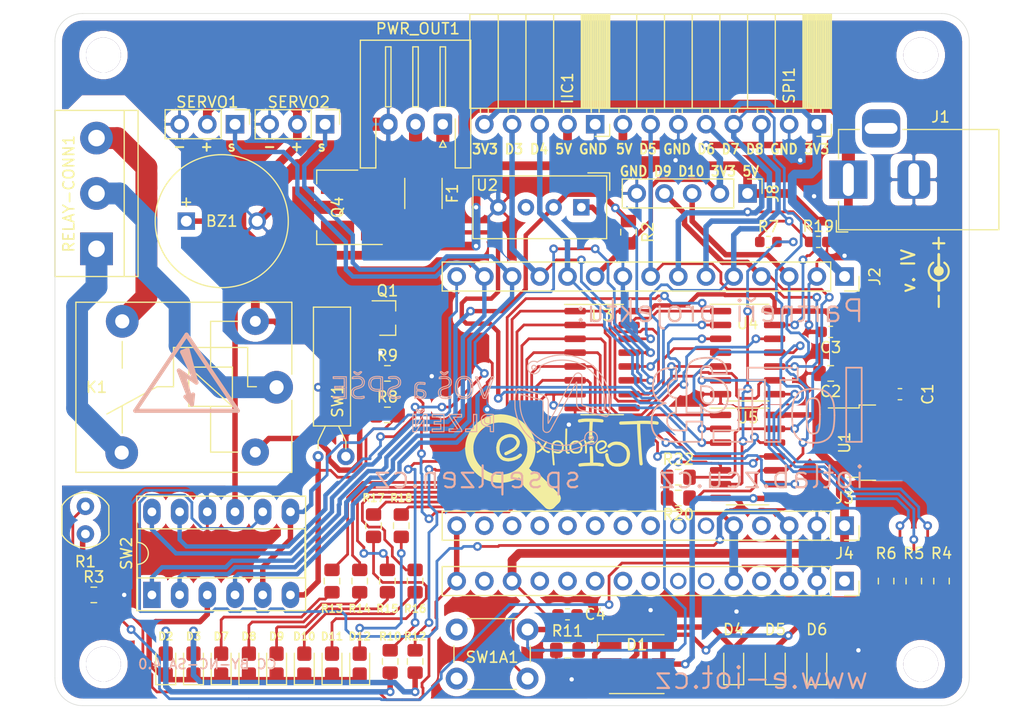
<source format=kicad_pcb>
(kicad_pcb (version 20221018) (generator pcbnew)
  (layers (0 "F.Cu" signal) (31 "B.Cu" signal) (34 "B.Paste" user) (35 "F.Paste" user) (36 "B.SilkS" user "B.Silkscreen") (37 "F.SilkS" user "F.Silkscreen") (38 "B.Mask" user) (39 "F.Mask" user) (44 "Edge.Cuts" user))
  (net 0 "")
  (net 1 "/GND")
  (net 2 "/5V")
  (net 3 "/3V3")
  (net 4 "/D2")
  (net 5 "Net-(D1-Pad1)")
  (net 6 "Net-(D1-Pad2)")
  (net 7 "Net-(D1-Pad3)")
  (net 8 "/D1")
  (net 9 "/D4")
  (net 10 "/D5")
  (net 11 "/D6")
  (net 12 "/D7")
  (net 13 "/D8")
  (net 14 "/D9.RX")
  (net 15 "/D10.TX")
  (net 16 "Net-(J3-Pad4)")
  (net 17 "Net-(J3-Pad6)")
  (net 18 "Net-(J3-Pad7)")
  (net 19 "Net-(J3-Pad8)")
  (net 20 "Net-(J3-Pad9)")
  (net 21 "Net-(J3-Pad10)")
  (net 22 "Net-(J3-Pad11)")
  (net 23 "Net-(J3-Pad12)")
  (net 24 "Net-(J3-Pad13)")
  (net 25 "Net-(J3-Pad14)")
  (net 26 "/A0")
  (net 27 "Net-(J4-Pad1)")
  (net 28 "Net-(J4-Pad4)")
  (net 29 "Net-(J4-Pad6)")
  (net 30 "Net-(J4-Pad7)")
  (net 31 "Net-(J4-Pad8)")
  (net 32 "Net-(J4-Pad9)")
  (net 33 "Net-(J4-Pad10)")
  (net 34 "Net-(J4-Pad11)")
  (net 35 "Net-(J4-Pad12)")
  (net 36 "Net-(J4-Pad14)")
  (net 37 "Net-(U2-Pad3)")
  (net 38 "Net-(Q1-Pad1)")
  (net 39 "/BUZZER")
  (net 40 "/LED_SW")
  (net 41 "/SH-LED")
  (net 42 "Net-(D7-Pad2)")
  (net 43 "Net-(D8-Pad2)")
  (net 44 "Net-(D9-Pad2)")
  (net 45 "Net-(D10-Pad2)")
  (net 46 "Net-(D11-Pad2)")
  (net 47 "Net-(D12-Pad2)")
  (net 48 "/D3.FLSH")
  (net 49 "/D0.WAKE")
  (net 50 "Net-(K1-Pad3)")
  (net 51 "Net-(K1-Pad4)")
  (net 52 "Net-(K1-Pad5)")
  (net 53 "Net-(K1-Pad1)")
  (net 54 "/PWR")
  (net 55 "/PW-OUT")
  (net 56 "/BTN")
  (net 57 "/SHD")
  (net 58 "/LED-R")
  (net 59 "/LED-Y")
  (net 60 "/LED-G")
  (net 61 "/REED.SW")
  (net 62 "/RELAY")
  (net 63 "Net-(R10-Pad1)")
  (net 64 "Net-(R12-Pad1)")
  (net 65 "Net-(R13-Pad1)")
  (net 66 "Net-(R14-Pad1)")
  (net 67 "/RST")
  (net 68 "/BZZ")
  (net 69 "/SCK")
  (net 70 "Net-(U3-Pad9)")
  (net 71 "Net-(R7-Pad1)")
  (net 72 "Net-(R15-Pad1)")
  (net 73 "Net-(R16-Pad1)")
  (net 74 "Net-(R17-Pad1)")
  (net 75 "Net-(R18-Pad1)")
  (net 76 "Net-(D2-Pad2)")
  (net 77 "Net-(D3-Pad2)")
  (net 78 "/VI")
  (net 79 "Net-(C1-Pad1)")
  (footprint "Buzzer_Beeper:MagneticBuzzer_ProSignal_ABT-410-RC" (layer "F.Cu") (at 118.722 89.154)
    (fp_text reference "BZ1")
    (fp_text value "Buzzer")
  )
  (footprint "Capacitor_SMD:C_0805_2012Metric_Pad1.15x1.40mm_HandSolder" (layer "F.Cu") (at 177.8 103.124 180)
    (fp_text reference "C2")
    (fp_text value "10uF")
  )
  (footprint "Capacitor_SMD:C_0603_1608Metric_Pad1.05x0.95mm_HandSolder" (layer "F.Cu") (at 177.8 99.314 180)
    (fp_text reference "C3")
    (fp_text value "100nF")
  )
  (footprint "Capacitor_SMD:C_0603_1608Metric_Pad1.05x0.95mm_HandSolder" (layer "F.Cu") (at 153.67 125.222)
    (fp_text reference "C4")
    (fp_text value "47nF")
  )
  (footprint "LED_SMD:LED_RGB_5050-6" (layer "F.Cu") (at 160.02 129.794)
    (fp_text reference "D1")
    (fp_text value "LED-RGB")
  )
  (footprint "Connector_PinSocket_2.54mm:PinSocket_1x15_P2.54mm_Vertical" (layer "F.Cu") (at 179.07 94.234 -90)
    (fp_text reference "J2")
    (fp_text value "NODEMCU")
  )
  (footprint "Connector_PinSocket_2.54mm:PinSocket_1x15_P2.54mm_Vertical" (layer "F.Cu") (at 179.07 117.094 -90)
    (fp_text reference "J3")
    (fp_text value "LUA-V2")
  )
  (footprint "Connector_PinSocket_2.54mm:PinSocket_1x15_P2.54mm_Vertical" (layer "F.Cu") (at 179.07 122.174 -90)
    (fp_text reference "J4")
    (fp_text value "LUA-V3")
  )
  (footprint "Relay_THT:Relay_SPDT_SANYOU_SRD_Series_Form_C" (layer "F.Cu") (at 127 104.394 180)
    (fp_text reference "K1")
    (fp_text value "Relay")
  )
  (footprint "Connector_JST:JST_XH_S3B-XH-A-1_1x03_P2.50mm_Horizontal" (layer "F.Cu") (at 142.24 80.264 180)
    (fp_text reference "PWR_OUT1")
    (fp_text value " ")
  )
  (footprint "Package_TO_SOT_SMD:SOT-23" (layer "F.Cu") (at 137.16 98.044)
    (fp_text reference "Q1")
    (fp_text value "S8050")
  )
  (footprint "Package_TO_SOT_SMD:SOT-223" (layer "F.Cu") (at 132.588 87.884 180)
    (fp_text reference "Q4")
    (fp_text value "BCP55")
  )
  (footprint "OptoDevice:R_LDR_4.9x4.2mm_P2.54mm_Vertical" (layer "F.Cu") (at 109.474 115.316 -90)
    (fp_text reference "R1")
    (fp_text value "WDYJ_GM4516")
  )
  (footprint "Resistor_SMD:R_0805_2012Metric_Pad1.15x1.40mm_HandSolder" (layer "F.Cu") (at 159.258 90.17 90)
    (fp_text reference "R2")
    (fp_text value "4K7")
  )
  (footprint "Resistor_SMD:R_0805_2012Metric_Pad1.15x1.40mm_HandSolder" (layer "F.Cu") (at 110.245 123.444)
    (fp_text reference "R3")
    (fp_text value "10K")
  )
  (footprint "Resistor_SMD:R_0805_2012Metric_Pad1.15x1.40mm_HandSolder" (layer "F.Cu") (at 187.96 122.174 -90)
    (fp_text reference "R4")
    (fp_text value "470")
  )
  (footprint "Resistor_SMD:R_0805_2012Metric_Pad1.15x1.40mm_HandSolder" (layer "F.Cu") (at 185.42 122.174 -90)
    (fp_text reference "R5")
    (fp_text value "470")
  )
  (footprint "Resistor_SMD:R_0805_2012Metric_Pad1.15x1.40mm_HandSolder" (layer "F.Cu") (at 182.88 122.174 -90)
    (fp_text reference "R6")
    (fp_text value "470")
  )
  (footprint "Resistor_SMD:R_0805_2012Metric_Pad1.15x1.40mm_HandSolder" (layer "F.Cu") (at 137.16 106.934)
    (fp_text reference "R8")
    (fp_text value "4K7")
  )
  (footprint "Resistor_SMD:R_0805_2012Metric_Pad1.15x1.40mm_HandSolder" (layer "F.Cu") (at 137.16 103.124)
    (fp_text reference "R9")
    (fp_text value "1K")
  )
  (footprint "Resistor_SMD:R_0805_2012Metric_Pad1.15x1.40mm_HandSolder" (layer "F.Cu") (at 137.414 129.549 -90)
    (fp_text reference "R10")
    (fp_text value "1k")
  )
  (footprint "Resistor_SMD:R_0805_2012Metric_Pad1.15x1.40mm_HandSolder" (layer "F.Cu") (at 153.67 128.524 180)
    (fp_text reference "R11")
    (fp_text value "10K")
  )
  (footprint "Resistor_SMD:R_0805_2012Metric_Pad1.15x1.40mm_HandSolder" (layer "F.Cu") (at 139.7 129.549 -90)
    (fp_text reference "R12")
    (fp_text value "1k")
  )
  (footprint "Resistor_SMD:R_0805_2012Metric_Pad1.15x1.40mm_HandSolder" (layer "F.Cu") (at 132.08 122.174 -90)
    (fp_text reference "R13")
    (fp_text value "1k")
  )
  (footprint "Resistor_SMD:R_0805_2012Metric_Pad1.15x1.40mm_HandSolder" (layer "F.Cu") (at 134.62 122.174 -90)
    (fp_text reference "R14")
    (fp_text value "1k")
  )
  (footprint "Resistor_SMD:R_0805_2012Metric_Pad1.15x1.40mm_HandSolder" (layer "F.Cu") (at 137.16 122.174 -90)
    (fp_text reference "R15")
    (fp_text value "1k")
  )
  (footprint "Resistor_SMD:R_0805_2012Metric_Pad1.15x1.40mm_HandSolder" (layer "F.Cu") (at 139.7 122.174 -90)
    (fp_text reference "R16")
    (fp_text value "1k")
  )
  (footprint "Resistor_SMD:R_0805_2012Metric_Pad1.15x1.40mm_HandSolder" (layer "F.Cu") (at 135.89 117.094 -90)
    (fp_text reference "R17")
    (fp_text value "1k")
  )
  (footprint "Resistor_SMD:R_0805_2012Metric_Pad1.15x1.40mm_HandSolder" (layer "F.Cu") (at 138.43 117.094 -90)
    (fp_text reference "R18")
    (fp_text value "1k")
  )
  (footprint "TerminalBlock:TerminalBlock_bornier-3_P5.08mm" (layer "F.Cu") (at 110.49 91.694 90)
    (fp_text reference "RELAY-CONN1")
    (fp_text value "Screw_Terminal_01x03")
  )
  (footprint "Connector_PinHeader_2.54mm:PinHeader_1x03_P2.54mm_Vertical" (layer "F.Cu") (at 123.19 80.264 -90)
    (fp_text reference "SERVO1")
    (fp_text value " ")
  )
  (footprint "Connector_PinHeader_2.54mm:PinHeader_1x03_P2.54mm_Vertical" (layer "F.Cu") (at 131.445 80.264 -90)
    (fp_text reference "SERVO2")
    (fp_text value " ")
  )
  (footprint "Crystal:Crystal_AT310_D3.0mm_L10.0mm_Horizontal" (layer "F.Cu") (at 133.35 110.744 180)
    (fp_text reference "SW1")
    (fp_text value "SW_Reed")
  )
  (footprint "Package_DIP:DIP-12_W7.62mm_Socket_LongPads" (layer "F.Cu") (at 115.57 123.444 90)
    (fp_text reference "SW2")
    (fp_text value "SW_DIP_x06")
  )
  (footprint "Button_Switch_THT:SW_PUSH_6mm_H5mm" (layer "F.Cu") (at 143.51 126.619)
    (fp_text reference "SW1A1")
    (fp_text value "SW_Push_6mm")
  )
  (footprint "Package_TO_SOT_SMD:TO-252-2" (layer "F.Cu") (at 182.88 109.474)
    (fp_text reference "U1")
    (fp_text value "LF50CDT")
  )
  (footprint "Sensor:Aosong_DHT11_5.5x12.0_P2.54mm" (layer "F.Cu") (at 154.94 87.884 -90)
    (fp_text reference "U2")
    (fp_text value "DHT11")
  )
  (footprint "Connector_BarrelJack:BarrelJack_Horizontal" (layer "F.Cu") (at 179.42 85.344 180)
    (fp_text reference "J1")
    (fp_text value "Jack-DC 5,5mm")
  )
  (footprint "LED_SMD:LED_0805_2012Metric_Castellated" (layer "F.Cu") (at 176.53 129.794 90)
    (fp_text reference "D6")
    (fp_text value "RED_LED")
  )
  (footprint "LED_SMD:LED_0805_2012Metric_Castellated" (layer "F.Cu") (at 172.72 129.794 90)
    (fp_text reference "D5")
    (fp_text value "YELLOW_LED")
  )
  (footprint "LED_SMD:LED_0805_2012Metric_Castellated" (layer "F.Cu") (at 168.91 129.794 90)
    (fp_text reference "D4")
    (fp_text value "GREEN_LED")
  )
  (footprint "LED_SMD:LED_0805_2012Metric_Castellated" (layer "F.Cu") (at 116.84 129.794 90)
    (fp_text reference "D2")
    (fp_text value "Y")
  )
  (footprint "LED_SMD:LED_0805_2012Metric_Castellated" (layer "F.Cu") (at 119.38 129.794 90)
    (fp_text reference "D3")
    (fp_text value "Y")
  )
  (footprint "LED_SMD:LED_0805_2012Metric_Castellated" (layer "F.Cu") (at 121.92 129.794 90)
    (fp_text reference "D7")
    (fp_text value "Y")
  )
  (footprint "LED_SMD:LED_0805_2012Metric_Castellated" (layer "F.Cu") (at 124.46 129.794 90)
    (fp_text reference "D8")
    (fp_text value "Y")
  )
  (footprint "LED_SMD:LED_0805_2012Metric_Castellated" (layer "F.Cu") (at 127 129.794 90)
    (fp_text reference "D9")
    (fp_text value "Y")
  )
  (footprint "LED_SMD:LED_0805_2012Metric_Castellated" (layer "F.Cu") (at 129.54 129.794 90)
    (fp_text reference "D10")
    (fp_text value "Y")
  )
  (footprint "LED_SMD:LED_0805_2012Metric_Castellated" (layer "F.Cu") (at 132.08 129.794 90)
    (fp_text reference "D11")
    (fp_text value "Y")
  )
  (footprint "LED_SMD:LED_0805_2012Metric_Castellated" (layer "F.Cu") (at 134.62 129.794 90)
    (fp_text reference "D12")
    (fp_text value "Y")
  )
  (footprint "Resistor_SMD:R_0603_1608Metric" (layer "F.Cu") (at 172.085 91.059 180)
    (fp_text reference "R7")
    (fp_text value "12K")
  )
  (footprint "Resistor_SMD:R_0603_1608Metric" (layer "F.Cu") (at 176.657 91.059)
    (fp_text reference "R19")
    (fp_text value "22K")
  )
  (footprint "Resistor_SMD:R_0805_2012Metric_Pad1.15x1.40mm_HandSolder" (layer "F.Cu") (at 163.83 114.554 180)
    (fp_text reference "R20")
    (fp_text value "1K")
  )
  (footprint "Resistor_SMD:R_0805_2012Metric_Pad1.15x1.40mm_HandSolder" (layer "F.Cu") (at 163.83 112.649 180)
    (fp_text reference "R22")
    (fp_text value "1K")
  )
  (footprint "Package_SO:SOIC-16_3.9x9.9mm_P1.27mm" (layer "F.Cu") (at 156.845 101.854)
    (fp_text reference "U3")
    (fp_text value "74HC595")
  )
  (footprint "Package_SO:SOIC-14_3.9x8.7mm_P1.27mm" (layer "F.Cu") (at 170.18 101.219)
    (fp_text reference "U4")
    (fp_text value "74HC08")
  )
  (footprint "Package_SO:SOIC-14_3.9x8.7mm_P1.27mm" (layer "F.Cu") (at 170.18 110.744)
    (fp_text reference "U5")
    (fp_text value "74HC08")
  )
  (footprint "Capacitor_SMD:C_0603_1608Metric" (layer "F.Cu") (at 184.15 105.029)
    (fp_text reference "C1")
    (fp_text value "100nF/50V")
  )
  (footprint "MountingHole:MountingHole_3.2mm_M3" (layer "F.Cu") (at 186.055 73.914)
    (fp_text reference "REF**")
    (fp_text value "MountingHole_3.2mm_M3")
  )
  (footprint "MountingHole:MountingHole_3.2mm_M3" (layer "F.Cu") (at 111.125 73.914)
    (fp_text reference "REF**")
    (fp_text value "MountingHole_3.2mm_M3")
  )
  (footprint "MountingHole:MountingHole_3.2mm_M3" (layer "F.Cu") (at 111.125 129.794)
    (fp_text reference "REF**")
    (fp_text value "MountingHole_3.2mm_M3")
  )
  (footprint "MountingHole:MountingHole_3.2mm_M3" (layer "F.Cu") (at 186.055 129.794)
    (fp_text reference "REF**")
    (fp_text value "MountingHole_3.2mm_M3")
  )
  (footprint "Connector_PinHeader_2.54mm:PinHeader_1x05_P2.54mm_Vertical" (layer "F.Cu") (at 170.18 86.614 -90)
    (fp_text reference "J8")
    (fp_text value "UART")
  )
  (footprint "Connector_PinSocket_2.54mm:PinSocket_1x08_P2.54mm_Horizontal" (layer "F.Cu") (at 176.53 80.264 -90)
    (fp_text reference "SPI1")
    (fp_text value " ")
  )
  (footprint "Connector_PinSocket_2.54mm:PinSocket_1x05_P2.54mm_Horizontal" (layer "F.Cu") (at 156.21 80.264 -90)
    (fp_text reference "IIC1")
    (fp_text value " ")
  )
  (footprint "Fuse:Fuse_1812_4532Metric_Pad1.30x3.40mm_HandSolder" (layer "F.Cu") (at 140.462 86.614 -90)
    (fp_text reference "F1")
    (fp_text value "Polyfuse 1A")
  )
  (footprint "Symbol:Symbol_HighVoltage_Type2_FsilkS_VerySmall" (layer "B.Cu") (at 118.745 103.759 180)
    (fp_text reference "REF**")
    (fp_text value "Symbol_HighVoltage_Type2_FsilkS_VerySmall")
  )
  (gr_curve (pts (xy 146.583592 107.733125) (xy 146.574137 107.75775) (xy 146.426965 107.763425) (xy 146.288703 107.744475)) (stroke (width 0.1)) (layer "B.SilkS"))
  (gr_curve (pts (xy 150.421288 102.693072) (xy 150.385658 102.642202) (xy 150.38656 102.53178) (xy 150.423113 102.469902)) (stroke (width 0.1)) (layer "B.SilkS"))
  (gr_curve (pts (xy 176.692772 108.311315) (xy 176.649168 108.440009) (xy 176.587784 108.527426) (xy 176.509044 108.575263)) (stroke (width 0.16)) (layer "B.SilkS"))
  (gr_line (start 142.762437 105.424037) (end 142.762442 105.424042) (stroke (width 0.1)) (layer "B.SilkS"))
  (gr_curve (pts (xy 146.774578 103.830665) (xy 146.861245 103.586772) (xy 146.89063 103.508027) (xy 146.90569 103.47931)) (stroke (width 0.1)) (layer "B.SilkS"))
  (gr_curve (pts (xy 138.00601 104.2447) (xy 137.928407 104.282872) (xy 137.91245 104.288272) (xy 137.660162 104.361745)) (stroke (width 0.1)) (layer "B.SilkS"))
  (gr_line (start 170.6118 104.5972) (end 169.3672 104.5972) (stroke (width 0.16)) (layer "B.SilkS"))
  (gr_curve (pts (xy 150.423113 102.469902) (xy 150.49765 102.343722) (xy 150.700593 102.355045) (xy 150.769996 102.489252)) (stroke (width 0.1)) (layer "B.SilkS"))
  (gr_line (start 141.281217 106.887235) (end 141.281967 107.00228) (stroke (width 0.1)) (layer "B.SilkS"))
  (gr_curve (pts (xy 152.862819 106.944397) (xy 152.884431 106.90602) (xy 152.937112 106.8079) (xy 152.979889 106.72635)) (stroke (width 0.1)) (layer "B.SilkS"))
  (gr_line (start 166.00297 109.40034) (end 163.485618 109.40034) (stroke (width 0.16)) (layer "B.SilkS"))
  (gr_line (start 132.793367 103.429472) (end 132.200282 103.429472) (stroke (width 0.1)) (layer "B.SilkS"))
  (gr_curve (pts (xy 140.503112 107.880555) (xy 140.503285 108.174787) (xy 140.499637 108.468343) (xy 140.499637 108.468343)) (stroke (width 0.1)) (layer "B.SilkS"))
  (gr_line (start 132.771955 104.322927) (end 132.331157 104.327577) (stroke (width 0.1)) (layer "B.SilkS"))
  (gr_line (start 145.200422 106.88699) (end 145.056722 106.881915) (stroke (width 0.1)) (layer "B.SilkS"))
  (gr_line (start 139.840622 104.720312) (end 139.910072 104.720312) (stroke (width 0.1)) (layer "B.SilkS"))
  (gr_curve (pts (xy 150.816855 102.049082) (xy 150.724397 102.001527) (xy 150.493084 101.992685) (xy 150.394065 102.032907)) (stroke (width 0.1)) (layer "B.SilkS"))
  (gr_curve (pts (xy 142.815215 103.773397) (xy 142.853817 103.865787) (xy 142.848527 104.030455) (xy 142.80444 104.108907)) (stroke (width 0.1)) (layer "B.SilkS"))
  (gr_curve (pts (xy 176.814903 106.8832) (xy 176.814903 107.247478) (xy 176.806013 107.544658) (xy 176.787175 107.773894)) (stroke (width 0.16)) (layer "B.SilkS"))
  (gr_curve (pts (xy 146.1378 106.898442) (xy 145.933498 106.978252) (xy 145.863025 107.035155) (xy 145.80564 107.16665)) (stroke (width 0.1)) (layer "B.SilkS"))
  (gr_line (start 136.543765 104.578742) (end 136.46963 104.586592) (stroke (width 0.1)) (layer "B.SilkS"))
  (gr_curve (pts (xy 161.784664 105.347346) (xy 161.592683 105.083186) (xy 161.498068 104.75341) (xy 161.498068 104.358017)) (stroke (width 0.16)) (layer "B.SilkS"))
  (gr_curve (pts (xy 154.816044 101.736012) (xy 154.777668 101.723212) (xy 154.738419 101.707577) (xy 154.728825 101.701277)) (stroke (width 0.1)) (layer "B.SilkS"))
  (gr_curve (pts (xy 145.38772 103.865552) (xy 145.399245 103.89913) (xy 145.414977 103.942305) (xy 145.422667 103.961492)) (stroke (width 0.1)) (layer "B.SilkS"))
  (gr_line (start 162.656308 105.875032) (end 162.656308 105.856617) (stroke (width 0.16)) (layer "B.SilkS"))
  (gr_curve (pts (xy 140.39981 106.429797) (xy 140.333645 106.429797) (xy 140.307952 106.437847) (xy 140.28939 106.464337)) (stroke (width 0.1)) (layer "B.SilkS"))
  (gr_curve (pts (xy 146.91011 103.440062) (xy 146.889498 103.419462) (xy 146.729943 103.428987) (xy 146.722735 103.451262)) (stroke (width 0.1)) (layer "B.SilkS"))
  (gr_line (start 132.200272 105.260755) (end 132.200272 105.33925) (stroke (width 0.1)) (layer "B.SilkS"))
  (gr_curve (pts (xy 155.202017 106.090687) (xy 155.145675 106.075362) (xy 155.078402 106.047737) (xy 155.052522 106.02931)) (stroke (width 0.1)) (layer "B.SilkS"))
  (gr_curve (pts (xy 138.08753 105.424295) (xy 138.10673 105.420345) (xy 138.168225 105.40772) (xy 138.224207 105.396222)) (stroke (width 0.1)) (layer "B.SilkS"))
  (gr_curve (pts (xy 145.684205 104.676685) (xy 145.691905 104.695885) (xy 145.70763 104.739045) (xy 145.719152 104.772625)) (stroke (width 0.1)) (layer "B.SilkS"))
  (gr_line (start 136.535042 104.746452) (end 136.543767 105.077882) (stroke (width 0.1)) (layer "B.SilkS"))
  (gr_curve (pts (xy 137.320855 104.533892) (xy 137.236202 104.61889) (xy 137.189707 104.746817) (xy 137.189707 104.894737)) (stroke (width 0.1)) (layer "B.SilkS"))
  (gr_curve (pts (xy 146.839909 106.898192) (xy 146.766336 106.868765) (xy 146.213285 106.868995) (xy 146.1378 106.898442)) (stroke (width 0.1)) (layer "B.SilkS"))
  (gr_curve (pts (xy 137.189707 104.894737) (xy 137.189707 105.16397) (xy 137.330265 105.33857) (xy 137.6045 105.41)) (stroke (width 0.1)) (layer "B.SilkS"))
  (gr_curve (pts (xy 145.431082 103.503595) (xy 145.4027 103.432762) (xy 145.398092 103.42946) (xy 145.327682 103.42946)) (stroke (width 0.1)) (layer "B.SilkS"))
  (gr_curve (pts (xy 156.582219 106.936947) (xy 156.651775 106.955422) (xy 156.765596 106.985645) (xy 156.835152 107.004077)) (stroke (width 0.1)) (layer "B.SilkS"))
  (gr_line (start 171.768347 103.726615) (end 171.768347 109.400128) (stroke (width 0.16)) (layer "B.SilkS"))
  (gr_curve (pts (xy 153.228429 106.264092) (xy 153.357238 106.02316) (xy 153.413274 105.92007) (xy 153.446508 105.862887)) (stroke (width 0.1)) (layer "B.SilkS"))
  (gr_curve (pts (xy 155.74056 106.71735) (xy 155.8365 106.742987) (xy 156.036667 106.795322) (xy 156.185374 106.83365)) (stroke (width 0.1)) (layer "B.SilkS"))
  (gr_line (start 151.012345 102.015865) (end 150.893112 102.088302) (stroke (width 0.1)) (layer "B.SilkS"))
  (gr_line (start 164.5793 106.719582) (end 166.002758 106.719582) (stroke (width 0.16)) (layer "B.SilkS"))
  (gr_line (start 133.944652 103.607715) (end 134.010065 103.595615) (stroke (width 0.1)) (layer "B.SilkS"))
  (gr_curve (pts (xy 146.053324 107.347047) (xy 146.092254 107.161147) (xy 146.21166 107.086462) (xy 146.454338 107.096227)) (stroke (width 0.1)) (layer "B.SilkS"))
  (gr_curve (pts (xy 176.801356 106.233172) (xy 176.810458 106.421766) (xy 176.814903 106.638725) (xy 176.814903 106.8832)) (stroke (width 0.16)) (layer "B.SilkS"))
  (gr_curve (pts (xy 163.137638 105.191983) (xy 163.212568 105.258023) (xy 163.29406 105.305648) (xy 163.382113 105.3338)) (stroke (width 0.16)) (layer "B.SilkS"))
  (gr_curve (pts (xy 154.209578 103.464367) (xy 154.176086 103.526727) (xy 154.095728 103.675872) (xy 154.031005 103.795797)) (stroke (width 0.1)) (layer "B.SilkS"))
  (gr_curve (pts (xy 161.652373 103.467323) (xy 161.757148 103.237877) (xy 161.897695 103.058383) (xy 162.0774 102.929478)) (stroke (width 0.16)) (layer "B.SilkS"))
  (gr_curve (pts (xy 134.799392 105.424155) (xy 134.823367 105.41938) (xy 134.884212 105.403705) (xy 134.934582 105.38935)) (stroke (width 0.1)) (layer "B.SilkS"))
  (gr_curve (pts (xy 174.571872 105.262468) (xy 174.43958 105.481755) (xy 174.354701 105.738083) (xy 174.31766 106.030395)) (stroke (width 0.16)) (layer "B.SilkS"))
  (gr_line (start 146.412538 107.98227) (end 146.590352 107.98227) (stroke (width 0.1)) (layer "B.SilkS"))
  (gr_line (start 145.047572 108.200317) (end 144.689975 108.209042) (stroke (width 0.1)) (layer "B.SilkS"))
  (gr_line (start 132.200272 105.417747) (end 132.793357 105.417747) (stroke (width 0.1)) (layer "B.SilkS"))
  (gr_curve (pts (xy 145.719152 104.772625) (xy 145.730677 104.806202) (xy 145.746545 104.849377) (xy 145.7544 104.868565)) (stroke (width 0.1)) (layer "B.SilkS"))
  (gr_curve (pts (xy 154.127017 101.525312) (xy 153.506529 101.395042) (xy 152.888248 101.395075) (xy 152.277985 101.525412)) (stroke (width 0.1)) (layer "B.SilkS"))
  (gr_curve (pts (xy 153.84791 104.13595) (xy 153.759254 104.301432) (xy 153.555568 104.678057) (xy 153.508289 104.763922)) (stroke (width 0.1)) (layer "B.SilkS"))
  (gr_curve (pts (xy 146.512909 104.545855) (xy 146.538563 104.4739) (xy 146.579234 104.364005) (xy 146.60329 104.301645)) (stroke (width 0.1)) (layer "B.SilkS"))
  (gr_line (start 139.791325 107.97659) (end 139.747377 108.038912) (stroke (width 0.1)) (layer "B.SilkS"))
  (gr_curve (pts (xy 144.413095 105.420282) (xy 144.587007 105.383242) (xy 144.778485 105.23531) (xy 144.867532 105.069187)) (stroke (width 0.1)) (layer "B.SilkS"))
  (gr_line (start 132.78677 104.475787) (end 133.212005 104.475787) (stroke (width 0.1)) (layer "B.SilkS"))
  (gr_curve (pts (xy 135.02616 105.283952) (xy 135.02616 105.1948) (xy 135.045385 105.198325) (xy 134.843002 105.250352)) (stroke (width 0.1)) (layer "B.SilkS"))
  (gr_line (start 142.814762 108.461997) (end 143.382902 108.466598) (stroke (width 0.1)) (layer "B.SilkS"))
  (gr_curve (pts (xy 133.90868 104.659232) (xy 133.87586 104.717557) (xy 133.86951 104.75477) (xy 133.870005 104.886)) (stroke (width 0.1)) (layer "B.SilkS"))
  (gr_line (start 140.008637 105.240572) (end 140.008637 105.240572) (stroke (width 0.1)) (layer "B.SilkS"))
  (gr_line (start 139.491747 106.88333) (end 139.491747 107.67702) (stroke (width 0.1)) (layer "B.SilkS"))
  (gr_line (start 132.329907 104.474787) (end 132.78677 104.475787) (stroke (width 0.1)) (layer "B.SilkS"))
  (gr_curve (pts (xy 155.715919 109.197435) (xy 155.702367 109.18631) (xy 155.676715 109.14434) (xy 155.658914 109.104192)) (stroke (width 0.1)) (layer "B.SilkS"))
  (gr_curve (pts (xy 150.481282 108.59789) (xy 150.185962 108.306132) (xy 149.989907 108.0494) (xy 149.797001 107.701823)) (stroke (width 0.1)) (layer "B.SilkS"))
  (gr_curve (pts (xy 142.324382 104.354) (xy 142.271717 104.354) (xy 142.038275 104.47467) (xy 141.978347 104.532867)) (stroke (width 0.1)) (layer "B.SilkS"))
  (gr_curve (pts (xy 168.275846 103.185172) (xy 168.275846 102.891378) (xy 168.234149 102.647962) (xy 168.147365 102.456826)) (stroke (width 0.16)) (layer "B.SilkS"))
  (gr_line (start 133.386452 103.429472) (end 132.793367 103.429472) (stroke (width 0.1)) (layer "B.SilkS"))
  (gr_curve (pts (xy 150.132943 108.920957) (xy 150.672673 109.460637) (xy 151.368552 109.856912) (xy 152.129707 110.058035)) (stroke (width 0.1)) (layer "B.SilkS"))
  (gr_curve (pts (xy 148.874598 106.403632) (xy 148.948961 106.792132) (xy 148.969951 106.888707) (xy 149.00919 107.022882)) (stroke (width 0.1)) (layer "B.SilkS"))
  (gr_curve (pts (xy 166.724753 102.509109) (xy 166.794603 102.55123) (xy 166.84625 102.604782) (xy 166.877576 102.672092)) (stroke (width 0.16)) (layer "B.SilkS"))
  (gr_line (start 143.584345 107.131567) (end 143.957325 107.126867) (stroke (width 0.1)) (layer "B.SilkS"))
  (gr_curve (pts (xy 145.247805 103.487892) (xy 145.255905 103.508517) (xy 145.279702 103.572497) (xy 145.30067 103.630062)) (stroke (width 0.1)) (layer "B.SilkS"))
  (gr_curve (pts (xy 142.80444 104.108907) (xy 142.759787 104.188357) (xy 142.66005 104.255292) (xy 142.52939 104.293497)) (stroke (width 0.1)) (layer "B.SilkS"))
  (gr_curve (pts (xy 136.46963 104.586592) (xy 136.31693 104.602767) (xy 136.03045 104.581392) (xy 135.93573 104.546772)) (stroke (width 0.1)) (layer "B.SilkS"))
  (gr_curve (pts (xy 142.98042 104.167087) (xy 143.01171 104.100517) (xy 143.019527 104.053065) (xy 143.019527 103.929707)) (stroke (width 0.1)) (layer "B.SilkS"))
  (gr_curve (pts (xy 156.360617 108.789187) (xy 156.298314 108.660572) (xy 156.214835 108.57373) (xy 156.09321 108.51101)) (stroke (width 0.1)) (layer "B.SilkS"))
  (gr_curve (pts (xy 154.315645 104.249345) (xy 154.368347 104.148607) (xy 154.425962 104.04535) (xy 154.443679 104.019882)) (stroke (width 0.1)) (layer "B.SilkS"))
  (gr_curve (pts (xy 155.752159 109.60497) (xy 155.982628 109.656102) (xy 156.265232 109.499662) (xy 156.369889 109.263015)) (stroke (width 0.1)) (layer "B.SilkS"))
  (gr_curve (pts (xy 154.728825 101.701277) (xy 154.691327 101.676652) (xy 154.292635 101.560082) (xy 154.127017 101.525312)) (stroke (width 0.1)) (layer "B.SilkS"))
  (gr_curve (pts (xy 152.391368 109.639062) (xy 152.333804 109.627637) (xy 152.267082 109.612172) (xy 152.243096 109.604717)) (stroke (width 0.1)) (layer "B.SilkS"))
  (gr_line (start 174.775072 103.726615) (end 174.775072 102.595257) (stroke (width 0.16)) (layer "B.SilkS"))
  (gr_curve (pts (xy 142.762442 105.424042) (xy 142.791225 105.419442) (xy 142.855985 105.403867) (xy 142.906355 105.389465)) (stroke (width 0.1)) (layer "B.SilkS"))
  (gr_curve (pts (xy 155.373607 102.002825) (xy 155.197944 101.903312) (xy 154.922722 101.771612) (xy 154.816044 101.736012)) (stroke (width 0.1)) (layer "B.SilkS"))
  (gr_line (start 146.454338 107.096227) (end 146.582615 107.101402) (stroke (width 0.1)) (layer "B.SilkS"))
  (gr_curve (pts (xy 146.226719 104.829315) (xy 146.206596 104.884482) (xy 146.175045 104.970827) (xy 146.156606 105.021197)) (stroke (width 0.1)) (layer "B.SilkS"))
  (gr_line (start 141.916412 103.607735) (end 141.981825 103.59556) (stroke (width 0.1)) (layer "B.SilkS"))
  (gr_curve (pts (xy 146.311459 105.095332) (xy 146.319544 105.076132) (xy 146.335594 105.032972) (xy 146.347125 104.999392)) (stroke (width 0.1)) (layer "B.SilkS"))
  (gr_curve (pts (xy 141.981825 103.59556) (xy 142.102657 103.573085) (xy 142.56491 103.565127) (xy 142.58496 103.585185)) (stroke (width 0.1)) (layer "B.SilkS"))
  (gr_line (start 163.6268 105.375922) (end 163.63061 105.375922) (stroke (width 0.16)) (layer "B.SilkS"))
  (gr_curve (pts (xy 156.185374 106.83365) (xy 156.334082 106.871977) (xy 156.512662 106.91846) (xy 156.582219 106.936947)) (stroke (width 0.1)) (layer "B.SilkS"))
  (gr_curve (pts (xy 139.910072 104.720312) (xy 139.989675 104.720312) (xy 140.197425 104.749872) (xy 140.308895 104.77706)) (stroke (width 0.1)) (layer "B.SilkS"))
  (gr_curve (pts (xy 165.901158 103.15575) (xy 165.901158 103.053938) (xy 165.905603 102.959535) (xy 165.91534 102.873175)) (stroke (width 0.16)) (layer "B.SilkS"))
  (gr_curve (pts (xy 178.143958 106.958765) (xy 178.143958 106.632375) (xy 178.125332 106.322706) (xy 178.087655 106.030395)) (stroke (width 0.16)) (layer "B.SilkS"))
  (gr_curve (pts (xy 151.104887 105.015697) (xy 151.068909 105.006747) (xy 151.010036 104.992097) (xy 150.974059 104.98313)) (stroke (width 0.1)) (layer "B.SilkS"))
  (gr_curve (pts (xy 157.456563 106.830215) (xy 157.465098 106.78748) (xy 157.483955 106.693642) (xy 157.498468 106.621687)) (stroke (width 0.1)) (layer "B.SilkS"))
  (gr_line (start 141.453377 107.776845) (end 141.789945 107.777845) (stroke (width 0.1)) (layer "B.SilkS"))
  (gr_curve (pts (xy 152.565806 101.948245) (xy 153.076471 101.863665) (xy 153.703163 101.89001) (xy 154.161905 102.015342)) (stroke (width 0.1)) (layer "B.SilkS"))
  (gr_line (start 143.390405 106.883335) (end 142.823485 106.883335) (stroke (width 0.1)) (layer "B.SilkS"))
  (gr_line (start 146.595204 108.22212) (end 146.600057 108.461972) (stroke (width 0.1)) (layer "B.SilkS"))
  (gr_curve (pts (xy 165.895655 104.760395) (xy 165.899888 104.578785) (xy 165.901158 104.420459) (xy 165.901158 104.286474)) (stroke (width 0.16)) (layer "B.SilkS"))
  (gr_curve (pts (xy 145.85002 104.650517) (xy 145.824647 104.578562) (xy 145.797362 104.50399) (xy 145.789385 104.484802)) (stroke (width 0.1)) (layer "B.SilkS"))
  (gr_curve (pts (xy 175.156072 104.73944) (xy 174.898473 104.868134) (xy 174.70374 105.042546) (xy 174.571872 105.262468)) (stroke (width 0.16)) (layer "B.SilkS"))
  (gr_curve (pts (xy 163.63061 106.719794) (xy 163.336604 106.736938) (xy 163.129595 106.787738) (xy 163.010215 106.940774)) (stroke (width 0.16)) (layer "B.SilkS"))
  (gr_curve (pts (xy 149.367475 105.14172) (xy 149.383755 105.05779) (xy 149.389293 105.049622) (xy 149.423189 105.059527)) (stroke (width 0.1)) (layer "B.SilkS"))
  (gr_line (start 166.9542 103.185172) (end 168.275846 103.185172) (stroke (width 0.16)) (layer "B.SilkS"))
  (gr_line (start 170.6118 109.3978) (end 170.6118 104.5972) (stroke (width 0.16)) (layer "B.SilkS"))
  (gr_curve (pts (xy 162.675781 109.315038) (xy 162.518724 109.27715) (xy 162.362727 109.221482) (xy 162.20948 109.145282)) (stroke (width 0.16)) (layer "B.SilkS"))
  (gr_curve (pts (xy 155.382964 106.624317) (xy 155.416543 106.633742) (xy 155.471491 106.648042) (xy 155.50507 106.656092)) (stroke (width 0.1)) (layer "B.SilkS"))
  (gr_line (start 139.675035 105.409332) (end 139.74481 105.409332) (stroke (width 0.1)) (layer "B.SilkS"))
  (gr_line (start 140.608275 103.993247) (end 140.507972 103.968647) (stroke (width 0.1)) (layer "B.SilkS"))
  (gr_line (start 171.768347 109.400128) (end 173.191593 109.400128) (stroke (width 0.16)) (layer "B.SilkS"))
  (gr_curve (pts (xy 142.535672 104.475552) (xy 142.75349 104.418897) (xy 142.914567 104.307177) (xy 142.98042 104.167087)) (stroke (width 0.1)) (layer "B.SilkS"))
  (gr_line (start 143.211367 107.136267) (end 143.584345 107.131567) (stroke (width 0.1)) (layer "B.SilkS"))
  (gr_curve (pts (xy 166.7383 104.387015) (xy 166.844133 104.434852) (xy 166.925413 104.514862) (xy 166.98341 104.62641)) (stroke (width 0.16)) (layer "B.SilkS"))
  (gr_line (start 142.814762 108.217785) (end 142.814762 108.33989) (stroke (width 0.1)) (layer "B.SilkS"))
  (gr_line (start 141.794842 107.541057) (end 141.454877 107.540558) (stroke (width 0.1)) (layer "B.SilkS"))
  (gr_curve (pts (xy 166.513933 101.690594) (xy 166.085732 101.690594) (xy 165.74389 101.73335) (xy 165.48862 101.820134)) (stroke (width 0.16)) (layer "B.SilkS"))
  (gr_curve (pts (xy 142.021082 104.893325) (xy 142.021082 104.668157) (xy 142.127575 104.581702) (xy 142.535672 104.475552)) (stroke (width 0.1)) (layer "B.SilkS"))
  (gr_line (start 140.78252 108.470842) (end 140.785145 107.70332) (stroke (width 0.1)) (layer "B.SilkS"))
  (gr_curve (pts (xy 144.701305 103.56339) (xy 144.461477 103.380462) (xy 144.12327 103.34515) (xy 143.84283 103.473755)) (stroke (width 0.1)) (layer "B.SilkS"))
  (gr_line (start 143.957325 107.126867) (end 143.957325 107.005102) (stroke (width 0.1)) (layer "B.SilkS"))
  (gr_line (start 142.348647 107.642135) (end 142.343797 106.892055) (stroke (width 0.1)) (layer "B.SilkS"))
  (gr_curve (pts (xy 168.324106 105.776183) (xy 168.369192 105.587589) (xy 168.390993 105.387563) (xy 168.390993 105.177378)) (stroke (width 0.16)) (layer "B.SilkS"))
  (gr_line (start 164.5793 103.308997) (end 164.5793 106.719582) (stroke (width 0.16)) (layer "B.SilkS"))
  (gr_line (start 138.087532 105.424275) (end 138.08753 105.424295) (stroke (width 0.1)) (layer "B.SilkS"))
  (gr_curve (pts (xy 161.497856 108.334599) (xy 161.422292 108.133938) (xy 161.38398 107.889252) (xy 161.38398 107.600115)) (stroke (width 0.16)) (layer "B.SilkS"))
  (gr_line (start 179.220072 102.595257) (end 179.220072 109.400128) (stroke (width 0.16)) (layer "B.SilkS"))
  (gr_curve (pts (xy 152.768801 107.114472) (xy 152.798899 107.059307) (xy 152.841207 106.982772) (xy 152.862819 106.944397)) (stroke (width 0.1)) (layer "B.SilkS"))
  (gr_curve (pts (xy 161.38398 107.600115) (xy 161.383768 107.367494) (xy 161.402395 107.153498) (xy 161.440495 106.958977)) (stroke (width 0.16)) (layer "B.SilkS"))
  (gr_curve (pts (xy 151.458676 108.337155) (xy 151.544649 108.520055) (xy 151.734779 108.58667) (xy 151.920389 108.498923)) (stroke (width 0.1)) (layer "B.SilkS"))
  (gr_curve (pts (xy 151.235723 105.53741) (xy 151.346065 105.565977) (xy 151.401989 105.606607) (xy 151.424391 105.674485)) (stroke (width 0.1)) (layer "B.SilkS"))
  (gr_curve (pts (xy 143.974767 108.373833) (xy 143.974767 108.307278) (xy 143.938147 108.24438) (xy 143.593067 107.71824)) (stroke (width 0.1)) (layer "B.SilkS"))
  (gr_curve (pts (xy 140.14584 107.417562) (xy 139.953982 107.712065) (xy 139.791325 107.97659) (xy 139.791325 107.97659)) (stroke (width 0.1)) (layer "B.SilkS"))
  (gr_curve (pts (xy 132.198782 103.58473) (xy 132.223182 103.590855) (xy 132.494807 103.58673) (xy 132.746227 103.58573)) (stroke (width 0.1)) (layer "B.SilkS"))
  (gr_line (start 144.689975 108.209042) (end 144.33238 108.217767) (stroke (width 0.1)) (layer "B.SilkS"))
  (gr_line (start 140.65356 108.470842) (end 140.78252 108.470842) (stroke (width 0.1)) (layer "B.SilkS"))
  (gr_curve (pts (xy 168.180173 104.238002) (xy 168.040473 104.015117) (xy 167.852936 103.850652) (xy 167.620103 103.744818)) (stroke (width 0.16)) (layer "B.SilkS"))
  (gr_curve (pts (xy 140.20118 106.525625) (xy 140.14594 106.5487) (xy 140.129395 106.549075) (xy 140.080475 106.528375)) (stroke (width 0.1)) (layer "B.SilkS"))
  (gr_curve (pts (xy 145.80564 107.16665) (xy 145.773237 107.2409) (xy 145.765527 107.290195) (xy 145.765137 107.42564)) (stroke (width 0.1)) (layer "B.SilkS"))
  (gr_curve (pts (xy 142.070155 102.958492) (xy 141.994562 102.958492) (xy 141.989045 102.974367) (xy 142.037417 103.05263)) (stroke (width 0.1)) (layer "B.SilkS"))
  (gr_curve (pts (xy 157.062772 107.065132) (xy 157.118405 107.080282) (xy 157.189052 107.092095) (xy 157.219765 107.091392)) (stroke (width 0.1)) (layer "B.SilkS"))
  (gr_curve (pts (xy 143.962917 108.459315) (xy 143.969442 108.45279) (xy 143.974767 108.414325) (xy 143.974767 108.373833)) (stroke (width 0.1)) (layer "B.SilkS"))
  (gr_curve (pts (xy 152.329716 106.944387) (xy 152.322776 106.953987) (xy 152.27351 107.044252) (xy 152.220233 107.14499)) (stroke (width 0.1)) (layer "B.SilkS"))
  (gr_line (start 146.743968 108.467047) (end 146.887878 108.472123) (stroke (width 0.1)) (layer "B.SilkS"))
  (gr_line (start 136.543765 104.08363) (end 136.543765 104.578742) (stroke (width 0.1)) (layer "B.SilkS"))
  (gr_curve (pts (xy 162.807861 107.479677) (xy 162.807861 107.718014) (xy 162.845115 107.815803) (xy 162.920256 107.944708)) (stroke (width 0.16)) (layer "B.SilkS"))
  (gr_line (start 142.517577 103.20172) (end 142.517577 103.20172) (stroke (width 0.1)) (layer "B.SilkS"))
  (gr_curve (pts (xy 139.958827 106.659772) (xy 140.038447 106.70363) (xy 140.18251 106.715162) (xy 140.2656 106.684322)) (stroke (width 0.1)) (layer "B.SilkS"))
  (gr_curve (pts (xy 140.172175 104.61502) (xy 140.10022 104.60697) (xy 139.99531 104.59477) (xy 139.93904 104.58792)) (stroke (width 0.1)) (layer "B.SilkS"))
  (gr_curve (pts (xy 177.818838 108.782485) (xy 177.954304 108.558965) (xy 178.041723 108.292054) (xy 178.082998 107.98175)) (stroke (width 0.16)) (layer "B.SilkS"))
  (gr_curve (pts (xy 149.733492 107.58844) (xy 149.669089 107.475915) (xy 149.50702 107.06241) (xy 149.459065 106.888262)) (stroke (width 0.1)) (layer "B.SilkS"))
  (gr_curve (pts (xy 140.008637 105.240572) (xy 139.968997 105.220472) (xy 139.914977 105.18161) (xy 139.888592 105.15421)) (stroke (width 0.1)) (layer "B.SilkS"))
  (gr_curve (pts (xy 177.248396 104.73944) (xy 176.99101 104.610746) (xy 176.642183 104.546188) (xy 176.20234 104.546188)) (stroke (width 0.16)) (layer "B.SilkS"))
  (gr_line (start 139.779567 108.470275) (end 139.818815 108.409682) (stroke (width 0.1)) (layer "B.SilkS"))
  (gr_curve (pts (xy 153.508289 104.763922) (xy 153.487159 104.8023) (xy 153.431841 104.904345) (xy 153.385361 104.990692)) (stroke (width 0.1)) (layer "B.SilkS"))
  (gr_curve (pts (xy 156.09321 108.51101) (xy 156.014423 108.470382) (xy 155.981149 108.46405) (xy 155.84522 108.46382)) (stroke (width 0.1)) (layer "B.SilkS"))
  (gr_line (start 173.191593 103.726615) (end 174.775072 103.726615) (stroke (width 0.16)) (layer "B.SilkS"))
  (gr_curve (pts (xy 137.652355 103.575655) (xy 137.87114 103.568205) (xy 137.905818 103.571055) (xy 137.975062 103.602255)) (stroke (width 0.1)) (layer "B.SilkS"))
  (gr_curve (pts (xy 145.658097 104.127207) (xy 145.590572 103.93752) (xy 145.543427 103.809462) (xy 145.526447 103.76961)) (stroke (width 0.1)) (layer "B.SilkS"))
  (gr_line (start 153.560091 110.178827) (end 153.560096 110.178837) (stroke (width 0.1)) (layer "B.SilkS"))
  (gr_curve (pts (xy 167.706886 106.594698) (xy 167.869023 106.511937) (xy 168.001315 106.401658) (xy 168.104184 106.264286)) (stroke (width 0.16)) (layer "B.SilkS"))
  (gr_curve (pts (xy 142.343947 108.431462) (xy 142.343947 108.431462) (xy 142.351297 108.054677) (xy 142.348647 107.642135)) (stroke (width 0.1)) (layer "B.SilkS"))
  (gr_curve (pts (xy 145.812742 107.691207) (xy 145.91151 107.89308) (xy 146.095303 107.98227) (xy 146.412538 107.98227)) (stroke (width 0.1)) (layer "B.SilkS"))
  (gr_curve (pts (xy 167.778218 102.0064) (xy 167.624972 101.891888) (xy 167.442092 101.809762) (xy 167.227461 101.76256)) (stroke (width 0.16)) (layer "B.SilkS"))
  (gr_curve (pts (xy 146.539005 103.970212) (xy 146.527475 104.003792) (xy 146.511748 104.046965) (xy 146.504058 104.066155)) (stroke (width 0.1)) (layer "B.SilkS"))
  (gr_curve (pts (xy 156.560405 106.447175) (xy 156.493246 106.4296) (xy 156.332328 106.387552) (xy 156.202809 106.353735)) (stroke (width 0.1)) (layer "B.SilkS"))
  (gr_line (start 141.789945 107.777845) (end 142.047147 107.78157) (stroke (width 0.1)) (layer "B.SilkS"))
  (gr_curve (pts (xy 152.687689 106.281525) (xy 152.651677 106.348685) (xy 152.602663 106.438955) (xy 152.578771 106.482127)) (stroke (width 0.1)) (layer "B.SilkS"))
  (gr_line (start 142.056897 108.226385) (end 141.663895 108.226385) (stroke (width 0.1)) (layer "B.SilkS"))
  (gr_line (start 142.814762 108.33989) (end 142.814762 108.461997) (stroke (width 0.1)) (layer "B.SilkS"))
  (gr_curve (pts (xy 157.054898 105.156415) (xy 157.12903 105.560142) (xy 157.128557 106.073407) (xy 157.053698 106.447247)) (stroke (width 0.1)) (layer "B.SilkS"))
  (gr_curve (pts (xy 153.673225 105.444237) (xy 153.780174 105.242302) (xy 153.87398 105.068137) (xy 153.987967 104.859875)) (stroke (width 0.1)) (layer "B.SilkS"))
  (gr_line (start 142.048202 107.1282) (end 142.047202 107.537457) (stroke (width 0.1)) (layer "B.SilkS"))
  (gr_line (start 141.454877 107.540558) (end 141.453377 107.776845) (stroke (width 0.1)) (layer "B.SilkS"))
  (gr_curve (pts (xy 143.478815 103.891265) (xy 143.382822 104.174005) (xy 143.37568 104.5654) (xy 143.460515 104.89475)) (stroke (width 0.1)) (layer "B.SilkS"))
  (gr_curve (pts (xy 143.592227 104.60257) (xy 143.576502 104.466265) (xy 143.576377 104.381277) (xy 143.591727 104.244972)) (stroke (width 0.1)) (layer "B.SilkS"))
  (gr_curve (pts (xy 163.010215 106.940774) (xy 162.874748 107.112858) (xy 162.807861 107.177417) (xy 162.807861 107.479677)) (stroke (width 0.16)) (layer "B.SilkS"))
  (gr_curve (pts (xy 161.498068 104.358017) (xy 161.498068 103.993526) (xy 161.54908 103.696558) (xy 161.652373 103.467323)) (stroke (width 0.16)) (layer "B.SilkS"))
  (gr_curve (pts (xy 148.873223 105.252347) (xy 148.842436 105.422962) (xy 148.843411 106.240712) (xy 148.874598 106.403632)) (stroke (width 0.1)) (layer "B.SilkS"))
  (gr_line (start 141.916412 103.538167) (end 141.916412 103.607735) (stroke (width 0.1)) (layer "B.SilkS"))
  (gr_curve (pts (xy 139.818815 108.409682) (xy 139.84039 108.376358) (xy 139.858065 108.34495) (xy 139.858065 108.33989)) (stroke (width 0.1)) (layer "B.SilkS"))
  (gr_line (start 164.5793 107.543177) (end 166.00297 107.543177) (stroke (width 0.16)) (layer "B.SilkS"))
  (gr_line (start 180.643107 102.595257) (end 179.220072 102.595257) (stroke (width 0.16)) (layer "B.SilkS"))
  (gr_curve (pts (xy 149.236866 107.631032) (xy 149.278492 107.720867) (xy 149.312549 107.796783) (xy 149.312549 107.799733)) (stroke (width 0.1)) (layer "B.SilkS"))
  (gr_curve (pts (xy 134.868972 103.93532) (xy 134.868972 104.12127) (xy 134.769657 104.230642) (xy 134.537737 104.30009)) (stroke (width 0.1)) (layer "B.SilkS"))
  (gr_curve (pts (xy 144.971255 104.070477) (xy 144.96158 104.039327) (xy 144.941197 103.97021) (xy 144.925965 103.91688)) (stroke (width 0.1)) (layer "B.SilkS"))
  (gr_curve (pts (xy 176.202763 105.394972) (xy 176.347332 105.394972) (xy 176.45888 105.426298) (xy 176.537196 105.488105)) (stroke (width 0.16)) (layer "B.SilkS"))
  (gr_curve (pts (xy 141.978347 104.532867) (xy 141.860995 104.64684) (xy 141.80787 104.83644) (xy 141.84687 105.002102)) (stroke (width 0.1)) (layer "B.SilkS"))
  (gr_curve (pts (xy 164.904843 102.169383) (xy 164.770435 102.316703) (xy 164.682804 102.489212) (xy 164.64153 102.68712)) (stroke (width 0.16)) (layer "B.SilkS"))
  (gr_line (start 142.343797 106.892055) (end 141.8066 106.88743) (stroke (width 0.1)) (layer "B.SilkS"))
  (gr_curve (pts (xy 151.831717 105.43471) (xy 151.756586 105.282505) (xy 151.559108 105.134877) (xy 151.364272 105.085267)) (stroke (width 0.1)) (layer "B.SilkS"))
  (gr_curve (pts (xy 166.820638 103.553683) (xy 166.520495 103.531246) (xy 166.21379 103.523415) (xy 165.901158 103.529554)) (stroke (width 0.16)) (layer "B.SilkS"))
  (gr_curve (pts (xy 142.39094 104.338125) (xy 142.36889 104.34685) (xy 142.33895 104.354) (xy 142.324382 104.354)) (stroke (width 0.1)) (layer "B.SilkS"))
  (gr_line (start 136.552492 105.409312) (end 136.622267 105.413862) (stroke (width 0.1)) (layer "B.SilkS"))
  (gr_curve (pts (xy 166.939806 102.90683) (xy 166.949755 102.996154) (xy 166.9542 103.089075) (xy 166.9542 103.185172)) (stroke (width 0.16)) (layer "B.SilkS"))
  (gr_curve (pts (xy 175.61814 107.773894) (xy 175.599513 107.544658) (xy 175.5902 107.247478) (xy 175.5902 106.8832)) (stroke (width 0.16)) (layer "B.SilkS"))
  (gr_line (start 141.663895 108.226385) (end 141.27089 108.226385) (stroke (width 0.1)) (layer "B.SilkS"))
  (gr_curve (pts (xy 166.130181 105.70845) (xy 166.035143 105.590763) (xy 165.971008 105.448735) (xy 165.938623 105.283)) (stroke (width 0.16)) (layer "B.SilkS"))
  (gr_curve (pts (xy 142.723952 102.969425) (xy 142.69407 102.939542) (xy 142.600772 102.961075) (xy 142.555522 103.008315)) (stroke (width 0.1)) (layer "B.SilkS"))
  (gr_line (start 173.191593 109.400128) (end 173.191593 103.726615) (stroke (width 0.16)) (layer "B.SilkS"))
  (gr_curve (pts (xy 144.707427 104.999375) (xy 144.65572 105.100727) (xy 144.545012 105.201505) (xy 144.440015 105.242807)) (stroke (width 0.1)) (layer "B.SilkS"))
  (gr_curve (pts (xy 156.848226 106.52245) (xy 156.757082 106.498625) (xy 156.627563 106.46475) (xy 156.560405 106.447175)) (stroke (width 0.1)) (layer "B.SilkS"))
  (gr_line (start 142.997932 105.363255) (end 142.997932 105.283962) (stroke (width 0.1)) (layer "B.SilkS"))
  (gr_curve (pts (xy 150.761683 102.676857) (xy 150.70955 102.779047) (xy 150.603151 102.811905) (xy 150.498919 102.758005)) (stroke (width 0.1)) (layer "B.SilkS"))
  (gr_curve (pts (xy 145.344847 108.448915) (xy 145.349447 108.436915) (xy 145.351172 108.081725) (xy 145.348672 107.659587)) (stroke (width 0.1)) (layer "B.SilkS"))
  (gr_curve (pts (xy 149.797001 107.701823) (xy 149.772621 107.657895) (xy 149.744041 107.60687) (xy 149.733492 107.58844)) (stroke (width 0.1)) (layer "B.SilkS"))
  (gr_line (start 141.279717 107.1188) (end 141.66839 107.1235) (stroke (width 0.1)) (layer "B.SilkS"))
  (gr_line (start 176.202552 109.49432) (end 176.202552 109.49432) (stroke (width 0.16)) (layer "B.SilkS"))
  (gr_curve (pts (xy 135.917182 103.601857) (xy 135.996915 103.57142) (xy 136.050605 103.565807) (xy 136.259797 103.566047)) (stroke (width 0.1)) (layer "B.SilkS"))
  (gr_line (start 141.66839 107.1235) (end 142.048202 107.1282) (stroke (width 0.1)) (layer "B.SilkS"))
  (gr_curve (pts (xy 145.526447 103.76961) (xy 145.518272 103.75041) (xy 145.500155 103.6994) (xy 145.486187 103.656227)) (stroke (width 0.1)) (layer "B.SilkS"))
  (gr_curve (pts (xy 176.202552 109.49432) (xy 176.629907 109.49432) (xy 176.972383 109.431032) (xy 177.229981 109.305302)) (stroke (width 0.16)) (layer "B.SilkS"))
  (gr_curve (pts (xy 138.192912 103.875997) (xy 138.215087 104.04322) (xy 138.14849 104.174615) (xy 138.00601 104.2447)) (stroke (width 0.1)) (layer "B.SilkS"))
  (gr_curve (pts (xy 155.658914 109.104192) (xy 155.628975 109.036665) (xy 155.628571 109.026135) (xy 155.653536 108.96374)) (stroke (width 0.1)) (layer "B.SilkS"))
  (gr_curve (pts (xy 146.107546 105.164017) (xy 146.072945 105.278137) (xy 146.067529 105.267337) (xy 145.85002 104.650517)) (stroke (width 0.1)) (layer "B.SilkS"))
  (gr_line (start 144.327255 108.344235) (end 144.32213 108.4707) (stroke (width 0.1)) (layer "B.SilkS"))
  (gr_curve (pts (xy 150.769996 102.489252) (xy 150.803779 102.55458) (xy 150.80185 102.598125) (xy 150.761683 102.676857)) (stroke (width 0.1)) (layer "B.SilkS"))
  (gr_curve (pts (xy 176.202552 108.645749) (xy 176.083172 108.645749) (xy 175.98263 108.622254) (xy 175.90135 108.575263)) (stroke (width 0.16)) (layer "B.SilkS"))
  (gr_curve (pts (xy 174.586053 108.782485) (xy 174.72152 109.005582) (xy 174.917735 109.179572) (xy 175.175121 109.305302)) (stroke (width 0.16)) (layer "B.SilkS"))
  (gr_curve (pts (xy 140.011677 108.099795) (xy 140.19166 107.829263) (xy 140.291185 107.67712) (xy 140.413762 107.485137)) (stroke (width 0.1)) (layer "B.SilkS"))
  (gr_curve (pts (xy 137.337455 103.589605) (xy 137.37583 103.58653) (xy 137.517535 103.580255) (xy 137.652355 103.575655)) (stroke (width 0.1)) (layer "B.SilkS"))
  (gr_line (start 142.052022 108.003978) (end 142.056897 108.226385) (stroke (width 0.1)) (layer "B.SilkS"))
  (gr_line (start 140.413762 107.485137) (end 140.502862 107.345587) (stroke (width 0.1)) (layer "B.SilkS"))
  (gr_line (start 143.962905 108.459323) (end 143.962917 108.459315) (stroke (width 0.1)) (layer "B.SilkS"))
  (gr_curve (pts (xy 143.382902 108.466598) (xy 143.695377 108.469123) (xy 143.95638 108.465847) (xy 143.962905 108.459323)) (stroke (width 0.1)) (layer "B.SilkS"))
  (gr_curve (pts (xy 162.034432 106.07294) (xy 162.197838 105.978749) (xy 162.405906 105.912497) (xy 162.656308 105.875032)) (stroke (width 0.16)) (layer "B.SilkS"))
  (gr_curve (pts (xy 161.793555 108.834978) (xy 161.671847 108.70311) (xy 161.572575 108.536529) (xy 161.497856 108.334599)) (stroke (width 0.16)) (layer "B.SilkS"))
  (gr_curve (pts (xy 175.603747 106.233172) (xy 175.613695 106.044154) (xy 175.640365 105.889425) (xy 175.683968 105.766658)) (stroke (width 0.16)) (layer "B.SilkS"))
  (gr_curve (pts (xy 145.553435 104.319087) (xy 145.61188 104.483262) (xy 145.66602 104.631315) (xy 145.684205 104.676685)) (stroke (width 0.1)) (layer "B.SilkS"))
  (gr_line (start 139.753402 106.88333) (end 139.622575 106.88333) (stroke (width 0.1)) (layer "B.SilkS"))
  (gr_curve (pts (xy 150.420229 105.321635) (xy 150.554546 105.356817) (xy 150.723314 105.401537) (xy 150.795269 105.421015)) (stroke (width 0.1)) (layer "B.SilkS"))
  (gr_curve (pts (xy 143.933695 103.61389) (xy 144.012512 103.574495) (xy 144.045145 103.56903) (xy 144.20154 103.56903)) (stroke (width 0.1)) (layer "B.SilkS"))
  (gr_curve (pts (xy 156.369889 109.263015) (xy 156.433601 109.11895) (xy 156.429949 108.932315) (xy 156.360617 108.789187)) (stroke (width 0.1)) (layer "B.SilkS"))
  (gr_curve (pts (xy 142.958685 105.216417) (xy 142.747335 105.279685) (xy 142.443787 105.298125) (xy 142.290132 105.257027)) (stroke (width 0.1)) (layer "B.SilkS"))
  (gr_curve (pts (xy 176.509044 108.575263) (xy 176.430516 108.622254) (xy 176.328281 108.645749) (xy 176.202552 108.645749)) (stroke (width 0.16)) (layer "B.SilkS"))
  (gr_curve (pts (xy 142.159695 105.379427) (xy 142.24448 105.417615) (xy 142.284875 105.423645) (xy 142.48334 105.427737)) (stroke (width 0.1)) (layer "B.SilkS"))
  (gr_curve (pts (xy 143.573562 108.201185) (xy 143.573562 108.205135) (xy 143.402832 108.210485) (xy 143.194162 108.213085)) (stroke (width 0.1)) (layer "B.SilkS"))
  (gr_line (start 145.056722 106.881915) (end 145.052147 107.541118) (stroke (width 0.1)) (layer "B.SilkS"))
  (gr_curve (pts (xy 154.938149 109.320795) (xy 154.278748 109.652315) (xy 153.49925 109.789255) (xy 152.775129 109.700792)) (stroke (width 0.1)) (layer "B.SilkS"))
  (gr_curve (pts (xy 134.22375 105.39771) (xy 134.285475 105.42126) (xy 134.71502 105.44097) (xy 134.799392 105.424137)) (stroke (width 0.1)) (layer "B.SilkS"))
  (gr_curve (pts (xy 140.44822 105.407367) (xy 140.54109 105.374835) (xy 140.61796 105.308375) (xy 140.65707 105.226807)) (stroke (width 0.1)) (layer "B.SilkS"))
  (gr_curve (pts (xy 144.469382 103.613945) (xy 144.576795 103.667695) (xy 144.627175 103.711805) (xy 144.685377 103.803057)) (stroke (width 0.1)) (layer "B.SilkS"))
  (gr_curve (pts (xy 174.260721 106.958765) (xy 174.260721 107.329817) (xy 174.281464 107.670177) (xy 174.322316 107.98175)) (stroke (width 0.16)) (layer "B.SilkS"))
  (gr_line (start 164.5793 108.35386) (end 164.5793 107.543177) (stroke (width 0.16)) (layer "B.SilkS"))
  (gr_line (start 165.901158 104.286474) (end 165.901158 104.286474) (stroke (width 0.16)) (layer "B.SilkS"))
  (gr_curve (pts (xy 136.66587 103.445725) (xy 136.641895 103.4387) (xy 136.531187 103.423175) (xy 136.419877 103.411217)) (stroke (width 0.1)) (layer "B.SilkS"))
  (gr_curve (pts (xy 154.979983 104.95421) (xy 154.990673 104.456202) (xy 154.999198 103.89567) (xy 154.998925 103.708587)) (stroke (width 0.1)) (layer "B.SilkS"))
  (gr_line (start 141.27089 108.34849) (end 141.27089 108.470595) (stroke (width 0.1)) (layer "B.SilkS"))
  (gr_line (start 140.448352 105.407362) (end 140.44822 105.407367) (stroke (width 0.1)) (layer "B.SilkS"))
  (gr_curve (pts (xy 149.678864 104.64416) (xy 149.334178 104.550862) (xy 149.24068 104.52844) (xy 149.196539 104.528497)) (stroke (width 0.1)) (layer "B.SilkS"))
  (gr_curve (pts (xy 151.21828 102.434797) (xy 151.358585 102.34876) (xy 151.74567 102.172087) (xy 151.920389 102.114347)) (stroke (width 0.1)) (layer "B.SilkS"))
  (gr_line (start 139.836732 104.57547) (end 139.843907 104.425477) (stroke (width 0.1)) (layer "B.SilkS"))
  (gr_curve (pts (xy 178.087655 106.030395) (xy 178.049767 105.738083) (xy 177.964888 105.481755) (xy 177.83302 105.262468)) (stroke (width 0.16)) (layer "B.SilkS"))
  (gr_line (start 170.184868 103.726615) (end 171.768347 103.726615) (stroke (width 0.16)) (layer "B.SilkS"))
  (gr_curve (pts (xy 157.570159 105.801835) (xy 157.570066 105.36313) (xy 157.550051 105.191995) (xy 157.44877 104.763932)) (stroke (width 0.1)) (layer "B.SilkS"))
  (gr_line (start 134.934582 105.38935) (end 135.02616 105.363245) (stroke (width 0.1)) (layer "B.SilkS"))
  (gr_curve (pts (xy 164.64153 102.68712) (xy 164.599408 102.88524) (xy 164.5793 103.092462) (xy 164.5793 103.308997)) (stroke (width 0.16)) (layer "B.SilkS"))
  (gr_curve (pts (xy 151.113617 105.50413) (xy 151.149594 105.514355) (xy 151.204542 105.52934) (xy 151.235723 105.53741)) (stroke (width 0.1)) (layer "B.SilkS"))
  (gr_curve (pts (xy 151.920389 108.498923) (xy 152.033857 108.44528) (xy 152.081535 108.39093) (xy 152.182311 108.200343)) (stroke (width 0.1)) (layer "B.SilkS"))
  (gr_line (start 145.348672 107.659587) (end 145.344122 106.892065) (stroke (width 0.1)) (layer "B.SilkS"))
  (gr_curve (pts (xy 155.604498 109.558017) (xy 155.631361 109.571792) (xy 155.697809 109.59291) (xy 155.752159 109.60497)) (stroke (width 0.1)) (layer "B.SilkS"))
  (gr_line (start 165.823688 105.982346) (end 165.843373 105.982346) (stroke (width 0.16)) (layer "B.SilkS"))
  (gr_curve (pts (xy 154.998925 103.708587) (xy 154.99835 103.318482) (xy 154.986543 103.271777) (xy 154.861356 103.164622)) (stroke (width 0.1)) (layer "B.SilkS"))
  (gr_curve (pts (xy 152.243096 109.604717) (xy 152.219111 109.597267) (xy 152.164164 109.581392) (xy 152.120991 109.569477)) (stroke (width 0.1)) (layer "B.SilkS"))
  (gr_curve (pts (xy 136.709477 105.405155) (xy 136.720927 105.396455) (xy 136.723927 105.059485) (xy 136.718202 104.425202)) (stroke (width 0.1)) (layer "B.SilkS"))
  (gr_curve (pts (xy 135.935727 104.546772) (xy 135.811372 104.50132) (xy 135.739092 104.443082) (xy 135.69349 104.3516)) (stroke (width 0.1)) (layer "B.SilkS"))
  (gr_line (start 146.887878 108.472123) (end 146.887879 107.69475) (stroke (width 0.1)) (layer "B.SilkS"))
  (gr_curve (pts (xy 139.888592 105.15421) (xy 139.842185 105.106012) (xy 139.840622 105.098142) (xy 139.840622 104.91235)) (stroke (width 0.1)) (layer "B.SilkS"))
  (gr_curve (pts (xy 166.835032 105.814283) (xy 166.767721 105.86212) (xy 166.680092 105.88625) (xy 166.571718 105.88625)) (stroke (width 0.16)) (layer "B.SilkS"))
  (gr_curve (pts (xy 154.475892 103.956605) (xy 154.475892 103.947255) (xy 154.486529 103.9308) (xy 154.499532 103.92001)) (stroke (width 0.1)) (layer "B.SilkS"))
  (gr_curve (pts (xy 139.91219 105.319487) (xy 140.038932 105.427975) (xy 140.277767 105.46712) (xy 140.448352 105.407362)) (stroke (width 0.1)) (layer "B.SilkS"))
  (gr_line (start 142.047202 107.537457) (end 141.794842 107.541057) (stroke (width 0.1)) (layer "B.SilkS"))
  (gr_curve (pts (xy 140.65507 104.854762) (xy 140.59353 104.726315) (xy 140.42677 104.643525) (xy 140.172175 104.61502)) (stroke (width 0.1)) (layer "B.SilkS"))
  (gr_curve (pts (xy 157.053698 106.447247) (xy 157.043133 106.500015) (xy 157.029866 106.54827) (xy 157.024215 106.55448)) (stroke (width 0.1)) (layer "B.SilkS"))
  (gr_line (start 150.498919 102.758005) (end 150.498918 102.758007) (stroke (width 0.1)) (layer "B.SilkS"))
  (gr_curve (pts (xy 138.224207 105.396222) (xy 138.333202 105.373822) (xy 138.358725 105.348812) (xy 138.350352 105.27255)) (stroke (width 0.1)) (layer "B.SilkS"))
  (gr_curve (pts (xy 165.48862 101.820134) (xy 165.233984 101.905858) (xy 165.039252 102.02291) (xy 164.904843 102.169383)) (stroke (width 0.16)) (layer "B.SilkS"))
  (gr_line (start 150.893112 102.088302) (end 150.816855 102.049082) (stroke (width 0.1)) (layer "B.SilkS"))
  (gr_curve (pts (xy 135.630727 104.548635) (xy 135.784827 104.69543) (xy 136.030595 104.764092) (xy 136.360605 104.752552)) (stroke (width 0.1)) (layer "B.SilkS"))
  (gr_curve (pts (xy 145.7544 104.868565) (xy 145.76225 104.887765) (xy 145.789605 104.962325) (xy 145.815175 105.03428)) (stroke (width 0.1)) (layer "B.SilkS"))
  (gr_curve (pts (xy 134.568012 103.414387) (xy 134.422862 103.379782) (xy 134.128937 103.398087) (xy 133.992622 103.450232)) (stroke (width 0.1)) (layer "B.SilkS"))
  (gr_curve (pts (xy 153.10108 106.499582) (xy 153.124957 106.45641) (xy 153.182265 106.350437) (xy 153.228429 106.264092)) (stroke (width 0.1)) (layer "B.SilkS"))
  (gr_line (start 142.823485 106.883335) (end 142.823555 106.966192) (stroke (width 0.1)) (layer "B.SilkS"))
  (gr_curve (pts (xy 177.83302 105.262468) (xy 177.701152 105.042546) (xy 177.505995 104.868345) (xy 177.248396 104.73944)) (stroke (width 0.16)) (layer "B.SilkS"))
  (gr_line (start 144.413225 105.420272) (end 144.413095 105.420282) (stroke (width 0.1)) (layer "B.SilkS"))
  (gr_curve (pts (xy 166.154523 102.499795) (xy 166.228183 102.464658) (xy 166.324915 102.446878) (xy 166.447046 102.446878)) (stroke (width 0.16)) (layer "B.SilkS"))
  (gr_curve (pts (xy 134.96513 104.23184) (xy 135.033137 104.133702) (xy 135.068532 103.95278) (xy 135.041905 103.839387)) (stroke (width 0.1)) (layer "B.SilkS"))
  (gr_curve (pts (xy 146.90569 103.47931) (xy 146.913953 103.46356) (xy 146.915943 103.445892) (xy 146.91011 103.440062)) (stroke (width 0.1)) (layer "B.SilkS"))
  (gr_curve (pts (xy 134.843002 105.250352) (xy 134.71933 105.282145) (xy 134.38738 105.287522) (xy 134.316152 105.258877)) (stroke (width 0.1)) (layer "B.SilkS"))
  (gr_line (start 143.957325 107.005102) (end 143.957325 106.883335) (stroke (width 0.1)) (layer "B.SilkS"))
  (gr_line (start 139.675035 104.83369) (end 139.675035 105.409332) (stroke (width 0.1)) (layer "B.SilkS"))
  (gr_curve (pts (xy 134.36265 103.080392) (xy 134.322785 103.067242) (xy 134.26936 103.034425) (xy 134.243932 103.007485)) (stroke (width 0.1)) (layer "B.SilkS"))
  (gr_curve (pts (xy 165.986883 102.64775) (xy 166.024983 102.584674) (xy 166.080863 102.53472) (xy 166.154523 102.499795)) (stroke (width 0.16)) (layer "B.SilkS"))
  (gr_line (start 139.840622 104.91235) (end 139.840622 104.720312) (stroke (width 0.1)) (layer "B.SilkS"))
  (gr_line (start 133.208055 103.951127) (end 133.212755 104.318277) (stroke (width 0.1)) (layer "B.SilkS"))
  (gr_curve (pts (xy 151.900961 107.703188) (xy 151.892454 107.698387) (xy 151.886851 107.674842) (xy 151.888509 107.650857)) (stroke (width 0.1)) (layer "B.SilkS"))
  (gr_curve (pts (xy 138.27561 105.222802) (xy 138.168277 105.264302) (xy 138.025952 105.281655) (xy 137.84332 105.275505)) (stroke (width 0.1)) (layer "B.SilkS"))
  (gr_curve (pts (xy 155.592286 108.511922) (xy 155.435194 108.591122) (xy 155.360385 108.678747) (xy 155.280504 108.877107)) (stroke (width 0.1)) (layer "B.SilkS"))
  (gr_curve (pts (xy 146.251624 105.25923) (xy 146.276447 105.188275) (xy 146.303374 105.11452) (xy 146.311459 105.095332)) (stroke (width 0.1)) (layer "B.SilkS"))
  (gr_line (start 132.793357 105.417747) (end 133.386442 105.417747) (stroke (width 0.1)) (layer "B.SilkS"))
  (gr_line (start 163.63061 102.595257) (end 163.63061 103.6447) (stroke (width 0.16)) (layer "B.SilkS"))
  (gr_curve (pts (xy 134.55518 104.475602) (xy 134.738362 104.425472) (xy 134.89583 104.33184) (xy 134.96513 104.23184)) (stroke (width 0.1)) (layer "B.SilkS"))
  (gr_curve (pts (xy 140.65707 105.226807) (xy 140.697985 105.141467) (xy 140.69685 104.942217) (xy 140.65507 104.854762)) (stroke (width 0.1)) (layer "B.SilkS"))
  (gr_curve (pts (xy 153.215053 105.304677) (xy 153.167863 105.391025) (xy 153.095792 105.52447) (xy 153.054895 105.60122)) (stroke (width 0.1)) (layer "B.SilkS"))
  (gr_curve (pts (xy 154.439504 103.154597) (xy 154.358031 103.208695) (xy 154.317735 103.262982) (xy 154.209578 103.464367)) (stroke (width 0.1)) (layer "B.SilkS"))
  (gr_curve (pts (xy 152.120991 109.569477) (xy 151.818934 109.486027) (xy 151.400917 109.297197) (xy 151.126699 109.12033)) (stroke (width 0.1)) (layer "B.SilkS"))
  (gr_curve (pts (xy 150.963926 103.017375) (xy 151.097708 102.90904) (xy 151.160916 102.771412) (xy 151.161325 102.587565)) (stroke (width 0.1)) (layer "B.SilkS"))
  (gr_curve (pts (xy 166.365555 104.305312) (xy 166.509276 104.312085) (xy 166.63416 104.338755) (xy 166.7383 104.387015)) (stroke (width 0.16)) (layer "B.SilkS"))
  (gr_curve (pts (xy 134.010065 103.595615) (xy 134.046042 103.588965) (xy 134.184165 103.57964) (xy 134.317002 103.574915)) (stroke (width 0.1)) (layer "B.SilkS"))
  (gr_curve (pts (xy 162.883215 104.509146) (xy 162.883215 104.672554) (xy 162.905863 104.810772) (xy 162.953488 104.923378)) (stroke (width 0.16)) (layer "B.SilkS"))
  (gr_curve (pts (xy 163.123456 109.386794) (xy 162.98164 109.37621) (xy 162.831992 109.35335) (xy 162.675781 109.315038)) (stroke (width 0.16)) (layer "B.SilkS"))
  (gr_curve (pts (xy 152.295481 107.99102) (xy 152.333258 107.925462) (xy 152.423377 107.75865) (xy 152.531074 107.554925)) (stroke (width 0.1)) (layer "B.SilkS"))
  (gr_curve (pts (xy 177.229981 109.305302) (xy 177.488003 109.179572) (xy 177.684007 109.005582) (xy 177.818838 108.782485)) (stroke (width 0.16)) (layer "B.SilkS"))
  (gr_curve (pts (xy 134.55518 103.214795) (xy 134.624142 103.193045) (xy 134.805902 103.021812) (xy 134.795062 102.98879)) (stroke (width 0.1)) (layer "B.SilkS"))
  (gr_line (start 134.55518 103.214795) (end 134.55518 103.214795) (stroke (width 0.1)) (layer "B.SilkS"))
  (gr_curve (pts (xy 152.578771 106.482127) (xy 152.554878 106.525302) (xy 152.491906 106.643047) (xy 152.438832 106.743785)) (stroke (width 0.1)) (layer "B.SilkS"))
  (gr_curve (pts (xy 152.182311 108.200343) (xy 152.227968 108.113997) (xy 152.278895 108.0198) (xy 152.295481 107.99102)) (stroke (width 0.1)) (layer "B.SilkS"))
  (gr_curve (pts (xy 150.498918 102.758007) (xy 150.471195 102.743682) (xy 150.436262 102.71445) (xy 150.421288 102.693072)) (stroke (width 0.1)) (layer "B.SilkS"))
  (gr_line (start 155.715918 109.19743) (end 155.715919 109.197435) (stroke (width 0.1)) (layer "B.SilkS"))
  (gr_curve (pts (xy 139.78678 104.069212) (xy 139.676447 104.186652) (xy 139.675035 104.1963) (xy 139.675035 104.83369)) (stroke (width 0.1)) (layer "B.SilkS"))
  (gr_line (start 176.202552 108.645749) (end 176.202552 108.645749) (stroke (width 0.16)) (layer "B.SilkS"))
  (gr_curve (pts (xy 144.440015 105.242807) (xy 144.300782 105.297575) (xy 144.053562 105.287067) (xy 143.918272 105.220632)) (stroke (width 0.1)) (layer "B.SilkS"))
  (gr_curve (pts (xy 144.867532 105.069187) (xy 144.907482 104.994657) (xy 144.922242 104.951857) (xy 144.969005 104.77496)) (stroke (width 0.1)) (layer "B.SilkS"))
  (gr_curve (pts (xy 152.923423 105.845432) (xy 152.851515 105.977205) (xy 152.771717 106.124825) (xy 152.687689 106.281525)) (stroke (width 0.1)) (layer "B.SilkS"))
  (gr_line (start 141.281967 107.00228) (end 141.279717 107.1188) (stroke (width 0.1)) (layer "B.SilkS"))
  (gr_curve (pts (xy 140.7852 107.703188) (xy 140.7867 107.28105) (xy 140.7872 106.899275) (xy 140.788075 106.887282)) (stroke (width 0.1)) (layer "B.SilkS"))
  (gr_curve (pts (xy 144.20154 103.56903) (xy 144.358017 103.56903) (xy 144.390525 103.57448) (xy 144.469382 103.613945)) (stroke (width 0.1)) (layer "B.SilkS"))
  (gr_curve (pts (xy 145.352772 103.76961) (xy 145.360472 103.78881) (xy 145.376197 103.831972) (xy 145.38772 103.865552)) (stroke (width 0.1)) (layer "B.SilkS"))
  (gr_line (start 180.643107 109.400128) (end 180.643107 102.595257) (stroke (width 0.16)) (layer "B.SilkS"))
  (gr_curve (pts (xy 176.537196 105.488105) (xy 176.616149 105.55097) (xy 176.676896 105.644103) (xy 176.721135 105.766658)) (stroke (width 0.16)) (layer "B.SilkS"))
  (gr_curve (pts (xy 142.631117 103.60391) (xy 142.675582 103.60391) (xy 142.787417 103.70687) (xy 142.815215 103.773397)) (stroke (width 0.1)) (layer "B.SilkS"))
  (gr_curve (pts (xy 139.858065 108.33989) (xy 139.858065 108.33484) (xy 139.92719 108.226787) (xy 140.011677 108.099795)) (stroke (width 0.1)) (layer "B.SilkS"))
  (gr_curve (pts (xy 162.0774 102.929478) (xy 162.25647 102.800785) (xy 162.46729 102.713366) (xy 162.707955 102.665742)) (stroke (width 0.16)) (layer "B.SilkS"))
  (gr_line (start 165.901158 103.529554) (end 165.901158 103.15575) (stroke (width 0.16)) (layer "B.SilkS"))
  (gr_line (start 166.00297 107.543177) (end 166.00297 109.40034) (stroke (width 0.16)) (layer "B.SilkS"))
  (gr_curve (pts (xy 150.974059 104.98313) (xy 150.938081 104.97418) (xy 150.877246 104.957952) (xy 150.83887 104.947082)) (stroke (width 0.1)) (layer "B.SilkS"))
  (gr_curve (pts (xy 150.394065 102.032907) (xy 150.225516 102.10139) (xy 150.095028 102.236117) (xy 150.042221 102.396185)) (stroke (width 0.1)) (layer "B.SilkS"))
  (gr_curve (pts (xy 145.765137 107.42564) (xy 145.764637 107.57339) (xy 145.770262 107.6044) (xy 145.812742 107.691207)) (stroke (width 0.1)) (layer "B.SilkS"))
  (gr_line (start 140.2656 106.684322) (end 140.2656 106.68433) (stroke (width 0.1)) (layer "B.SilkS"))
  (gr_curve (pts (xy 163.189284 108.231305) (xy 163.292578 108.294382) (xy 163.399681 108.330365) (xy 163.509324 108.340314)) (stroke (width 0.16)) (layer "B.SilkS"))
  (gr_curve (pts (xy 134.795062 102.98879) (xy 134.791162 102.97694) (xy 134.76208 102.96469) (xy 134.730417 102.96159)) (stroke (width 0.1)) (layer "B.SilkS"))
  (gr_curve (pts (xy 139.74481 105.409332) (xy 139.814427 105.409332) (xy 139.814597 105.409157) (xy 139.81995 105.335197)) (stroke (width 0.1)) (layer "B.SilkS"))
  (gr_curve (pts (xy 142.118065 103.414212) (xy 141.932965 103.44857) (xy 141.916412 103.458745) (xy 141.916412 103.538167)) (stroke (width 0.1)) (layer "B.SilkS"))
  (gr_curve (pts (xy 156.835152 107.004077) (xy 156.904709 107.022502) (xy 157.007138 107.049987) (xy 157.062772 107.065132)) (stroke (width 0.1)) (layer "B.SilkS"))
  (gr_curve (pts (xy 149.139165 107.406645) (xy 149.151275 107.440225) (xy 149.19524 107.541197) (xy 149.236866 107.631032)) (stroke (width 0.1)) (layer "B.SilkS"))
  (gr_line (start 145.052147 107.541118) (end 145.047572 108.200317) (stroke (width 0.1)) (layer "B.SilkS"))
  (gr_curve (pts (xy 139.843907 104.425477) (xy 139.856457 104.162687) (xy 139.936367 104.092272) (xy 140.2218 104.092437)) (stroke (width 0.1)) (layer "B.SilkS"))
  (gr_line (start 141.27089 108.470595) (end 141.80259 108.470595) (stroke (width 0.1)) (layer "B.SilkS"))
  (gr_line (start 146.887879 107.69475) (end 146.887879 106.917367) (stroke (width 0.1)) (layer "B.SilkS"))
  (gr_curve (pts (xy 137.3882 105.03653) (xy 137.355205 104.957577) (xy 137.358507 104.81259) (xy 137.394975 104.738522)) (stroke (width 0.1)) (layer "B.SilkS"))
  (gr_line (start 135.93573 104.546772) (end 135.935727 104.546772) (stroke (width 0.1)) (layer "B.SilkS"))
  (gr_curve (pts (xy 134.618377 103.007555) (xy 134.535542 103.086015) (xy 134.451885 103.109842) (xy 134.36265 103.080392)) (stroke (width 0.1)) (layer "B.SilkS"))
  (gr_line (start 139.635657 108.470493) (end 139.779567 108.470275) (stroke (width 0.1)) (layer "B.SilkS"))
  (gr_curve (pts (xy 154.861356 103.164622) (xy 154.740483 103.06116) (xy 154.585774 103.057485) (xy 154.439504 103.154597)) (stroke (width 0.1)) (layer "B.SilkS"))
  (gr_curve (pts (xy 165.901158 104.286474) (xy 166.06647 104.292612) (xy 166.221621 104.298962) (xy 166.365555 104.305312)) (stroke (width 0.16)) (layer "B.SilkS"))
  (gr_curve (pts (xy 143.918282 105.220632) (xy 143.727495 105.126945) (xy 143.631825 104.945595) (xy 143.592227 104.60257)) (stroke (width 0.1)) (layer "B.SilkS"))
  (gr_curve (pts (xy 142.438875 103.080882) (xy 142.352022 103.109545) (xy 142.25483 103.081882) (xy 142.184397 103.008315)) (stroke (width 0.1)) (layer "B.SilkS"))
  (gr_curve (pts (xy 142.980477 103.70692) (xy 142.980477 103.659087) (xy 142.836335 103.52042) (xy 142.74429 103.479705)) (stroke (width 0.1)) (layer "B.SilkS"))
  (gr_curve (pts (xy 146.60329 104.301645) (xy 146.627345 104.239282) (xy 146.658441 104.152937) (xy 146.672392 104.109762)) (stroke (width 0.1)) (layer "B.SilkS"))
  (gr_curve (pts (xy 152.129707 110.058035) (xy 152.570212 110.17443) (xy 153.061186 110.215892) (xy 153.560091 110.178827)) (stroke (width 0.1)) (layer "B.SilkS"))
  (gr_curve (pts (xy 152.25393 102.01654) (xy 152.272918 102.01654) (xy 152.295908 102.00949) (xy 152.305023 102.00089)) (stroke (width 0.1)) (layer "B.SilkS"))
  (gr_curve (pts (xy 167.055164 105.387775) (xy 167.045428 105.477522) (xy 167.022992 105.558802) (xy 166.988067 105.632038)) (stroke (width 0.16)) (layer "B.SilkS"))
  (gr_curve (pts (xy 150.98715 105.470977) (xy 151.020729 105.478977) (xy 151.077639 105.493902) (xy 151.113617 105.50413)) (stroke (width 0.1)) (layer "B.SilkS"))
  (gr_curve (pts (xy 136.419877 103.411217) (xy 135.970917 103.363032) (xy 135.63972 103.485405) (xy 135.520725 103.743437)) (stroke (width 0.1)) (layer "B.SilkS"))
  (gr_line (start 180.643107 109.400128) (end 180.643107 109.400128) (stroke (width 0.16)) (layer "B.SilkS"))
  (gr_line (start 133.386442 104.423457) (end 133.386452 104.423762) (stroke (width 0.1)) (layer "B.SilkS"))
  (gr_curve (pts (xy 143.198592 107.621523) (xy 143.404827 107.936382) (xy 143.573562 108.19723) (xy 143.573562 108.201185)) (stroke (width 0.1)) (layer "B.SilkS"))
  (gr_curve (pts (xy 145.815175 105.03428) (xy 145.900072 105.273197) (xy 145.9311 105.35673) (xy 145.944758 105.383155)) (stroke (width 0.1)) (layer "B.SilkS"))
  (gr_curve (pts (xy 146.587405 107.406055) (xy 146.59004 107.573612) (xy 146.58833 107.720795) (xy 146.583592 107.733125)) (stroke (width 0.1)) (layer "B.SilkS"))
  (gr_curve (pts (xy 150.411499 104.83644) (xy 150.28198 104.80245) (xy 150.085738 104.751125) (xy 149.975407 104.722385)) (stroke (width 0.1)) (layer "B.SilkS"))
  (gr_curve (pts (xy 140.507972 103.968647) (xy 140.446812 103.953647) (xy 140.32258 103.944547) (xy 140.189625 103.945347)) (stroke (width 0.1)) (layer "B.SilkS"))
  (gr_curve (pts (xy 140.33777 105.284415) (xy 140.271022 105.302515) (xy 140.080832 105.277165) (xy 140.008637 105.240572)) (stroke (width 0.1)) (layer "B.SilkS"))
  (gr_curve (pts (xy 152.438832 106.743785) (xy 152.385758 106.844522) (xy 152.336656 106.934792) (xy 152.329716 106.944387)) (stroke (width 0.1)) (layer "B.SilkS"))
  (gr_curve (pts (xy 140.080475 106.528375) (xy 140.049292 106.515175) (xy 140.00883 106.4876) (xy 139.990552 106.467087)) (stroke (width 0.1)) (layer "B.SilkS"))
  (gr_curve (pts (xy 155.280504 108.877107) (xy 155.269697 108.903942) (xy 155.260602 108.978515) (xy 155.260289 109.042822)) (stroke (width 0.1)) (layer "B.SilkS"))
  (gr_curve (pts (xy 146.347125 104.999392) (xy 146.358655 104.965812) (xy 146.374381 104.92264) (xy 146.382072 104.903452)) (stroke (width 0.1)) (layer "B.SilkS"))
  (gr_line (start 140.499637 108.468343) (end 140.65356 108.470842) (stroke (width 0.1)) (layer "B.SilkS"))
  (gr_line (start 169.3672 108.3564) (end 167.0558 108.3564) (stroke (width 0.16)) (layer "B.SilkS"))
  (gr_curve (pts (xy 146.672392 104.109762) (xy 146.686342 104.06659) (xy 146.704581 104.015567) (xy 146.712922 103.99638)) (stroke (width 0.1)) (layer "B.SilkS"))
  (gr_curve (pts (xy 162.656308 105.856617) (xy 162.267053 105.780628) (xy 161.976012 105.611083) (xy 161.784664 105.347346)) (stroke (width 0.16)) (layer "B.SilkS"))
  (gr_line (start 146.196809 105.403905) (end 146.19681 105.403905) (stroke (width 0.1)) (layer "B.SilkS"))
  (gr_curve (pts (xy 133.870005 104.886) (xy 133.870505 104.991337) (xy 133.879905 105.064305) (xy 133.898862 105.107757)) (stroke (width 0.1)) (layer "B.SilkS"))
  (gr_curve (pts (xy 143.670345 105.242742) (xy 143.814922 105.37948) (xy 143.924452 105.421092) (xy 144.15807 105.428047)) (stroke (width 0.1)) (layer "B.SilkS"))
  (gr_curve (pts (xy 142.555522 103.008315) (xy 142.529267 103.035717) (xy 142.476777 103.068372) (xy 142.438875 103.080882)) (stroke (width 0.1)) (layer "B.SilkS"))
  (gr_curve (pts (xy 163.113508 103.88727) (xy 162.959838 104.050465) (xy 162.883215 104.257686) (xy 162.883215 104.509146)) (stroke (width 0.16)) (layer "B.SilkS"))
  (gr_curve (pts (xy 150.464851 103.14465) (xy 150.639446 103.188957) (xy 150.803803 103.14715) (xy 150.963926 103.017375)) (stroke (width 0.1)) (layer "B.SilkS"))
  (gr_curve (pts (xy 142.74429 103.479705) (xy 142.558672 103.397597) (xy 142.334112 103.374112) (xy 142.118065 103.414212)) (stroke (width 0.1)) (layer "B.SilkS"))
  (gr_line (start 132.331157 104.327577) (end 132.329907 104.474787) (stroke (width 0.1)) (layer "B.SilkS"))
  (gr_curve (pts (xy 168.104184 106.264286) (xy 168.205784 106.127126) (xy 168.279869 105.964143) (xy 168.324106 105.776183)) (stroke (width 0.16)) (layer "B.SilkS"))
  (gr_line (start 132.200282 103.429472) (end 132.200282 103.497355) (stroke (width 0.1)) (layer "B.SilkS"))
  (gr_curve (pts (xy 139.747377 108.038912) (xy 139.747377 108.038912) (xy 139.753402 107.748655) (xy 139.753402 107.431777)) (stroke (width 0.1)) (layer "B.SilkS"))
  (gr_line (start 141.80259 108.470595) (end 142.343425 108.470345) (stroke (width 0.1)) (layer "B.SilkS"))
  (gr_curve (pts (xy 152.531074 107.554925) (xy 152.576721 107.46858) (xy 152.63657 107.356722) (xy 152.664073 107.306352)) (stroke (width 0.1)) (layer "B.SilkS"))
  (gr_line (start 133.212755 104.318277) (end 132.771955 104.322927) (stroke (width 0.1)) (layer "B.SilkS"))
  (gr_curve (pts (xy 137.975062 103.602255) (xy 138.111085 103.663535) (xy 138.175457 103.744422) (xy 138.192912 103.875997)) (stroke (width 0.1)) (layer "B.SilkS"))
  (gr_curve (pts (xy 140.308895 104.77706) (xy 140.46641 104.81548) (xy 140.547597 104.957695) (xy 140.50414 105.11908)) (stroke (width 0.1)) (layer "B.SilkS"))
  (gr_curve (pts (xy 157.219765 107.091392) (xy 157.338948 107.088667) (xy 157.423585 106.99532) (xy 157.456563 106.830215)) (stroke (width 0.1)) (layer "B.SilkS"))
  (gr_curve (pts (xy 135.520725 103.743437) (xy 135.396432 104.01296) (xy 135.445507 104.3722) (xy 135.630727 104.548635)) (stroke (width 0.1)) (layer "B.SilkS"))
  (gr_line (start 167.0558 108.3564) (end 167.0558 109.3978) (stroke (width 0.16)) (layer "B.SilkS"))
  (gr_curve (pts (xy 152.277985 101.525412) (xy 152.069271 101.569987) (xy 151.683516 101.689305) (xy 151.535231 101.75515)) (stroke (width 0.1)) (layer "B.SilkS"))
  (gr_curve (pts (xy 142.997932 105.283962) (xy 142.997932 105.20988) (xy 142.995357 105.20544) (xy 142.958685 105.216417)) (stroke (width 0.1)) (layer "B.SilkS"))
  (gr_curve (pts (xy 166.877576 102.672092) (xy 166.910384 102.73919) (xy 166.930493 102.81793) (xy 166.939806 102.90683)) (stroke (width 0.16)) (layer "B.SilkS"))
  (gr_line (start 179.220072 109.400128) (end 180.643107 109.400128) (stroke (width 0.16)) (layer "B.SilkS"))
  (gr_curve (pts (xy 150.114965 105.24077) (xy 150.148544 105.25007) (xy 150.285913 105.286452) (xy 150.420229 105.321635)) (stroke (width 0.1)) (layer "B.SilkS"))
  (gr_curve (pts (xy 154.59484 106.200742) (xy 154.682477 106.376222) (xy 154.845654 106.482607) (xy 155.148798 106.561902)) (stroke (width 0.1)) (layer "B.SilkS"))
  (gr_line (start 134.799392 105.424137) (end 134.799392 105.424155) (stroke (width 0.1)) (layer "B.SilkS"))
  (gr_line (start 140.785145 107.70332) (end 140.7852 107.703188) (stroke (width 0.1)) (layer "B.SilkS"))
  (gr_curve (pts (xy 137.895645 104.472195) (xy 138.102502 104.412642) (xy 138.259785 104.303202) (xy 138.327037 104.172025)) (stroke (width 0.1)) (layer "B.SilkS"))
  (gr_line (start 133.212005 104.475787) (end 133.212005 104.86827) (stroke (width 0.1)) (layer "B.SilkS"))
  (gr_curve (pts (xy 145.486187 103.656227) (xy 145.472212 103.613055) (xy 145.44742 103.54437) (xy 145.431082 103.503595)) (stroke (width 0.1)) (layer "B.SilkS"))
  (gr_curve (pts (xy 151.888509 107.650857) (xy 151.890159 107.626882) (xy 151.897329 107.18149) (xy 151.904424 106.66112)) (stroke (width 0.1)) (layer "B.SilkS"))
  (gr_curve (pts (xy 146.382072 104.903452) (xy 146.399977 104.858777) (xy 146.453529 104.712412) (xy 146.512909 104.545855)) (stroke (width 0.1)) (layer "B.SilkS"))
  (gr_curve (pts (xy 151.535231 101.75515) (xy 151.317162 101.851985) (xy 151.121572 101.949507) (xy 151.012345 102.015865)) (stroke (width 0.1)) (layer "B.SilkS"))
  (gr_line (start 163.63061 105.375922) (end 163.63061 106.719794) (stroke (width 0.16)) (layer "B.SilkS"))
  (gr_line (start 139.622575 106.88333) (end 139.491747 106.88333) (stroke (width 0.1)) (layer "B.SilkS"))
  (gr_curve (pts (xy 153.054895 105.60122) (xy 153.013998 105.677972) (xy 152.954836 105.78787) (xy 152.923423 105.845432)) (stroke (width 0.1)) (layer "B.SilkS"))
  (gr_curve (pts (xy 154.589274 109.9739) (xy 154.834912 109.89358) (xy 155.192605 109.73349) (xy 155.378283 109.620772)) (stroke (width 0.1)) (layer "B.SilkS"))
  (gr_curve (pts (xy 157.498468 106.621687) (xy 157.555047 106.341162) (xy 157.570237 106.167455) (xy 157.570159 105.801835)) (stroke (width 0.1)) (layer "B.SilkS"))
  (gr_curve (pts (xy 149.713356 108.435822) (xy 149.787335 108.54458) (xy 149.984393 108.772423) (xy 150.132943 108.920957)) (stroke (width 0.1)) (layer "B.SilkS"))
  (gr_curve (pts (xy 167.068712 105.120017) (xy 167.068712 105.209552) (xy 167.064267 105.298452) (xy 167.055164 105.387775)) (stroke (width 0.16)) (layer "B.SilkS"))
  (gr_line (start 140.494675 106.882102) (end 140.14584 107.417562) (stroke (width 0.1)) (layer "B.SilkS"))
  (gr_curve (pts (xy 163.382113 105.3338) (xy 163.470166 105.362375) (xy 163.551658 105.375922) (xy 163.6268 105.375922)) (stroke (width 0.16)) (layer "B.SilkS"))
  (gr_line (start 146.887879 106.917367) (end 146.839909 106.898192) (stroke (width 0.1)) (layer "B.SilkS"))
  (gr_curve (pts (xy 167.227461 101.76256) (xy 167.013678 101.714089) (xy 166.775976 101.690594) (xy 166.513933 101.690594)) (stroke (width 0.16)) (layer "B.SilkS"))
  (gr_curve (pts (xy 135.643355 103.957885) (xy 135.68183 103.756577) (xy 135.752467 103.664737) (xy 135.917182 103.601857)) (stroke (width 0.1)) (layer "B.SilkS"))
  (gr_line (start 141.27089 108.226385) (end 141.27089 108.34849) (stroke (width 0.1)) (layer "B.SilkS"))
  (gr_curve (pts (xy 144.829307 108.4707) (xy 145.218962 108.4707) (xy 145.338425 108.46565) (xy 145.34485 108.4489)) (stroke (width 0.1)) (layer "B.SilkS"))
  (gr_curve (pts (xy 152.664073 107.306352) (xy 152.691575 107.255985) (xy 152.738703 107.169637) (xy 152.768801 107.114472)) (stroke (width 0.1)) (layer "B.SilkS"))
  (gr_curve (pts (xy 148.913324 105.02558) (xy 148.903386 105.083142) (xy 148.885341 105.18519) (xy 148.873223 105.252347)) (stroke (width 0.1)) (layer "B.SilkS"))
  (gr_curve (pts (xy 165.938623 105.283) (xy 165.90772 105.116631) (xy 165.89248 104.942005) (xy 165.895655 104.760395)) (stroke (width 0.16)) (layer "B.SilkS"))
  (gr_curve (pts (xy 138.350352 105.27255) (xy 138.343277 105.208197) (xy 138.332303 105.200885) (xy 138.27561 105.222802)) (stroke (width 0.1)) (layer "B.SilkS"))
  (gr_curve (pts (xy 140.28939 106.464337) (xy 140.27609 106.483337) (xy 140.23639 106.510912) (xy 140.20118 106.525625)) (stroke (width 0.1)) (layer "B.SilkS"))
  (gr_curve (pts (xy 149.312549 107.799733) (xy 149.312549 107.822732) (xy 149.634073 108.34658) (xy 149.660146 108.366047)) (stroke (width 0.1)) (layer "B.SilkS"))
  (gr_curve (pts (xy 137.940322 103.422805) (xy 137.768942 103.38321) (xy 137.34927 103.411105) (xy 137.282477 103.466552)) (stroke (width 0.1)) (layer "B.SilkS"))
  (gr_curve (pts (xy 144.925965 103.91688) (xy 144.89239 103.79933) (xy 144.781137 103.62428) (xy 144.701305 103.56339)) (stroke (width 0.1)) (layer "B.SilkS"))
  (gr_curve (pts (xy 146.504058 104.066155) (xy 146.476854 104.13403) (xy 146.351734 104.480922) (xy 146.309016 104.60691)) (stroke (width 0.1)) (layer "B.SilkS"))
  (gr_line (start 132.746227 103.58573) (end 133.203355 103.58398) (stroke (width 0.1)) (layer "B.SilkS"))
  (gr_curve (pts (xy 142.517577 103.20172) (xy 142.62963 103.145825) (xy 142.756992 103.002465) (xy 142.723952 102.969425)) (stroke (width 0.1)) (layer "B.SilkS"))
  (gr_curve (pts (xy 137.6045 105.41) (xy 137.694577 105.433475) (xy 137.998985 105.442462) (xy 138.087532 105.424275)) (stroke (width 0.1)) (layer "B.SilkS"))
  (gr_line (start 142.906355 105.389465) (end 142.997932 105.363255) (stroke (width 0.1)) (layer "B.SilkS"))
  (gr_curve (pts (xy 152.775129 109.700792) (xy 152.660001 109.686717) (xy 152.550106 109.671762) (xy 152.530918 109.667537)) (stroke (width 0.1)) (layer "B.SilkS"))
  (gr_line (start 133.212005 104.86827) (end 133.212005 105.260755) (stroke (width 0.1)) (layer "B.SilkS"))
  (gr_curve (pts (xy 140.45128 104.108187) (xy 140.618672 104.151105) (xy 140.608275 104.153682) (xy 140.608275 104.06929)) (stroke (width 0.1)) (layer "B.SilkS"))
  (gr_curve (pts (xy 154.031005 103.795797) (xy 153.966282 103.915722) (xy 153.883889 104.068792) (xy 153.84791 104.13595)) (stroke (width 0.1)) (layer "B.SilkS"))
  (gr_line (start 136.360605 104.752552) (end 136.535042 104.746452) (stroke (width 0.1)) (layer "B.SilkS"))
  (gr_curve (pts (xy 151.161325 102.587565) (xy 151.161575 102.473307) (xy 151.163375 102.46846) (xy 151.21828 102.434797)) (stroke (width 0.1)) (layer "B.SilkS"))
  (gr_line (start 139.93904 104.58792) (end 139.836732 104.57547) (stroke (width 0.1)) (layer "B.SilkS"))
  (gr_curve (pts (xy 146.712922 103.99638) (xy 146.721265 103.97718) (xy 146.749009 103.90262) (xy 146.774578 103.830665)) (stroke (width 0.1)) (layer "B.SilkS"))
  (gr_curve (pts (xy 156.202809 106.353735) (xy 155.504918 106.171522) (xy 155.333924 106.126577) (xy 155.202017 106.090687)) (stroke (width 0.1)) (layer "B.SilkS"))
  (gr_curve (pts (xy 142.290132 105.257027) (xy 142.194195 105.23137) (xy 142.078097 105.136982) (xy 142.044982 105.057725)) (stroke (width 0.1)) (layer "B.SilkS"))
  (gr_curve (pts (xy 139.872807 106.429792) (xy 139.826325 106.429792) (xy 139.788292 106.436767) (xy 139.788292 106.445267)) (stroke (width 0.1)) (layer "B.SilkS"))
  (gr_curve (pts (xy 151.920389 102.114347) (xy 152.211621 102.0181) (xy 152.216941 102.01654) (xy 152.25393 102.01654)) (stroke (width 0.1)) (layer "B.SilkS"))
  (gr_curve (pts (xy 154.499532 103.92001) (xy 154.519394 103.903535) (xy 154.521786 104.065742) (xy 154.514514 104.934975)) (stroke (width 0.1)) (layer "B.SilkS"))
  (gr_curve (pts (xy 135.69349 104.3516) (xy 135.634032 104.23233) (xy 135.616785 104.096892) (xy 135.643355 103.957885)) (stroke (width 0.1)) (layer "B.SilkS"))
  (gr_line (start 136.543767 105.077882) (end 136.552492 105.409312) (stroke (width 0.1)) (layer "B.SilkS"))
  (gr_curve (pts (xy 134.049315 104.898107) (xy 134.049315 104.661082) (xy 134.133092 104.59111) (xy 134.55518 104.475602)) (stroke (width 0.1)) (layer "B.SilkS"))
  (gr_line (start 146.582615 107.101402) (end 146.587405 107.406055) (stroke (width 0.1)) (layer "B.SilkS"))
  (gr_line (start 144.33238 108.217767) (end 144.327255 108.344235) (stroke (width 0.1)) (layer "B.SilkS"))
  (gr_curve (pts (xy 151.126699 109.12033) (xy 150.865346 108.95176) (xy 150.722148 108.835847) (xy 150.481282 108.59789)) (stroke (width 0.1)) (layer "B.SilkS"))
  (gr_curve (pts (xy 155.203597 109.187652) (xy 155.172729 109.203002) (xy 155.053277 109.262912) (xy 154.938149 109.320795)) (stroke (width 0.1)) (layer "B.SilkS"))
  (gr_line (start 140.502862 107.345587) (end 140.503112 107.880555) (stroke (width 0.1)) (layer "B.SilkS"))
  (gr_curve (pts (xy 176.721135 105.766658) (xy 176.764738 105.889425) (xy 176.79162 106.044154) (xy 176.801356 106.233172)) (stroke (width 0.16)) (layer "B.SilkS"))
  (gr_curve (pts (xy 151.424391 105.674485) (xy 151.440938 105.724627) (xy 151.443196 105.948622) (xy 151.434191 106.647275)) (stroke (width 0.1)) (layer "B.SilkS"))
  (gr_line (start 132.706137 105.260755) (end 132.200272 105.260755) (stroke (width 0.1)) (layer "B.SilkS"))
  (gr_curve (pts (xy 135.041905 103.839387) (xy 134.985007 103.597087) (xy 134.85851 103.48364) (xy 134.568012 103.414387)) (stroke (width 0.1)) (layer "B.SilkS"))
  (gr_curve (pts (xy 138.327037 104.172025) (xy 138.377725 104.073155) (xy 138.388785 103.880147) (xy 138.350388 103.764545)) (stroke (width 0.1)) (layer "B.SilkS"))
  (gr_line (start 136.718202 104.425202) (end 136.709477 103.458525) (stroke (width 0.1)) (layer "B.SilkS"))
  (gr_line (start 146.590352 107.98227) (end 146.595204 108.22212) (stroke (width 0.1)) (layer "B.SilkS"))
  (gr_curve (pts (xy 153.987967 104.859875) (xy 154.132695 104.595442) (xy 154.207355 104.456337) (xy 154.315645 104.249345)) (stroke (width 0.1)) (layer "B.SilkS"))
  (gr_curve (pts (xy 178.082998 107.98175) (xy 178.12385 107.670177) (xy 178.143958 107.329817) (xy 178.143958 106.958765)) (stroke (width 0.16)) (layer "B.SilkS"))
  (gr_line (start 133.203355 103.58398) (end 133.208055 103.951127) (stroke (width 0.1)) (layer "B.SilkS"))
  (gr_curve (pts (xy 151.235714 105.050585) (xy 151.199737 105.04036) (xy 151.140864 105.024652) (xy 151.104887 105.015697)) (stroke (width 0.1)) (layer "B.SilkS"))
  (gr_curve (pts (xy 155.653536 108.96374) (xy 155.721982 108.792677) (xy 155.971546 108.79566) (xy 156.028496 108.968215)) (stroke (width 0.1)) (layer "B.SilkS"))
  (gr_line (start 170.184868 102.595257) (end 170.184868 102.595257) (stroke (width 0.16)) (layer "B.SilkS"))
  (gr_curve (pts (xy 134.730417 102.96159) (xy 134.685937 102.95724) (xy 134.660462 102.96769) (xy 134.618377 103.007555)) (stroke (width 0.1)) (layer "B.SilkS"))
  (gr_curve (pts (xy 146.574657 103.874272) (xy 146.566579 103.893472) (xy 146.550534 103.936635) (xy 146.539005 103.970212)) (stroke (width 0.1)) (layer "B.SilkS"))
  (gr_line (start 161.440495 106.958977) (end 161.440495 106.958977) (stroke (width 0.16)) (layer "B.SilkS"))
  (gr_curve (pts (xy 145.422667 103.961492) (xy 145.440842 104.00686) (xy 145.494992 104.154915) (xy 145.553435 104.319087)) (stroke (width 0.1)) (layer "B.SilkS"))
  (gr_curve (pts (xy 142.184397 103.008315) (xy 142.148237 102.97057) (xy 142.12054 102.958492) (xy 142.070155 102.958492)) (stroke (width 0.1)) (layer "B.SilkS"))
  (gr_curve (pts (xy 145.789385 104.484802) (xy 145.77216 104.443352) (xy 145.722312 104.30759) (xy 145.658097 104.127207)) (stroke (width 0.1)) (layer "B.SilkS"))
  (gr_line (start 132.200282 103.497355) (end 132.198782 103.58473) (stroke (width 0.1)) (layer "B.SilkS"))
  (gr_curve (pts (xy 134.316152 105.258877) (xy 134.102472 105.172972) (xy 134.049315 105.101102) (xy 134.049315 104.898107)) (stroke (width 0.1)) (layer "B.SilkS"))
  (gr_line (start 139.491747 107.67702) (end 139.491747 108.470707) (stroke (width 0.1)) (layer "B.SilkS"))
  (gr_curve (pts (xy 155.50507 106.656092) (xy 155.538649 106.664142) (xy 155.64462 106.69171) (xy 155.74056 106.71735)) (stroke (width 0.1)) (layer "B.SilkS"))
  (gr_line (start 166.002758 106.71937) (end 165.823688 105.982346) (stroke (width 0.16)) (layer "B.SilkS"))
  (gr_line (start 174.775072 102.595257) (end 170.184868 102.595257) (stroke (width 0.16)) (layer "B.SilkS"))
  (gr_curve (pts (xy 139.990552 106.467087) (xy 139.965252 106.438695) (xy 139.93715 106.429792) (xy 139.872807 106.429792)) (stroke (width 0.1)) (layer "B.SilkS"))
  (gr_curve (pts (xy 143.019527 103.929707) (xy 143.019527 103.839245) (xy 143.011452 103.767462) (xy 143.000002 103.75601)) (stroke (width 0.1)) (layer "B.SilkS"))
  (gr_curve (pts (xy 134.243932 103.007485) (xy 134.209227 102.970715) (xy 134.181375 102.9585) (xy 134.132227 102.9585)) (stroke (width 0.1)) (layer "B.SilkS"))
  (gr_curve (pts (xy 143.591727 104.244972) (xy 143.632602 103.882255) (xy 143.7202 103.7206) (xy 143.933695 103.61389)) (stroke (width 0.1)) (layer "B.SilkS"))
  (gr_curve (pts (xy 140.50414 105.11908) (xy 140.48479 105.19089) (xy 140.410547 105.264682) (xy 140.33777 105.284415)) (stroke (width 0.1)) (layer "B.SilkS"))
  (gr_curve (pts (xy 144.969005 104.77496) (xy 144.99383 104.681037) (xy 144.995442 104.148712) (xy 144.971255 104.070477)) (stroke (width 0.1)) (layer "B.SilkS"))
  (gr_curve (pts (xy 175.712543 108.311315) (xy 175.668728 108.182622) (xy 175.636978 108.002917) (xy 175.61814 107.773894)) (stroke (width 0.16)) (layer "B.SilkS"))
  (gr_curve (pts (xy 166.98341 104.62641) (xy 167.040772 104.737958) (xy 167.068712 104.902423) (xy 167.068712 105.120017)) (stroke (width 0.16)) (layer "B.SilkS"))
  (gr_line (start 166.002758 106.719582) (end 166.002758 106.71937) (stroke (width 0.16)) (layer "B.SilkS"))
  (gr_curve (pts (xy 162.920256 107.944708) (xy 162.996456 108.073402) (xy 163.085356 108.168229) (xy 163.189284 108.231305)) (stroke (width 0.16)) (layer "B.SilkS"))
  (gr_curve (pts (xy 146.19681 105.403905) (xy 146.202135 105.39528) (xy 146.2268 105.330185) (xy 146.251624 105.25923)) (stroke (width 0.1)) (layer "B.SilkS"))
  (gr_curve (pts (xy 166.447046 102.446878) (xy 166.561558 102.446878) (xy 166.654268 102.467622) (xy 166.724753 102.509109)) (stroke (width 0.16)) (layer "B.SilkS"))
  (gr_curve (pts (xy 137.262427 103.541375) (xy 137.267427 103.592747) (xy 137.270852 103.59494) (xy 137.337455 103.589605)) (stroke (width 0.1)) (layer "B.SilkS"))
  (gr_line (start 142.343425 108.470345) (end 142.343947 108.431462) (stroke (width 0.1)) (layer "B.SilkS"))
  (gr_curve (pts (xy 140.189625 103.945347) (xy 139.94057 103.946847) (xy 139.886007 103.963597) (xy 139.78678 104.069212)) (stroke (width 0.1)) (layer "B.SilkS"))
  (gr_curve (pts (xy 156.028496 108.968215) (xy 156.039536 109.001665) (xy 156.043529 109.051985) (xy 156.037366 109.080035)) (stroke (width 0.1)) (layer "B.SilkS"))
  (gr_curve (pts (xy 134.132227 102.9585) (xy 134.055305 102.9585) (xy 134.048697 102.9826) (xy 134.105382 103.056447)) (stroke (width 0.1)) (layer "B.SilkS"))
  (gr_curve (pts (xy 149.459065 106.888262) (xy 149.355032 106.510475) (xy 149.312324 106.19681) (xy 149.312324 105.810555)) (stroke (width 0.1)) (layer "B.SilkS"))
  (gr_curve (pts (xy 155.860514 102.940182) (xy 156.496198 103.540597) (xy 156.893608 104.278007) (xy 157.054898 105.156415)) (stroke (width 0.1)) (layer "B.SilkS"))
  (gr_line (start 141.8066 106.88743) (end 141.281217 106.887235) (stroke (width 0.1)) (layer "B.SilkS"))
  (gr_curve (pts (xy 137.282477 103.466552) (xy 137.267702 103.478827) (xy 137.259352 103.509947) (xy 137.262427 103.541375)) (stroke (width 0.1)) (layer "B.SilkS"))
  (gr_curve (pts (xy 150.708042 104.912777) (xy 150.674463 104.904777) (xy 150.541019 104.870427) (xy 150.411499 104.83644)) (stroke (width 0.1)) (layer "B.SilkS"))
  (gr_line (start 140.642985 106.887077) (end 140.494675 106.882102) (stroke (width 0.1)) (layer "B.SilkS"))
  (gr_line (start 139.753402 107.431777) (end 139.753402 106.88333) (stroke (width 0.1)) (layer "B.SilkS"))
  (gr_curve (pts (xy 136.259797 103.566047) (xy 136.396232 103.566205) (xy 136.51594 103.571322) (xy 136.525815 103.577422)) (stroke (width 0.1)) (layer "B.SilkS"))
  (gr_line (start 143.593067 107.71824) (end 143.211367 107.136267) (stroke (width 0.1)) (layer "B.SilkS"))
  (gr_curve (pts (xy 162.20948 109.145282) (xy 162.054328 109.070352) (xy 161.916321 108.966846) (xy 161.793555 108.834978)) (stroke (width 0.16)) (layer "B.SilkS"))
  (gr_curve (pts (xy 166.988067 105.632038) (xy 166.95293 105.705063) (xy 166.902341 105.766235) (xy 166.835032 105.814283)) (stroke (width 0.16)) (layer "B.SilkS"))
  (gr_line (start 143.194162 108.213085) (end 142.814762 108.217785) (stroke (width 0.1)) (layer "B.SilkS"))
  (gr_curve (pts (xy 162.707955 102.665742) (xy 162.950524 102.618963) (xy 163.20643 102.595257) (xy 163.476516 102.595257)) (stroke (width 0.16)) (layer "B.SilkS"))
  (gr_curve (pts (xy 151.364272 105.085267) (xy 151.329543 105.076417) (xy 151.271692 105.060817) (xy 151.235714 105.050585)) (stroke (width 0.1)) (layer "B.SilkS"))
  (gr_curve (pts (xy 154.514514 104.934975) (xy 154.505244 106.042775) (xy 154.503686 106.018217) (xy 154.59484 106.200742)) (stroke (width 0.1)) (layer "B.SilkS"))
  (gr_curve (pts (xy 146.277289 104.694127) (xy 146.269599 104.713327) (xy 146.246842 104.77415) (xy 146.226719 104.829315)) (stroke (width 0.1)) (layer "B.SilkS"))
  (gr_curve (pts (xy 152.391369 101.975407) (xy 152.429745 101.970007) (xy 152.508242 101.957782) (xy 152.565806 101.948245)) (stroke (width 0.1)) (layer "B.SilkS"))
  (gr_curve (pts (xy 153.446508 105.862887) (xy 153.481551 105.80259) (xy 153.567111 105.644597) (xy 153.673225 105.444237)) (stroke (width 0.1)) (layer "B.SilkS"))
  (gr_line (start 144.32213 108.4707) (end 144.829307 108.4707) (stroke (width 0.1)) (layer "B.SilkS"))
  (gr_curve (pts (xy 157.024215 106.55448) (xy 157.018565 106.56068) (xy 156.939369 106.54628) (xy 156.848226 106.52245)) (stroke (width 0.1)) (layer "B.SilkS"))
  (gr_curve (pts (xy 153.560096 110.178837) (xy 153.910268 110.152822) (xy 154.24742 110.085685) (xy 154.589274 109.9739)) (stroke (width 0.1)) (layer "B.SilkS"))
  (gr_curve (pts (xy 155.84522 108.46382) (xy 155.708027 108.463585) (xy 155.676126 108.469645) (xy 155.592286 108.511922)) (stroke (width 0.1)) (layer "B.SilkS"))
  (gr_curve (pts (xy 174.322316 107.98175) (xy 174.363168 108.292054) (xy 174.45101 108.559177) (xy 174.586053 108.782485)) (stroke (width 0.16)) (layer "B.SilkS"))
  (gr_curve (pts (xy 146.288701 107.744462) (xy 146.116369 107.720837) (xy 146.011963 107.54456) (xy 146.053324 107.347047)) (stroke (width 0.1)) (layer "B.SilkS"))
  (gr_curve (pts (xy 155.260289 109.042822) (xy 155.259739 109.156865) (xy 155.258339 109.160435) (xy 155.203597 109.187652)) (stroke (width 0.1)) (layer "B.SilkS"))
  (gr_curve (pts (xy 138.350388 103.764545) (xy 138.29557 103.599507) (xy 138.138472 103.468582) (xy 137.940322 103.422805)) (stroke (width 0.1)) (layer "B.SilkS"))
  (gr_line (start 145.34485 108.4489) (end 145.344847 108.448915) (stroke (width 0.1)) (layer "B.SilkS"))
  (gr_line (start 133.386452 104.423762) (end 133.386452 103.429472) (stroke (width 0.1)) (layer "B.SilkS"))
  (gr_curve (pts (xy 154.284011 102.048197) (xy 154.807544 102.18688) (xy 155.444552 102.5473) (xy 155.860514 102.940182)) (stroke (width 0.1)) (layer "B.SilkS"))
  (gr_curve (pts (xy 152.220233 107.14499) (xy 151.98523 107.589345) (xy 151.915445 107.711355) (xy 151.900961 107.703188)) (stroke (width 0.1)) (layer "B.SilkS"))
  (gr_curve (pts (xy 152.979889 106.72635) (xy 153.022665 106.6448) (xy 153.077201 106.542755) (xy 153.10108 106.499582)) (stroke (width 0.1)) (layer "B.SilkS"))
  (gr_curve (pts (xy 134.333327 104.361275) (xy 134.105895 104.429342) (xy 133.993787 104.508002) (xy 133.90868 104.659232)) (stroke (width 0.1)) (layer "B.SilkS"))
  (gr_curve (pts (xy 140.2218 104.092437) (xy 140.314435 104.09249) (xy 140.417702 104.099587) (xy 140.45128 104.108187)) (stroke (width 0.1)) (layer "B.SilkS"))
  (gr_curve (pts (xy 142.52939 104.293497) (xy 142.47528 104.309322) (xy 142.412977 104.329402) (xy 142.39094 104.338125)) (stroke (width 0.1)) (layer "B.SilkS"))
  (gr_curve (pts (xy 149.103225 107.310705) (xy 149.110882 107.32988) (xy 149.127055 107.373065) (xy 149.139165 107.406645)) (stroke (width 0.1)) (layer "B.SilkS"))
  (gr_line (start 169.3672 104.5972) (end 169.3672 108.3564) (stroke (width 0.16)) (layer "B.SilkS"))
  (gr_curve (pts (xy 175.175121 109.305302) (xy 175.432508 109.431032) (xy 175.77562 109.49432) (xy 176.202552 109.49432)) (stroke (width 0.16)) (layer "B.SilkS"))
  (gr_curve (pts (xy 137.84332 105.275505) (xy 137.570335 105.266305) (xy 137.460015 105.208387) (xy 137.3882 105.03653)) (stroke (width 0.1)) (layer "B.SilkS"))
  (gr_curve (pts (xy 143.460515 104.89475) (xy 143.489145 105.00591) (xy 143.580995 105.15824) (xy 143.670345 105.242742)) (stroke (width 0.1)) (layer "B.SilkS"))
  (gr_curve (pts (xy 176.20234 104.546188) (xy 175.762285 104.546188) (xy 175.414093 104.610746) (xy 175.156072 104.73944)) (stroke (width 0.16)) (layer "B.SilkS"))
  (gr_curve (pts (xy 146.309016 104.60691) (xy 146.299256 104.63569) (xy 146.284981 104.67494) (xy 146.277289 104.694127)) (stroke (width 0.1)) (layer "B.SilkS"))
  (gr_curve (pts (xy 144.685377 103.803057) (xy 144.84709 104.056597) (xy 144.85899 104.702285) (xy 144.707427 104.999375)) (stroke (width 0.1)) (layer "B.SilkS"))
  (gr_curve (pts (xy 168.147365 102.456826) (xy 168.061004 102.265269) (xy 167.937815 102.115409) (xy 167.778218 102.0064)) (stroke (width 0.16)) (layer "B.SilkS"))
  (gr_curve (pts (xy 133.898862 105.107757) (xy 133.952882 105.231512) (xy 134.07594 105.341335) (xy 134.22375 105.39771)) (stroke (width 0.1)) (layer "B.SilkS"))
  (gr_line (start 139.491747 108.470707) (end 139.635657 108.470493) (stroke (width 0.1)) (layer "B.SilkS"))
  (gr_line (start 145.344122 106.892065) (end 145.200422 106.88699) (stroke (width 0.1)) (layer "B.SilkS"))
  (gr_curve (pts (xy 163.509324 108.340314) (xy 163.619392 108.349626) (xy 163.712736 108.35386) (xy 163.787455 108.35386)) (stroke (width 0.16)) (layer "B.SilkS"))
  (gr_curve (pts (xy 175.90135 108.575263) (xy 175.819223 108.527426) (xy 175.756781 108.440009) (xy 175.712543 108.311315)) (stroke (width 0.16)) (layer "B.SilkS"))
  (gr_curve (pts (xy 149.423189 105.059527) (xy 149.478234 105.075602) (xy 149.921445 105.192072) (xy 149.992859 105.209215)) (stroke (width 0.1)) (layer "B.SilkS"))
  (gr_curve (pts (xy 165.91534 102.873175) (xy 165.924653 102.78745) (xy 165.94836 102.711462) (xy 165.986883 102.64775)) (stroke (width 0.16)) (layer "B.SilkS"))
  (gr_line (start 133.386442 105.417747) (end 133.386442 104.423457) (stroke (width 0.1)) (layer "B.SilkS"))
  (gr_curve (pts (xy 134.317002 103.574915) (xy 134.537085 103.567065) (xy 134.566912 103.569715) (xy 134.653027 103.604662)) (stroke (width 0.1)) (layer "B.SilkS"))
  (gr_curve (pts (xy 150.83887 104.947082) (xy 150.800494 104.936207) (xy 150.741621 104.920775) (xy 150.708042 104.912777)) (stroke (width 0.1)) (layer "B.SilkS"))
  (gr_curve (pts (xy 136.622267 105.413862) (xy 136.660642 105.416362) (xy 136.699892 105.412362) (xy 136.709485 105.405137)) (stroke (width 0.1)) (layer "B.SilkS"))
  (gr_line (start 170.184868 102.595257) (end 170.184868 103.726615) (stroke (width 0.16)) (layer "B.SilkS"))
  (gr_curve (pts (xy 141.84687 105.002102) (xy 141.891837 105.19311) (xy 141.978735 105.297925) (xy 142.159695 105.379427)) (stroke (width 0.1)) (layer "B.SilkS"))
  (gr_curve (pts (xy 146.156606 105.021197) (xy 146.138169 105.071565) (xy 146.116091 105.135835) (xy 146.107546 105.164017)) (stroke (width 0.1)) (layer "B.SilkS"))
  (gr_curve (pts (xy 134.537737 104.30009) (xy 134.504157 104.31014) (xy 134.412175 104.337677) (xy 134.333327 104.361275)) (stroke (width 0.1)) (layer "B.SilkS"))
  (gr_line (start 163.787455 108.35386) (end 164.5793 108.35386) (stroke (width 0.16)) (layer "B.SilkS"))
  (gr_curve (pts (xy 163.63061 103.6447) (xy 163.424658 103.65994) (xy 163.25215 103.740374) (xy 163.113508 103.88727)) (stroke (width 0.16)) (layer "B.SilkS"))
  (gr_curve (pts (xy 149.00919 107.022882) (xy 149.051827 107.16868) (xy 149.075672 107.241662) (xy 149.103225 107.310705)) (stroke (width 0.1)) (layer "B.SilkS"))
  (gr_curve (pts (xy 149.010998 104.645407) (xy 148.98371 104.700497) (xy 148.94022 104.869772) (xy 148.913324 105.02558)) (stroke (width 0.1)) (layer "B.SilkS"))
  (gr_line (start 136.709485 105.405137) (end 136.709477 105.405155) (stroke (width 0.1)) (layer "B.SilkS"))
  (gr_line (start 133.944652 103.538147) (end 133.944652 103.607715) (stroke (width 0.1)) (layer "B.SilkS"))
  (gr_curve (pts (xy 134.653027 103.604662) (xy 134.797945 103.66348) (xy 134.868972 103.772237) (xy 134.868972 103.93532)) (stroke (width 0.1)) (layer "B.SilkS"))
  (gr_curve (pts (xy 140.460547 106.51043) (xy 140.49813 106.435095) (xy 140.494137 106.429797) (xy 140.39981 106.429797)) (stroke (width 0.1)) (layer "B.SilkS"))
  (gr_line (start 142.047147 107.78157) (end 142.052022 108.003978) (stroke (width 0.1)) (layer "B.SilkS"))
  (gr_curve (pts (xy 142.044982 105.057725) (xy 142.031832 105.02627) (xy 142.021082 104.95229) (xy 142.021082 104.893325)) (stroke (width 0.1)) (layer "B.SilkS"))
  (gr_curve (pts (xy 149.196539 104.528497) (xy 149.130472 104.528585) (xy 149.04091 104.585017) (xy 149.010998 104.645407)) (stroke (width 0.1)) (layer "B.SilkS"))
  (gr_curve (pts (xy 149.975407 104.722385) (xy 149.865075 104.693642) (xy 149.731631 104.658442) (xy 149.678864 104.64416)) (stroke (width 0.1)) (layer "B.SilkS"))
  (gr_curve (pts (xy 151.904424 106.66112) (xy 151.918256 105.646535) (xy 151.915796 105.605045) (xy 151.831717 105.43471)) (stroke (width 0.1)) (layer "B.SilkS"))
  (gr_curve (pts (xy 134.105382 103.056447) (xy 134.225082 103.2124) (xy 134.38461 103.268557) (xy 134.55518 103.214795)) (stroke (width 0.1)) (layer "B.SilkS"))
  (gr_curve (pts (xy 142.823555 106.966192) (xy 142.823622 107.044672) (xy 142.84343 107.079305) (xy 143.198592 107.621523)) (stroke (width 0.1)) (layer "B.SilkS"))
  (gr_curve (pts (xy 166.365555 106.537337) (xy 166.566638 106.658622) (xy 166.813864 106.720005) (xy 167.108081 106.720005)) (stroke (width 0.16)) (layer "B.SilkS"))
  (gr_line (start 146.600057 108.461972) (end 146.743968 108.467047) (stroke (width 0.1)) (layer "B.SilkS"))
  (gr_curve (pts (xy 139.834625 105.261062) (xy 139.83975 105.261062) (xy 139.874647 105.287352) (xy 139.91219 105.319487)) (stroke (width 0.1)) (layer "B.SilkS"))
  (gr_curve (pts (xy 145.30067 103.630062) (xy 145.321645 103.687625) (xy 145.345082 103.750422) (xy 145.352772 103.76961)) (stroke (width 0.1)) (layer "B.SilkS"))
  (gr_curve (pts (xy 150.795269 105.421015) (xy 150.867224 105.44049) (xy 150.953571 105.462975) (xy 150.98715 105.470977)) (stroke (width 0.1)) (layer "B.SilkS"))
  (gr_line (start 140.788075 106.887282) (end 140.642985 106.887077) (stroke (width 0.1)) (layer "B.SilkS"))
  (gr_curve (pts (xy 155.148798 106.561902) (xy 155.24401 106.586802) (xy 155.349385 106.614895) (xy 155.382964 106.624317)) (stroke (width 0.1)) (layer "B.SilkS"))
  (gr_line (start 140.608275 104.06929) (end 140.608275 103.993247) (stroke (width 0.1)) (layer "B.SilkS"))
  (gr_curve (pts (xy 165.843373 105.982346) (xy 165.989846 106.230843) (xy 166.164048 106.416686) (xy 166.365555 106.537337)) (stroke (width 0.16)) (layer "B.SilkS"))
  (gr_line (start 163.476516 102.595257) (end 163.63061 102.595257) (stroke (width 0.16)) (layer "B.SilkS"))
  (gr_curve (pts (xy 143.000002 103.75601) (xy 142.989277 103.745285) (xy 142.980477 103.723182) (xy 142.980477 103.70692)) (stroke (width 0.1)) (layer "B.SilkS"))
  (gr_curve (pts (xy 149.660146 108.366047) (xy 149.666571 108.370847) (xy 149.690514 108.402245) (xy 149.713356 108.435822)) (stroke (width 0.1)) (layer "B.SilkS"))
  (gr_curve (pts (xy 175.872986 105.488105) (xy 175.95469 105.426298) (xy 176.064544 105.394972) (xy 176.202763 105.394972)) (stroke (width 0.16)) (layer "B.SilkS"))
  (gr_curve (pts (xy 139.788292 106.445267) (xy 139.788292 106.482165) (xy 139.906635 106.631022) (xy 139.958827 106.659772)) (stroke (width 0.1)) (layer "B.SilkS"))
  (gr_curve (pts (xy 142.037417 103.05263) (xy 142.134525 103.209757) (xy 142.360692 103.279982) (xy 142.517577 103.20172)) (stroke (width 0.1)) (layer "B.SilkS"))
  (gr_curve (pts (xy 154.443679 104.019882) (xy 154.461397 103.994417) (xy 154.475892 103.965942) (xy 154.475892 103.956605)) (stroke (width 0.1)) (layer "B.SilkS"))
  (gr_curve (pts (xy 154.161905 102.015342) (xy 154.195484 102.024517) (xy 154.250432 102.039292) (xy 154.284011 102.048197)) (stroke (width 0.1)) (layer "B.SilkS"))
  (gr_curve (pts (xy 142.48334 105.427737) (xy 142.608062 105.430312) (xy 142.733657 105.428737) (xy 142.762437 105.424037)) (stroke (width 0.1)) (layer "B.SilkS"))
  (gr_curve (pts (xy 167.620103 103.744818) (xy 167.386846 103.639409) (xy 167.12057 103.575485) (xy 166.820638 103.553683)) (stroke (width 0.16)) (layer "B.SilkS"))
  (gr_curve (pts (xy 145.327682 103.42946) (xy 145.240142 103.42946) (xy 145.228255 103.43816) (xy 145.247805 103.487892)) (stroke (width 0.1)) (layer "B.SilkS"))
  (gr_line (start 132.200272 105.33925) (end 132.200272 105.417747) (stroke (width 0.1)) (layer "B.SilkS"))
  (gr_curve (pts (xy 150.042221 102.396185) (xy 149.933795 102.724847) (xy 150.121663 103.057555) (xy 150.464851 103.14465)) (stroke (width 0.1)) (layer "B.SilkS"))
  (gr_curve (pts (xy 149.992859 105.209215) (xy 150.026438 105.21729) (xy 150.081386 105.231465) (xy 150.114965 105.24077)) (stroke (width 0.1)) (layer "B.SilkS"))
  (gr_line (start 143.918272 105.220632) (end 143.918282 105.220632) (stroke (width 0.1)) (layer "B.SilkS"))
  (gr_curve (pts (xy 137.660162 104.361745) (xy 137.52781 104.400287) (xy 137.378438 104.476072) (xy 137.320855 104.533892)) (stroke (width 0.1)) (layer "B.SilkS"))
  (gr_curve (pts (xy 151.434191 106.647275) (xy 151.413846 108.225917) (xy 151.414083 108.242293) (xy 151.458676 108.337155)) (stroke (width 0.1)) (layer "B.SilkS"))
  (gr_curve (pts (xy 156.037366 109.080035) (xy 156.024121 109.14034) (xy 155.953993 109.215487) (xy 155.90057 109.22662)) (stroke (width 0.1)) (layer "B.SilkS"))
  (gr_curve (pts (xy 161.64306 106.441028) (xy 161.740426 106.289898) (xy 161.870813 106.16692) (xy 162.034432 106.07294)) (stroke (width 0.16)) (layer "B.SilkS"))
  (gr_curve (pts (xy 152.305023 102.00089) (xy 152.314138 101.99229) (xy 152.352993 101.980815) (xy 152.391369 101.975407)) (stroke (width 0.1)) (layer "B.SilkS"))
  (gr_curve (pts (xy 142.58496 103.585185) (xy 142.59526 103.595485) (xy 142.616035 103.60391) (xy 142.631117 103.60391)) (stroke (width 0.1)) (layer "B.SilkS"))
  (gr_curve (pts (xy 175.5902 106.8832) (xy 175.5902 106.638725) (xy 175.594856 106.421555) (xy 175.603747 106.233172)) (stroke (width 0.16)) (layer "B.SilkS"))
  (gr_curve (pts (xy 137.394975 104.738522) (xy 137.452403 104.62191) (xy 137.543 104.573717) (xy 137.895645 104.472195)) (stroke (width 0.1)) (layer "B.SilkS"))
  (gr_curve (pts (xy 176.787175 107.773894) (xy 176.768548 108.002917) (xy 176.73701 108.182622) (xy 176.692772 108.311315)) (stroke (width 0.16)) (layer "B.SilkS"))
  (gr_curve (pts (xy 153.385361 104.990692) (xy 153.338881 105.077037) (xy 153.262243 105.218332) (xy 153.215053 105.304677)) (stroke (width 0.1)) (layer "B.SilkS"))
  (gr_curve (pts (xy 152.530918 109.667537) (xy 152.51173 109.663312) (xy 152.448932 109.650487) (xy 152.391368 109.639062)) (stroke (width 0.1)) (layer "B.SilkS"))
  (gr_curve (pts (xy 166.571718 105.88625) (xy 166.373175 105.88625) (xy 166.226067 105.827195) (xy 166.130181 105.70845)) (stroke (width 0.16)) (layer "B.SilkS"))
  (gr_curve (pts (xy 163.485618 109.40034) (xy 163.3855 109.40034) (xy 163.264427 109.395472) (xy 163.123456 109.386794)) (stroke (width 0.16)) (layer "B.SilkS"))
  (gr_line (start 133.212005 105.260755) (end 132.706137 105.260755) (stroke (width 0.1)) (layer "B.SilkS"))
  (gr_curve (pts (xy 157.44877 104.763932) (xy 157.178913 103.623387) (xy 156.396412 102.58223) (xy 155.373607 102.002825)) (stroke (width 0.1)) (layer "B.SilkS"))
  (gr_curve (pts (xy 167.108081 106.720005) (xy 167.343878 106.720005) (xy 167.543268 106.678518) (xy 167.706886 106.594698)) (stroke (width 0.16)) (layer "B.SilkS"))
  (gr_curve (pts (xy 155.378283 109.620772) (xy 155.519154 109.535257) (xy 155.545707 109.52789) (xy 155.604498 109.558017)) (stroke (width 0.1)) (layer "B.SilkS"))
  (gr_line (start 135.02616 105.363245) (end 135.02616 105.283952) (stroke (width 0.1)) (layer "B.SilkS"))
  (gr_curve (pts (xy 143.84283 103.473755) (xy 143.679942 103.548452) (xy 143.541162 103.707627) (xy 143.478815 103.891265)) (stroke (width 0.1)) (layer "B.SilkS"))
  (gr_curve (pts (xy 155.90057 109.22662) (xy 155.847422 109.237695) (xy 155.745272 109.221545) (xy 155.715918 109.19743)) (stroke (width 0.1)) (layer "B.SilkS"))
  (gr_curve (pts (xy 162.953488 104.923378) (xy 163.001536 105.036832) (xy 163.062496 105.125943) (xy 163.137638 105.191983)) (stroke (width 0.16)) (layer "B.SilkS"))
  (gr_curve (pts (xy 145.944758 105.383155) (xy 145.960071 105.41278) (xy 146.180127 105.430895) (xy 146.196809 105.403905)) (stroke (width 0.1)) (layer "B.SilkS"))
  (gr_curve (pts (xy 168.390993 105.177378) (xy 168.390993 104.774577) (xy 168.32072 104.461734) (xy 168.180173 104.238002)) (stroke (width 0.16)) (layer "B.SilkS"))
  (gr_curve (pts (xy 149.312324 105.810555) (xy 149.312324 105.528715) (xy 149.327051 105.350117) (xy 149.367475 105.14172)) (stroke (width 0.1)) (layer "B.SilkS"))
  (gr_curve (pts (xy 139.81995 105.335197) (xy 139.8229 105.294422) (xy 139.8295 105.261062) (xy 139.834625 105.261062)) (stroke (width 0.1)) (layer "B.SilkS"))
  (gr_curve (pts (xy 144.15807 105.428047) (xy 144.263605 105.431197) (xy 144.378425 105.427797) (xy 144.413225 105.420272)) (stroke (width 0.1)) (layer "B.SilkS"))
  (gr_curve (pts (xy 155.052522 106.02931) (xy 154.960289 105.963635) (xy 154.958789 105.9414) (xy 154.979983 104.95421)) (stroke (width 0.1)) (layer "B.SilkS"))
  (gr_curve (pts (xy 136.525815 103.577422) (xy 136.53744 103.584597) (xy 136.543765 103.763065) (xy 136.543765 104.08363)) (stroke (width 0.1)) (layer "B.SilkS"))
  (gr_line (start 143.957325 106.883335) (end 143.390405 106.883335) (stroke (width 0.1)) (layer "B.SilkS"))
  (gr_curve (pts (xy 175.683968 105.766658) (xy 175.728207 105.644103) (xy 175.791072 105.550758) (xy 175.872986 105.488105)) (stroke (width 0.16)) (layer "B.SilkS"))
  (gr_curve (pts (xy 140.2656 106.68433) (xy 140.343607 106.65538) (xy 140.42402 106.58365) (xy 140.460547 106.51043)) (stroke (width 0.1)) (layer "B.SilkS"))
  (gr_curve (pts (xy 133.992622 103.450232) (xy 133.951375 103.466007) (xy 133.944652 103.478335) (xy 133.944652 103.538147)) (stroke (width 0.1)) (layer "B.SilkS"))
  (gr_curve (pts (xy 146.722735 103.451262) (xy 146.69779 103.52835) (xy 146.586763 103.845515) (xy 146.574657 103.874272)) (stroke (width 0.1)) (layer "B.SilkS"))
  (gr_line (start 167.0558 109.3978) (end 170.6118 109.3978) (stroke (width 0.16)) (layer "B.SilkS"))
  (gr_curve (pts (xy 161.440495 106.958977) (xy 161.478383 106.764455) (xy 161.546116 106.591523) (xy 161.64306 106.441028)) (stroke (width 0.16)) (layer "B.SilkS"))
  (gr_line (start 136.709477 103.458525) (end 136.66587 103.445725) (stroke (width 0.1)) (layer "B.SilkS"))
  (gr_curve (pts (xy 174.31766 106.030395) (xy 174.27956 106.322706) (xy 174.260721 106.632375) (xy 174.260721 106.958765)) (stroke (width 0.16)) (layer "B.SilkS"))
  (gr_line (start 146.288703 107.744475) (end 146.288701 107.744462) (stroke (width 0.1)) (layer "B.SilkS"))
  (gr_line (start 188.214 91.186) (end 187.706 91.186) (stroke (width 0.2)) (layer "F.SilkS"))
  (gr_line (start 187.706 90.678) (end 187.706 91.186) (stroke (width 0.2)) (layer "F.SilkS"))
  (gr_line (start 152.450092 114.582721) (end 152.037397 114.995416) (stroke (width 1.2)) (layer "F.SilkS"))
  (gr_curve (pts (xy 156.304477 109.861221) (xy 156.307645 109.921549) (xy 156.296532 109.956474) (xy 156.323528 110.064428)) (stroke (width 0.175)) (layer "F.SilkS"))
  (gr_curve (pts (xy 152.28084 109.832483) (xy 152.276705 109.696056) (xy 152.309779 109.576167) (xy 152.437937 109.452143)) (stroke (width 0.175)) (layer "F.SilkS"))
  (gr_curve (pts (xy 156.501333 109.45481) (xy 156.439418 109.504027) (xy 156.41243 109.537365) (xy 156.387028 109.57864)) (stroke (width 0.175)) (layer "F.SilkS"))
  (gr_curve (pts (xy 148.744414 110.109373) (xy 148.905947 109.999923) (xy 148.992477 109.867926) (xy 149.065242 109.768701)) (stroke (width 0.3)) (layer "F.SilkS"))
  (gr_curve (pts (xy 148.367358 108.835986) (xy 148.211905 108.845891) (xy 148.135833 108.869062) (xy 147.996918 108.921981)) (stroke (width 0.3)) (layer "F.SilkS"))
  (gr_curve (pts (xy 157.066497 109.404013) (xy 157.009344 109.359561) (xy 156.917268 109.327811) (xy 156.822015 109.337336)) (stroke (width 0.175)) (layer "F.SilkS"))
  (gr_line (start 187.706 94.742) (end 187.706 95.504) (stroke (width 0.25)) (layer "F.SilkS"))
  (gr_curve (pts (xy 155.850519 107.490818) (xy 155.821703 107.937991) (xy 155.773513 108.706409) (xy 155.820286 108.987041)) (stroke (width 0.3)) (layer "F.SilkS"))
  (gr_curve (pts (xy 158.479678 109.556947) (xy 158.216697 109.520374) (xy 157.837766 109.439023) (xy 157.47826 109.805039)) (stroke (width 0.3)) (layer "F.SilkS"))
  (gr_curve (pts (xy 144.663409 110.018438) (xy 144.663409 111.547376) (xy 145.940476 112.786651) (xy 147.514337 112.786651)) (stroke (width 0.75)) (layer "F.SilkS"))
  (gr_curve (pts (xy 148.241674 111.045401) (xy 148.387204 111.045401) (xy 148.625344 111.005711) (xy 148.770875 110.952791)) (stroke (width 0.3)) (layer "F.SilkS"))
  (gr_curve (pts (xy 153.237888 109.749799) (xy 153.263111 109.880692) (xy 153.250939 110.005439) (xy 153.206882 110.12187)) (stroke (width 0.175)) (layer "F.SilkS"))
  (gr_curve (pts (xy 147.328801 110.350826) (xy 147.361876 110.483126) (xy 147.394425 110.549297) (xy 147.494177 110.694806)) (stroke (width 0.3)) (layer "F.SilkS"))
  (gr_curve (pts (xy 161.885975 107.678765) (xy 161.488413 107.608607) (xy 160.389266 107.585222) (xy 160.108634 107.631994)) (stroke (width 0.3)) (layer "F.SilkS"))
  (gr_curve (pts (xy 147.514337 107.250225) (xy 145.940476 107.250225) (xy 144.663409 108.489498) (xy 144.663409 110.018438)) (stroke (width 0.75)) (layer "F.SilkS"))
  (gr_curve (pts (xy 152.93403 110.376119) (xy 152.768013 110.417006) (xy 152.61305 110.364009) (xy 152.481345 110.328583)) (stroke (width 0.175)) (layer "F.SilkS"))
  (gr_curve (pts (xy 147.514337 112.786651) (xy 149.088197 112.786651) (xy 150.364922 111.547376) (xy 150.364922 110.018438)) (stroke (width 0.75)) (layer "F.SilkS"))
  (gr_curve (pts (xy 150.920717 110.34098) (xy 151.364885 110.112282) (xy 151.494438 109.8356) (xy 151.726869 109.427342)) (stroke (width 0.175)) (layer "F.SilkS"))
  (gr_curve (pts (xy 153.934385 109.775599) (xy 153.919711 109.858757) (xy 153.9246 109.937023) (xy 153.939278 109.990832)) (stroke (width 0.175)) (layer "F.SilkS"))
  (gr_curve (pts (xy 149.065242 109.768701) (xy 149.12147 109.669476) (xy 149.181005 109.514025) (xy 149.141315 109.351956)) (stroke (width 0.3)) (layer "F.SilkS"))
  (gr_curve (pts (xy 148.876714 108.974902) (xy 148.757644 108.882292) (xy 148.565808 108.816141) (xy 148.367358 108.835986)) (stroke (width 0.3)) (layer "F.SilkS"))
  (gr_curve (pts (xy 155.267711 109.338103) (xy 155.361255 109.343948) (xy 155.390489 110.197542) (xy 155.361255 110.390476)) (stroke (width 0.175)) (layer "F.SilkS"))
  (gr_curve (pts (xy 157.27007 110.585335) (xy 157.263105 110.711872) (xy 157.307507 110.879158) (xy 157.405983 111.108912)) (stroke (width 0.3)) (layer "F.SilkS"))
  (gr_curve (pts (xy 150.364922 110.018438) (xy 150.364922 108.489498) (xy 149.088197 107.250225) (xy 147.514337 107.250225)) (stroke (width 0.75)) (layer "F.SilkS"))
  (gr_curve (pts (xy 149.141315 109.351956) (xy 149.088396 109.199811) (xy 148.995785 109.067511) (xy 148.876714 108.974902)) (stroke (width 0.3)) (layer "F.SilkS"))
  (gr_curve (pts (xy 156.56801 110.362883) (xy 156.61246 110.378773) (xy 156.691836 110.397813) (xy 156.761689 110.397813)) (stroke (width 0.175)) (layer "F.SilkS"))
  (gr_curve (pts (xy 152.789336 109.35706) (xy 152.847214 109.36532) (xy 152.921628 109.375663) (xy 152.987774 109.41287)) (stroke (width 0.175)) (layer "F.SilkS"))
  (gr_curve (pts (xy 154.558061 109.372039) (xy 154.420878 109.35296) (xy 154.296409 109.356271) (xy 154.203418 109.41606)) (stroke (width 0.175)) (layer "F.SilkS"))
  (gr_line (start 154.017534 109.594604) (end 154.017542 109.594609) (stroke (width 0.175)) (layer "F.SilkS"))
  (gr_curve (pts (xy 156.584182 111.478304) (xy 156.864815 111.525074) (xy 156.864815 111.525074) (xy 156.864815 111.525074)) (stroke (width 0.3)) (layer "F.SilkS"))
  (gr_line (start 150.26538 112.449966) (end 149.879509 112.835837) (stroke (width 0.75)) (layer "F.SilkS"))
  (gr_curve (pts (xy 154.806839 111.525074) (xy 155.204403 111.454917) (xy 156.30355 111.431531) (xy 156.584182 111.478304)) (stroke (width 0.3)) (layer "F.SilkS"))
  (gr_curve (pts (xy 154.017542 109.594609) (xy 153.973518 109.663092) (xy 153.94906 109.692443) (xy 153.934385 109.775599)) (stroke (width 0.175)) (layer "F.SilkS"))
  (gr_curve (pts (xy 156.656805 110.127167) (xy 156.761689 110.080302) (xy 156.914351 110.005833) (xy 157.002995 109.948536)) (stroke (width 0.175)) (layer "F.SilkS"))
  (gr_curve (pts (xy 153.939278 109.990832) (xy 153.953951 110.044641) (xy 153.946615 110.061759) (xy 153.997977 110.181608)) (stroke (width 0.175)) (layer "F.SilkS"))
  (gr_curve (pts (xy 156.333051 109.702468) (xy 156.317161 109.75962) (xy 156.314003 109.788196) (xy 156.304477 109.861221)) (stroke (width 0.175)) (layer "F.SilkS"))
  (gr_curve (pts (xy 147.289111 109.927463) (xy 147.295728 110.053147) (xy 147.272576 110.125911) (xy 147.328801 110.350826)) (stroke (width 0.3)) (layer "F.SilkS"))
  (gr_curve (pts (xy 153.997977 110.181608) (xy 154.052269 110.265604) (xy 154.081191 110.302123) (xy 154.213209 110.367488)) (stroke (width 0.175)) (layer "F.SilkS"))
  (gr_curve (pts (xy 152.437937 109.452143) (xy 152.559362 109.353531) (xy 152.667792 109.340887) (xy 152.789336 109.35706)) (stroke (width 0.175)) (layer "F.SilkS"))
  (gr_curve (pts (xy 150.966192 109.398401) (xy 151.379402 109.815902) (xy 151.338901 110.200982) (xy 151.974916 110.357514)) (stroke (width 0.175)) (layer "F.SilkS"))
  (gr_curve (pts (xy 147.699242 109.080737) (xy 147.57025 109.183273) (xy 147.514021 109.252731) (xy 147.461102 109.338727)) (stroke (width 0.3)) (layer "F.SilkS"))
  (gr_curve (pts (xy 155.8376 109.948643) (xy 155.866416 110.395815) (xy 155.914605 111.164233) (xy 155.867833 111.444865)) (stroke (width 0.3)) (layer "F.SilkS"))
  (gr_curve (pts (xy 154.846667 109.555474) (xy 154.772306 109.486179) (xy 154.655605 109.395302) (xy 154.558061 109.372039)) (stroke (width 0.175)) (layer "F.SilkS"))
  (gr_curve (pts (xy 147.514337 112.740507) (xy 145.964768 112.740507) (xy 144.709552 111.521599) (xy 144.709551 110.018438)) (stroke (width 0.175)) (layer "F.SilkS"))
  (gr_curve (pts (xy 155.050616 107.434943) (xy 154.769983 107.481713) (xy 154.769983 107.481713) (xy 154.769983 107.481713)) (stroke (width 0.3)) (layer "F.SilkS"))
  (gr_curve (pts (xy 154.871134 110.230522) (xy 154.951397 110.090505) (xy 154.959298 110.001136) (xy 154.964067 109.858757)) (stroke (width 0.175)) (layer "F.SilkS"))
  (gr_curve (pts (xy 147.514337 107.296708) (xy 149.063905 107.296708) (xy 150.31878 108.515275) (xy 150.31878 110.018438)) (stroke (width 0.175)) (layer "F.SilkS"))
  (gr_curve (pts (xy 160.108634 107.631994) (xy 159.646799 107.647587) (xy 159.072613 107.663174) (xy 158.55346 107.678765)) (stroke (width 0.3)) (layer "F.SilkS"))
  (gr_curve (pts (xy 154.213209 110.367488) (xy 154.352117 110.409407) (xy 154.389128 110.398678) (xy 154.526274 110.396839)) (stroke (width 0.175)) (layer "F.SilkS"))
  (gr_curve (pts (xy 147.996918 108.921981) (xy 147.83485 108.991438) (xy 147.765392 109.034434) (xy 147.699242 109.080737)) (stroke (width 0.3)) (layer "F.SilkS"))
  (gr_curve (pts (xy 148.023159 110.481535) (xy 148.241673 110.383899) (xy 148.559729 110.228749) (xy 148.744414 110.109373)) (stroke (width 0.3)) (layer "F.SilkS"))
  (gr_curve (pts (xy 147.494177 110.694806) (xy 147.579675 110.81952) (xy 147.682705 110.919718) (xy 147.838158 110.972634)) (stroke (width 0.3)) (layer "F.SilkS"))
  (gr_curve (pts (xy 154.017542 109.594609) (xy 153.978409 109.638634) (xy 154.017534 109.594604) (xy 154.017534 109.594604)) (stroke (width 0.175)) (layer "F.SilkS"))
  (gr_line (start 187.706 93.726) (end 187.706 92.202) (stroke (width 0.25)) (layer "F.SilkS"))
  (gr_curve (pts (xy 153.560527 108.250651) (xy 153.569338 108.431293) (xy 153.504213 109.652173) (xy 153.58293 110.238702)) (stroke (width 0.175)) (layer "F.SilkS"))
  (gr_line (start 152.037397 114.995416) (end 150.163556 113.121575) (stroke (width 1.2)) (layer "F.SilkS"))
  (gr_curve (pts (xy 157.1935 109.584991) (xy 157.168101 109.511964) (xy 157.123647 109.448461) (xy 157.066497 109.404013)) (stroke (width 0.175)) (layer "F.SilkS"))
  (gr_curve (pts (xy 154.526274 110.396839) (xy 154.664461 110.383836) (xy 154.787757 110.336058) (xy 154.871134 110.230522)) (stroke (width 0.175)) (layer "F.SilkS"))
  (gr_curve (pts (xy 147.461102 109.338727) (xy 147.408181 109.424721) (xy 147.388336 109.490873) (xy 147.348646 109.596712)) (stroke (width 0.3)) (layer "F.SilkS"))
  (gr_curve (pts (xy 152.413132 111.481993) (xy 152.413132 111.481993) (xy 152.284975 109.968908) (xy 152.28084 109.832483)) (stroke (width 0.175)) (layer "F.SilkS"))
  (gr_curve (pts (xy 156.323528 110.064428) (xy 156.339418 110.12793) (xy 156.355028 110.159691) (xy 156.402904 110.229533)) (stroke (width 0.175)) (layer "F.SilkS"))
  (gr_line (start 150.163556 113.121575) (end 150.576251 112.70888) (stroke (width 1.2)) (layer "F.SilkS"))
  (gr_curve (pts (xy 157.002995 109.948536) (xy 157.080529 109.896003) (xy 157.122062 109.832647) (xy 157.156988 109.785019)) (stroke (width 0.175)) (layer "F.SilkS"))
  (gr_curve (pts (xy 156.822015 109.337336) (xy 156.747401 109.342096) (xy 156.710887 109.353209) (xy 156.64421 109.37861)) (stroke (width 0.175)) (layer "F.SilkS"))
  (gr_line (start 187.706 91.186) (end 187.198 91.186) (stroke (width 0.2)) (layer "F.SilkS"))
  (gr_curve (pts (xy 157.405983 111.108912) (xy 157.510065 111.269933) (xy 157.565508 111.339942) (xy 157.818591 111.465247)) (stroke (width 0.3)) (layer "F.SilkS"))
  (gr_curve (pts (xy 160.195261 107.696) (xy 160.166446 108.368902) (xy 160.375504 111.136831) (xy 160.422276 111.417463)) (stroke (width 0.3)) (layer "F.SilkS"))
  (gr_curve (pts (xy 156.761689 110.397813) (xy 156.831541 110.397813) (xy 156.945844 110.378761) (xy 157.015695 110.353362)) (stroke (width 0.175)) (layer "F.SilkS"))
  (gr_line (start 149.879509 112.835837) (end 149.376709 112.333036) (stroke (width 0.7)) (layer "F.SilkS"))
  (gr_line (start 150.576251 112.70888) (end 152.450092 114.582721) (stroke (width 1.2)) (layer "F.SilkS"))
  (gr_curve (pts (xy 153.58293 110.238702) (xy 153.604273 110.397726) (xy 153.652787 110.427502) (xy 153.794388 110.408018)) (stroke (width 0.175)) (layer "F.SilkS"))
  (gr_line (start 149.18762 110.747726) (end 149.346381 110.622037) (stroke (width 0.3)) (layer "F.SilkS"))
  (gr_curve (pts (xy 153.206882 110.12187) (xy 153.165975 110.238457) (xy 153.075466 110.327931) (xy 152.93403 110.376119)) (stroke (width 0.175)) (layer "F.SilkS"))
  (gr_line (start 157.215725 110.254935) (end 157.291929 110.194607) (stroke (width 0.175)) (layer "F.SilkS"))
  (gr_curve (pts (xy 156.387028 109.57864) (xy 156.361629 109.619917) (xy 156.352104 109.651668) (xy 156.333051 109.702468)) (stroke (width 0.175)) (layer "F.SilkS"))
  (gr_curve (pts (xy 157.015695 110.353362) (xy 157.085548 110.32796) (xy 157.152226 110.302561) (xy 157.215725 110.254935)) (stroke (width 0.175)) (layer "F.SilkS"))
  (gr_curve (pts (xy 159.079846 111.20268) (xy 159.233711 110.934264) (xy 159.248858 110.762942) (xy 159.258 110.49)) (stroke (width 0.3)) (layer "F.SilkS"))
  (gr_curve (pts (xy 147.348646 109.596712) (xy 147.315571 109.715784) (xy 147.308956 109.775317) (xy 147.289111 109.927463)) (stroke (width 0.3)) (layer "F.SilkS"))
  (gr_curve (pts (xy 157.818591 111.465247) (xy 158.08488 111.545607) (xy 158.155827 111.525039) (xy 158.418742 111.521513)) (stroke (width 0.3)) (layer "F.SilkS"))
  (gr_circle (center 187.706 93.726) (end 188.06521 93.726) (stroke (width 0.2)) (fill none) (layer "F.SilkS"))
  (gr_curve (pts (xy 156.64421 109.37861) (xy 156.566421 109.411951) (xy 156.533083 109.432587) (xy 156.501333 109.45481)) (stroke (width 0.175)) (layer "F.SilkS"))
  (gr_curve (pts (xy 150.31878 110.018438) (xy 150.31878 111.521599) (xy 149.063905 112.740507) (xy 147.514337 112.740507)) (stroke (width 0.175)) (layer "F.SilkS"))
  (gr_curve (pts (xy 147.838158 110.972634) (xy 147.930768 111.005711) (xy 148.096143 111.045401) (xy 148.241674 111.045401)) (stroke (width 0.3)) (layer "F.SilkS"))
  (gr_curve (pts (xy 154.203418 109.41606) (xy 154.11436 109.471762) (xy 154.059864 109.546377) (xy 154.017542 109.594609)) (stroke (width 0.175)) (layer "F.SilkS"))
  (gr_curve (pts (xy 154.964067 109.858757) (xy 154.956472 109.737407) (xy 154.926156 109.6535) (xy 154.846667 109.555474)) (stroke (width 0.175)) (layer "F.SilkS"))
  (gr_line (start 147.514337 107.250225) (end 147.514337 107.250225) (stroke (width 0.175)) (layer "F.SilkS"))
  (gr_curve (pts (xy 152.987774 109.41287) (xy 153.120031 109.488764) (xy 153.195279 109.59592) (xy 153.237888 109.749799)) (stroke (width 0.175)) (layer "F.SilkS"))
  (gr_line (start 187.706 91.694) (end 187.706 91.186) (stroke (width 0.2)) (layer "F.SilkS"))
  (gr_line (start 149.376709 112.333036) (end 149.762579 111.947166) (stroke (width 0.175)) (layer "F.SilkS"))
  (gr_line (start 147.514337 107.296708) (end 147.514337 107.296708) (stroke (width 0.175)) (layer "F.SilkS"))
  (gr_line (start 149.762579 111.947166) (end 150.26538 112.449966) (stroke (width 0.7)) (layer "F.SilkS"))
  (gr_curve (pts (xy 155.361255 109.683049) (xy 155.419721 109.414109) (xy 155.945908 109.355643) (xy 156.045297 109.396568)) (stroke (width 0.175)) (layer "F.SilkS"))
  (gr_curve (pts (xy 158.418742 111.521513) (xy 158.68365 111.496588) (xy 158.920012 111.404994) (xy 159.079846 111.20268)) (stroke (width 0.3)) (layer "F.SilkS"))
  (gr_arc (start 188.214061 92.964041) (mid 187.705964 94.64181) (end 187.198 92.964001) (stroke (width 0.2)) (layer "F.SilkS"))
  (gr_line (start 187.706 96.012) (end 187.706 97.028) (stroke (width 0.2)) (layer "F.SilkS"))
  (gr_curve (pts (xy 157.156988 109.785019) (xy 157.183975 109.737395) (xy 157.212551 109.66278) (xy 157.1935 109.584991)) (stroke (width 0.175)) (layer "F.SilkS"))
  (gr_curve (pts (xy 159.032944 109.908596) (xy 158.890389 109.775757) (xy 158.666671 109.601544) (xy 158.479678 109.556947)) (stroke (width 0.3)) (layer "F.SilkS"))
  (gr_curve (pts (xy 159.258 110.49) (xy 159.24344 110.257367) (xy 159.185326 110.096516) (xy 159.032944 109.908596)) (stroke (width 0.3)) (layer "F.SilkS"))
  (gr_curve (pts (xy 156.402904 110.229533) (xy 156.443942 110.289394) (xy 156.493395 110.337486) (xy 156.56801 110.362883)) (stroke (width 0.175)) (layer "F.SilkS"))
  (gr_curve (pts (xy 148.770875 110.952791) (xy 148.916405 110.899871) (xy 149.05532 110.846951) (xy 149.18762 110.747726)) (stroke (width 0.3)) (layer "F.SilkS"))
  (gr_circle (center 187.706 93.726) (end 187.96 93.726) (stroke (width 0.3)) (fill none) (layer "F.SilkS"))
  (gr_curve (pts (xy 156.827957 107.481713) (xy 156.430395 107.411556) (xy 155.331248 107.38817) (xy 155.050616 107.434943)) (stroke (width 0.3)) (layer "F.SilkS"))
  (gr_line (start 187.96 133.604) (end 109.22 133.604) (stroke (width 0.05)) (layer "Edge.Cuts"))
  (gr_arc (start 187.96 70.104) (mid 189.756051 70.847949) (end 190.5 72.644) (stroke (width 0.05)) (layer "Edge.Cuts"))
  (gr_arc (start 106.68 72.644) (mid 107.423949 70.847949) (end 109.22 70.104) (stroke (width 0.05)) (layer "Edge.Cuts"))
  (gr_arc (start 190.5 131.064) (mid 189.756051 132.860051) (end 187.96 133.604) (stroke (width 0.05)) (layer "Edge.Cuts"))
  (gr_arc (start 109.22 133.604) (mid 107.423949 132.860051) (end 106.68 131.064) (stroke (width 0.05)) (layer "Edge.Cuts"))
  (gr_line (start 190.5 72.644) (end 190.5 131.064) (stroke (width 0.05)) (layer "Edge.Cuts"))
  (gr_line (start 106.68 131.064) (end 106.68 72.644) (stroke (width 0.05)) (layer "Edge.Cuts"))
  (gr_line (start 109.22 70.104) (end 187.96 70.104) (stroke (width 0.05)) (layer "Edge.Cuts"))
  (gr_text "iotlab.zcu.cz" (at 171.45 112.649) (layer "B.SilkS") (effects (font (size 2 2) (thickness 0.2)) (justify mirror)))
  (gr_text "spseplzen.cz" (at 145.415 112.649) (layer "B.SilkS") (effects (font (size 2 2) (thickness 0.2)) (justify mirror)))
  (gr_text "www.e-iot.cz" (at 171.45 131.064) (layer "B.SilkS") (effects (font (size 2 2) (thickness 0.2)) (justify mirror)))
  (gr_text "Partneři projektu:" (at 167.64 97.409) (layer "B.SilkS") (effects (font (size 2 2) (thickness 0.2)) (justify mirror)))
  (gr_text "CC BY-NC-SA 4.0" (at 120.65 129.794) (layer "B.SilkS") (effects (font (size 0.9 0.9)) (justify mirror)))
  (gr_text "5V D5 GND D6 D7 D8 GND 3V3" (at 167.894 82.55) (layer "F.SilkS") (effects (font (size 0.9 0.82) (thickness 0.175))))
  (gr_text "3V3 D3 D4 5V GND" (at 151.13 82.55) (layer "F.SilkS") (effects (font (size 0.9 0.85) (thickness 0.175))))
  (gr_text "GND D9 D10 3V3 5V" (at 164.846 84.582) (layer "F.SilkS") (effects (font (size 0.9 0.82) (thickness 0.175))))
  (gr_text "-  +  s" (at 120.396 82.296) (layer "F.SilkS") (effects (font (size 0.9 0.9) (thickness 0.175))))
  (gr_text "-  +  s" (at 128.651 82.296) (layer "F.SilkS") (effects (font (size 0.9 0.9) (thickness 0.175))))
  (gr_text "v. IV" (at 184.912 93.726 90) (layer "F.SilkS") (effects (font (size 1.2 1.2) (thickness 0.2))))
  (segment (start 126.679999 86.299001) (end 126.679999 87.696001) (width 1) (layer "F.Cu") (net 1))
  (segment (start 168.91 114.554) (end 169.545 115.189) (width 0.25) (layer "F.Cu") (net 1))
  (segment (start 134.62 83.439) (end 134.62 80.834) (width 1.2) (layer "F.Cu") (net 1))
  (segment (start 160.655 101.219) (end 161.29 101.219) (width 0.25) (layer "F.Cu") (net 1))
  (segment (start 128.905 84.074) (end 133.985 84.074) (width 1.2) (layer "F.Cu") (net 1))
  (segment (start 135.23499 106.03399) (end 135.23499 105.04901) (width 0.25) (layer "F.Cu") (net 1))
  (segment (start 154.37 107.25) (end 153.797 107.823) (width 0.25) (layer "F.Cu") (net 1))
  (segment (start 154.37 106.299) (end 154.37 107.25) (width 0.25) (layer "F.Cu") (net 1))
  (segment (start 135.23499 100.56901) (end 136.16 99.644) (width 0.25) (layer "F.Cu") (net 1))
  (segment (start 146.304 103.943002) (end 146.304 106.426) (width 0.25) (layer "F.Cu") (net 1))
  (segment (start 146.775001 102.198001) (end 146.775001 103.472001) (width 0.25) (layer "F.Cu") (net 1))
  (segment (start 135.738 85.584) (end 135.738 83.634) (width 1.2) (layer "F.Cu") (net 1))
  (segment (start 175.805 98.679) (end 175.805 99.244685) (width 0.4) (layer "F.Cu") (net 1))
  (segment (start 135.543 83.439) (end 134.62 83.439) (width 1.2) (layer "F.Cu") (net 1))
  (segment (start 184.15 108.644) (end 184.98 109.474) (width 0.8) (layer "F.Cu") (net 1))
  (segment (start 135.23499 101.23901) (end 135.255 101.219) (width 0.25) (layer "F.Cu") (net 1))
  (segment (start 136.16 99.644) (end 136.16 98.994) (width 0.25) (layer "F.Cu") (net 1))
  (segment (start 126.679999 86.299001) (end 128.905 84.074) (width 1.2) (layer "F.Cu") (net 1))
  (segment (start 135.23499 105.04901) (end 135.23499 101.23901) (width 0.25) (layer "F.Cu") (net 1))
  (segment (start 136.135 106.934) (end 135.23499 106.03399) (width 0.25) (layer "F.Cu") (net 1))
  (segment (start 175.874315 99.314) (end 176.925 99.314) (width 0.4) (layer "F.Cu") (net 1))
  (segment (start 113.03 123.444) (end 111.27 123.444) (width 0.25) (layer "F.Cu") (net 1))
  (segment (start 126.679999 87.696001) (end 125.222 89.154) (width 1) (layer "F.Cu") (net 1))
  (segment (start 135.23499 105.04901) (end 136.50499 105.04901) (width 0.25) (layer "F.Cu") (net 1))
  (segment (start 175.805 99.244685) (end 175.874315 99.314) (width 0.4) (layer "F.Cu") (net 1))
  (segment (start 145.923 101.346) (end 146.775001 102.198001) (width 0.25) (layer "F.Cu") (net 1))
  (segment (start 137.24 80.264) (end 135.19 80.264) (width 1.2) (layer "F.Cu") (net 1))
  (segment (start 133.985 84.074) (end 134.62 83.439) (width 1.2) (layer "F.Cu") (net 1))
  (segment (start 146.775001 103.472001) (end 146.304 103.943002) (width 0.25) (layer "F.Cu") (net 1))
  (segment (start 135.738 83.634) (end 135.543 83.439) (width 1.2) (layer "F.Cu") (net 1))
  (segment (start 184.9375 109.4315) (end 184.98 109.474) (width 0.5) (layer "F.Cu") (net 1))
  (segment (start 135.19 80.264) (end 134.62 80.834) (width 1.2) (layer "F.Cu") (net 1))
  (segment (start 135.23499 101.23901) (end 135.23499 100.56901) (width 0.25) (layer "F.Cu") (net 1))
  (segment (start 167.705 114.554) (end 168.91 114.554) (width 0.25) (layer "F.Cu") (net 1))
  (segment (start 135.255 101.219) (end 136.525 101.219) (width 0.25) (layer "F.Cu") (net 1))
  (segment (start 159.32 101.219) (end 160.655 101.219) (width 0.25) (layer "F.Cu") (net 1))
  (segment (start 136.50499 105.04901) (end 136.525 105.029) (width 0.25) (layer "F.Cu") (net 1))
  (segment (start 184.9375 105.029) (end 184.9375 109.4315) (width 0.5) (layer "F.Cu") (net 1))
  (via (at 169.164 124.968) (size 0.8) (drill 0.4) (layers "F.Cu" "B.Cu") (net 1))
  (via (at 136.525 101.219) (size 0.8) (drill 0.4) (layers "F.Cu" "B.Cu") (net 1))
  (via (at 161.29 124.841) (size 0.8) (drill 0.4) (layers "F.Cu" "B.Cu") (net 1))
  (via (at 176.276 86.868) (size 0.8) (drill 0.4) (layers "F.Cu" "B.Cu") (net 1))
  (via (at 161.29 101.219) (size 0.8) (drill 0.4) (layers "F.Cu" "B.Cu") (net 1))
  (via (at 163.576 83.566) (size 0.8) (drill 0.4) (layers "F.Cu" "B.Cu") (net 1))
  (via (at 180.34 128.524) (size 0.8) (drill 0.4) (layers "F.Cu" "B.Cu") (net 1))
  (via (at 179.07 92.329) (size 0.8) (drill 0.4) (layers "F.Cu" "B.Cu") (net 1))
  (via (at 113.03 123.444) (size 0.8) (drill 0.4) (layers "F.Cu" "B.Cu") (net 1))
  (via (at 175.805 98.679) (size 0.8) (drill 0.4) (layers "F.Cu" "B.Cu") (net 1))
  (via (at 154.051 131.191) (size 0.8) (drill 0.4) (layers "F.Cu" "B.Cu") (net 1))
  (via (at 175.006 83.566) (size 0.8) (drill 0.4) (layers "F.Cu" "B.Cu") (net 1))
  (via (at 146.304 106.426) (size 0.8) (drill 0.4) (layers "F.Cu" "B.Cu") (net 1))
  (via (at 130.81 104.394) (size 0.8) (drill 0.4) (layers "F.Cu" "B.Cu") (net 1))
  (via (at 153.797 107.823) (size 0.8) (drill 0.4) (layers "F.Cu" "B.Cu") (net 1))
  (via (at 141.224 103.378) (size 0.8) (drill 0.4) (layers "F.Cu" "B.Cu") (net 1))
  (segment (start 161.29 101.219) (end 161.05301 100.98201) (width 0.4) (layer "B.Cu") (net 1))
  (segment (start 147.32 83.82) (end 147.32 87.884) (width 0.4) (layer "B.Cu") (net 1))
  (segment (start 120.12498 113.84898) (end 114.917605 113.848981) (width 0.25) (layer "B.Cu") (net 1))
  (segment (start 158.75 98.572934) (end 158.75 95.436081) (width 0.4) (layer "B.Cu") (net 1))
  (segment (start 137.24 80.264) (end 137.24 82.249) (width 0.4) (layer "B.Cu") (net 1))
  (segment (start 137.24 82.249) (end 137.795 82.804) (width 0.4) (layer "B.Cu") (net 1))
  (segment (start 176.53 117.094) (end 176.53 122.174) (width 0.8) (layer "B.Cu") (net 1))
  (segment (start 113.665 115.101586) (end 113.665 122.809) (width 0.25) (layer "B.Cu") (net 1))
  (segment (start 114.917605 113.848981) (end 113.665 115.101586) (width 0.25) (layer "B.Cu") (net 1))
  (segment (start 120.65 114.374) (end 120.12498 113.84898) (width 0.25) (layer "B.Cu") (net 1))
  (segment (start 158.75 95.436081) (end 158.75 94.234) (width 0.4) (layer "B.Cu") (net 1))
  (segment (start 120.65 115.824) (end 120.65 114.374) (width 0.25) (layer "B.Cu") (net 1))
  (segment (start 175.805 94.959) (end 176.53 94.234) (width 0.25) (layer "B.Cu") (net 1))
  (segment (start 137.795 82.804) (end 146.304 82.804) (width 0.4) (layer "B.Cu") (net 1))
  (segment (start 161.053009 100.875943) (end 158.75 98.572934) (width 0.4) (layer "B.Cu") (net 1))
  (segment (start 175.805 98.679) (end 175.805 94.959) (width 0.25) (layer "B.Cu") (net 1))
  (segment (start 113.665 122.809) (end 113.03 123.444) (width 0.25) (layer "B.Cu") (net 1))
  (segment (start 161.05301 100.98201) (end 161.053009 100.875943) (width 0.4) (layer "B.Cu") (net 1))
  (segment (start 146.304 82.804) (end 147.32 83.82) (width 0.4) (layer "B.Cu") (net 1))
  (segment (start 161.474002 99.06) (end 162.015001 99.600999) (width 0.25) (layer "F.Cu") (net 2))
  (segment (start 178.68 111.754) (end 178.68 114.164) (width 0.8) (layer "F.Cu") (net 2))
  (segment (start 133.91999 108.204) (end 133.35 108.77399) (width 0.5) (layer "F.Cu") (net 2))
  (segment (start 181.61 92.964) (end 177.8 89.154) (width 0.8) (layer "F.Cu") (net 2))
  (segment (start 160.585768 99.06) (end 161.474002 99.06) (width 0.25) (layer "F.Cu") (net 2))
  (segment (start 153.67 83.439) (end 153.67 82.169) (width 0.8) (layer "F.Cu") (net 2))
  (segment (start 172.655 96.315942) (end 172.273069 95.934011) (width 0.4) (layer "F.Cu") (net 2))
  (segment (start 160.341758 99.30401) (end 160.585768 99.06) (width 0.25) (layer "F.Cu") (net 2))
  (segment (start 161.093002 105.029) (end 160.395 105.029) (width 0.25) (layer "F.Cu") (net 2))
  (segment (start 177.8 89.154) (end 176.53 89.154) (width 0.8) (layer "F.Cu") (net 2))
  (segment (start 176.53 106.934) (end 176.53 110.109) (width 0.8) (layer "F.Cu") (net 2))
  (segment (start 178.675 98.739) (end 181.61 95.804) (width 0.8) (layer "F.Cu") (net 2))
  (segment (start 164.62709 96.88399) (end 165.63454 95.87654) (width 0.4) (layer "F.Cu") (net 2))
  (segment (start 173.99 86.614) (end 170.18 86.614) (width 0.8) (layer "F.Cu") (net 2))
  (segment (start 158.01999 99.025758) (end 158.298242 99.30401) (width 0.25) (layer "F.Cu") (net 2))
  (segment (start 148.684999 129.793999) (end 148.684999 125.762001) (width 0.25) (layer "F.Cu") (net 2))
  (segment (start 168.128533 95.934011) (end 172.273069 95.934011) (width 0.4) (layer "F.Cu") (net 2))
  (segment (start 159.32 97.409) (end 158.245 97.409) (width 0.25) (layer "F.Cu") (net 2))
  (segment (start 145.288 87.884) (end 145.288 85.471) (width 0.8) (layer "F.Cu") (net 2))
  (segment (start 148.59 122.174) (end 148.59 120.269) (width 0.8) (layer "F.Cu") (net 2))
  (segment (start 153.67 82.169) (end 158.75 82.169) (width 0.8) (layer "F.Cu") (net 2))
  (segment (start 163.83 82.169) (end 165.735 84.074) (width 0.8) (layer "F.Cu") (net 2))
  (segment (start 150.01 131.119) (end 148.684999 129.793999) (width 0.25) (layer "F.Cu") (net 2))
  (segment (start 178.18 111.754) (end 178.68 111.754) (width 0.8) (layer "F.Cu") (net 2))
  (segment (start 145.288 85.471) (end 146.685 84.074) (width 0.8) (layer "F.Cu") (net 2))
  (segment (start 158.75 82.169) (end 163.83 82.169) (width 0.8) (layer "F.Cu") (net 2))
  (segment (start 172.655 106.934) (end 176.53 106.934) (width 0.5) (layer "F.Cu") (net 2))
  (segment (start 153.67 82.169) (end 153.67 80.264) (width 0.8) (layer "F.Cu") (net 2))
  (segment (start 125.05 92.284) (end 125.05 91.081906) (width 0.8) (layer "F.Cu") (net 2))
  (segment (start 172.655 97.409) (end 177.345 97.409) (width 0.5) (layer "F.Cu") (net 2))
  (segment (start 133.35 108.77399) (end 133.35 110.744) (width 0.5) (layer "F.Cu") (net 2))
  (segment (start 162.015001 104.107001) (end 161.093002 105.029) (width 0.25) (layer "F.Cu") (net 2))
  (segment (start 178.675 102.974) (end 178.825 103.124) (width 0.8) (layer "F.Cu") (net 2))
  (segment (start 133.91999 99.24899) (end 133.91999 108.204) (width 0.5) (layer "F.Cu") (net 2))
  (segment (start 125.05 92.284) (end 140.38 92.284) (width 0.8) (layer "F.Cu") (net 2))
  (segment (start 159.32 97.409) (end 161.182524 97.409) (width 0.4) (layer "F.Cu") (net 2))
  (segment (start 158.01999 97.63401) (end 158.01999 99.025758) (width 0.25) (layer "F.Cu") (net 2))
  (segment (start 181.61 95.804) (end 181.61 92.964) (width 0.8) (layer "F.Cu") (net 2))
  (segment (start 151.638 125.222) (end 150.4315 124.0155) (width 0.25) (layer "F.Cu") (net 2))
  (segment (start 120.65 79.061919) (end 120.65 80.264) (width 0.8) (layer "F.Cu") (net 2))
  (segment (start 160.395 105.029) (end 159.32 105.029) (width 0.25) (layer "F.Cu") (net 2))
  (segment (start 128.202081 78.359) (end 121.352919 78.359) (width 0.8) (layer "F.Cu") (net 2))
  (segment (start 172.655 97.409) (end 172.655 96.315942) (width 0.4) (layer "F.Cu") (net 2))
  (segment (start 176.535 110.109) (end 178.18 111.754) (width 0.8) (layer "F.Cu") (net 2))
  (segment (start 176.53 106.299) (end 176.53 106.934) (width 0.8) (layer "F.Cu") (net 2))
  (segment (start 127.152766 98.679) (end 133.35 98.679) (width 0.5) (layer "F.Cu") (net 2))
  (segment (start 179.07 118.999) (end 179.07 117.094) (width 0.8) (layer "F.Cu") (net 2))
  (segment (start 178.40499 104.42401) (end 177.76999 104.42401) (width 0.8) (layer "F.Cu") (net 2))
  (segment (start 140.38 92.284) (end 141.224 91.44) (width 0.8) (layer "F.Cu") (net 2))
  (segment (start 161.707534 96.88399) (end 164.62709 96.88399) (width 0.4) (layer "F.Cu") (net 2))
  (segment (start 176.53 105.664) (end 176.53 106.299) (width 0.8) (layer "F.Cu") (net 2))
  (segment (start 128.905 79.061919) (end 128.202081 78.359) (width 0.8) (layer "F.Cu") (net 2))
  (segment (start 148.684999 125.762001) (end 150.4315 124.0155) (width 0.25) (layer "F.Cu") (net 2))
  (segment (start 125.05 98.344) (end 125.05 92.284) (width 0.8) (layer "F.Cu") (net 2))
  (segment (start 177.76999 104.42401) (end 176.53 105.664) (width 0.8) (layer "F.Cu") (net 2))
  (segment (start 128.905 82.169) (end 128.905 80.264) (width 0.8) (layer "F.Cu") (net 2))
  (segment (start 178.68 114.164) (end 179.07 114.554) (width 0.8) (layer "F.Cu") (net 2))
  (segment (start 176.53 110.109) (end 176.535 110.109) (width 0.8) (layer "F.Cu") (net 2))
  (segment (start 158.245 97.409) (end 158.01999 97.63401) (width 0.25) (layer "F.Cu") (net 2))
  (segment (start 158.75 82.169) (end 158.75 80.264) (width 0.8) (layer "F.Cu") (net 2))
  (segment (start 178.675 99.314) (end 178.675 102.974) (width 0.8) (layer "F.Cu") (net 2))
  (segment (start 125.05 91.081906) (end 123.821999 89.853905) (width 0.8) (layer "F.Cu") (net 2))
  (segment (start 177.345 97.409) (end 178.675 98.739) (width 0.5) (layer "F.Cu") (net 2))
  (segment (start 149.225 119.634) (end 178.435 119.634) (width 0.8) (layer "F.Cu") (net 2))
  (segment (start 123.821999 89.853905) (end 123.821999 87.252001) (width 0.8) (layer "F.Cu") (net 2))
  (segment (start 178.435 119.634) (end 179.07 118.999) (width 0.8) (layer "F.Cu") (net 2))
  (segment (start 178.675 99.314) (end 178.675 98.739) (width 0.8) (layer "F.Cu") (net 2))
  (segment (start 179.07 114.554) (end 179.07 117.094) (width 0.8) (layer "F.Cu") (net 2))
  (segment (start 169.29 84.074) (end 170.18 84.964) (width 0.8) (layer "F.Cu") (net 2))
  (segment (start 128.905 80.264) (end 128.905 79.061919) (width 0.8) (layer "F.Cu") (net 2))
  (segment (start 146.685 84.074) (end 153.035 84.074) (width 0.8) (layer "F.Cu") (net 2))
  (segment (start 178.825 104.004) (end 178.40499 104.42401) (width 0.8) (layer "F.Cu") (net 2))
  (segment (start 152.795 125.222) (end 151.638 125.222) (width 0.25) (layer "F.Cu") (net 2))
  (segment (start 168.071062 95.87654) (end 168.128533 95.934011) (width 0.4) (layer "F.Cu") (net 2))
  (segment (start 165.63454 95.87654) (end 168.071062 95.87654) (width 0.4) (layer "F.Cu") (net 2))
  (segment (start 165.735 84.074) (end 169.29 84.074) (width 0.8) (layer "F.Cu") (net 2))
  (segment (start 133.35 98.679) (end 133.91999 99.24899) (width 0.5) (layer "F.Cu") (net 2))
  (segment (start 170.18 84.964) (end 170.18 86.614) (width 0.8) (layer "F.Cu") (net 2))
  (segment (start 141.224 91.44) (end 145.288 91.44) (width 0.8) (layer "F.Cu") (net 2))
  (segment (start 178.825 103.124) (end 178.825 104.004) (width 0.8) (layer "F.Cu") (net 2))
  (segment (start 123.821999 87.252001) (end 128.905 82.169) (width 0.8) (layer "F.Cu") (net 2))
  (segment (start 158.298242 99.30401) (end 160.341758 99.30401) (width 0.25) (layer "F.Cu") (net 2))
  (segment (start 121.352919 78.359) (end 120.65 79.061919) (width 0.8) (layer "F.Cu") (net 2))
  (segment (start 150.4315 124.0155) (end 148.59 122.174) (width 0.25) (layer "F.Cu") (net 2))
  (segment (start 162.015001 99.600999) (end 162.015001 104.107001) (width 0.25) (layer "F.Cu") (net 2))
  (segment (start 125.05 98.344) (end 126.817766 98.344) (width 0.5) (layer "F.Cu") (net 2))
  (segment (start 176.53 89.154) (end 173.99 86.614) (width 0.8) (layer "F.Cu") (net 2))
  (segment (start 126.817766 98.344) (end 127.152766 98.679) (width 0.5) (layer "F.Cu") (net 2))
  (segment (start 161.182524 97.409) (end 161.707534 96.88399) (width 0.4) (layer "F.Cu") (net 2))
  (segment (start 148.59 120.269) (end 149.225 119.634) (width 0.8) (layer "F.Cu") (net 2))
  (segment (start 153.035 84.074) (end 153.67 83.439) (width 0.8) (layer "F.Cu") (net 2))
  (via (at 145.288 87.884) (size 0.8) (drill 0.4) (layers "F.Cu" "B.Cu") (net 2))
  (via (at 145.288 91.44) (size 0.8) (drill 0.4) (layers "F.Cu" "B.Cu") (net 2))
  (segment (start 145.288 91.44) (end 145.288 87.884) (width 0.8) (layer "B.Cu") (net 2))
  (segment (start 159.249 91.195) (end 156.21 94.234) (width 0.5) (layer "F.Cu") (net 3))
  (segment (start 109.6086 124.46901) (end 108.65682 124.46901) (width 0.25) (layer "F.Cu") (net 3))
  (segment (start 162.805 114.554) (end 164.194999 115.943999) (width 0.4) (layer "F.Cu") (net 3))
  (segment (start 168.91 120.904) (end 168.91 122.174) (width 0.25) (layer "F.Cu") (net 3))
  (segment (start 110.938599 125.799009) (end 109.6086 124.46901) (width 0.25) (layer "F.Cu") (net 3))
  (segment (start 113.665 126.619) (end 112.84501 125.79901) (width 0.25) (layer "F.Cu") (net 3))
  (segment (start 157.48 124.333) (end 157.48 121.704998) (width 0.25) (layer "F.Cu") (net 3))
  (segment (start 112.84501 125.79901) (end 110.938599 125.799009) (width 0.25) (layer "F.Cu") (net 3))
  (segment (start 108.31999 116.47001) (end 108.674001 116.115999) (width 0.25) (layer "F.Cu") (net 3))
  (segment (start 176.53 81.714) (end 176.075 82.169) (width 0.6) (layer "F.Cu") (net 3))
  (segment (start 159.258 91.195) (end 155.947 87.884) (width 0.5) (layer "F.Cu") (net 3))
  (segment (start 157.48 121.704998) (end 158.661998 120.523) (width 0.25) (layer "F.Cu") (net 3))
  (segment (start 161.959999 85.363999) (end 166.389999 85.363999) (width 0.4) (layer "F.Cu") (net 3))
  (segment (start 159.258 91.195) (end 159.249 91.195) (width 0.5) (layer "F.Cu") (net 3))
  (segment (start 176.075 82.169) (end 166.37 82.169) (width 0.6) (layer "F.Cu") (net 3))
  (segment (start 162.805 112.649) (end 162.805 114.554) (width 0.4) (layer "F.Cu") (net 3))
  (segment (start 155.947 87.884) (end 154.94 87.884) (width 0.5) (layer "F.Cu") (net 3))
  (segment (start 108.31999 124.13218) (end 108.31999 116.47001) (width 0.25) (layer "F.Cu") (net 3))
  (segment (start 159.258 91.195) (end 161.309999 89.143001) (width 0.4) (layer "F.Cu") (net 3))
  (segment (start 108.674001 116.115999) (end 109.474 115.316) (width 0.25) (layer "F.Cu") (net 3))
  (segment (start 164.194999 115.943999) (end 167.759999 115.943999) (width 0.4) (layer "F.Cu") (net 3))
  (segment (start 166.389999 85.363999) (end 166.790001 85.764001) (width 0.4) (layer "F.Cu") (net 3))
  (segment (start 168.060001 116.244001) (end 168.91 117.094) (width 0.4) (layer "F.Cu") (net 3))
  (segment (start 161.309999 86.013999) (end 161.959999 85.363999) (width 0.4) (layer "F.Cu") (net 3))
  (segment (start 158.661998 120.523) (end 168.529 120.523) (width 0.25) (layer "F.Cu") (net 3))
  (segment (start 108.65682 124.46901) (end 108.31999 124.13218) (width 0.25) (layer "F.Cu") (net 3))
  (segment (start 166.790001 85.764001) (end 167.64 86.614) (width 0.4) (layer "F.Cu") (net 3))
  (segment (start 161.309999 89.143001) (end 161.309999 86.013999) (width 0.4) (layer "F.Cu") (net 3))
  (segment (start 167.759999 115.943999) (end 168.060001 116.244001) (width 0.4) (layer "F.Cu") (net 3))
  (segment (start 168.529 120.523) (end 168.91 120.904) (width 0.25) (layer "F.Cu") (net 3))
  (segment (start 176.53 80.264) (end 176.53 81.714) (width 0.6) (layer "F.Cu") (net 3))
  (via (at 157.48 124.333) (size 0.8) (drill 0.4) (layers "F.Cu" "B.Cu") (net 3))
  (via (at 113.665 126.619) (size 0.8) (drill 0.4) (layers "F.Cu" "B.Cu") (net 3))
  (via (at 166.37 82.169) (size 0.8) (drill 0.4) (layers "F.Cu" "B.Cu") (net 3))
  (segment (start 148.334998 124.333) (end 157.48 124.333) (width 0.25) (layer "B.Cu") (net 3))
  (segment (start 142.095787 130.572211) (end 148.334998 124.333) (width 0.25) (layer "B.Cu") (net 3))
  (segment (start 147.350001 78.963999) (end 168.91 78.963999) (width 0.5) (layer "B.Cu") (net 3))
  (segment (start 174.27402 85.05998) (end 174.27402 87.3397) (width 0.8) (layer "B.Cu") (net 3))
  (segment (start 176.53 80.264) (end 176.53 84.284002) (width 0.8) (layer "B.Cu") (net 3))
  (segment (start 136.525 132.969) (end 124.46 132.969) (width 0.25) (layer "B.Cu") (net 3))
  (segment (start 136.615001 133.059001) (end 136.525 132.969) (width 0.25) (layer "B.Cu") (net 3))
  (segment (start 140.155786 133.059001) (end 138.520001 133.059001) (width 0.25) (layer "B.Cu") (net 3))
  (segment (start 174.27402 87.3397) (end 176.53 89.59568) (width 0.8) (layer "B.Cu") (net 3))
  (segment (start 117.169814 132.969) (end 116.534814 132.334) (width 0.25) (layer "B.Cu") (net 3))
  (segment (start 142.095787 131.119) (end 140.155786 133.059001) (width 0.25) (layer "B.Cu") (net 3))
  (segment (start 172.097188 78.359) (end 172.702187 78.963999) (width 0.5) (layer "B.Cu") (net 3))
  (segment (start 167.64 83.439) (end 167.64 86.614) (width 0.6) (layer "B.Cu") (net 3))
  (segment (start 116.534814 132.334) (end 116.26499 132.064176) (width 0.25) (layer "B.Cu") (net 3))
  (segment (start 168.91 117.094) (end 168.91 122.174) (width 0.8) (layer "B.Cu") (net 3))
  (segment (start 176.53 89.59568) (end 176.53 91.694) (width 0.8) (layer "B.Cu") (net 3))
  (segment (start 142.095787 131.119) (end 142.095787 130.572211) (width 0.25) (layer "B.Cu") (net 3))
  (segment (start 116.26499 129.21899) (end 113.665 126.619) (width 0.25) (layer "B.Cu") (net 3))
  (segment (start 175.229999 78.963999) (end 176.53 80.264) (width 0.5) (layer "B.Cu") (net 3))
  (segment (start 172.702187 78.963999) (end 175.229999 78.963999) (width 0.5) (layer "B.Cu") (net 3))
  (segment (start 166.37 82.169) (end 167.64 83.439) (width 0.6) (layer "B.Cu") (net 3))
  (segment (start 174.498 84.836) (end 174.27402 85.05998) (width 0.8) (layer "B.Cu") (net 3))
  (segment (start 169.514999 78.359) (end 172.097188 78.359) (width 0.5) (layer "B.Cu") (net 3))
  (segment (start 146.05 80.264) (end 147.350001 78.963999) (width 0.5) (layer "B.Cu") (net 3))
  (segment (start 168.91 78.963999) (end 169.514999 78.359) (width 0.5) (layer "B.Cu") (net 3))
  (segment (start 116.26499 132.064176) (end 116.26499 129.21899) (width 0.25) (layer "B.Cu") (net 3))
  (segment (start 176.53 84.284002) (end 175.978002 84.836) (width 0.8) (layer "B.Cu") (net 3))
  (segment (start 175.978002 84.836) (end 174.498 84.836) (width 0.8) (layer "B.Cu") (net 3))
  (segment (start 124.46 132.969) (end 117.169814 132.969) (width 0.25) (layer "B.Cu") (net 3))
  (segment (start 176.53 91.694) (end 179.07 94.234) (width 0.8) (layer "B.Cu") (net 3))
  (segment (start 138.520001 133.059001) (end 136.615001 133.059001) (width 0.25) (layer "B.Cu") (net 3))
  (segment (start 129.54 84.074) (end 131.445 82.169) (width 0.4) (layer "B.Cu") (net 4))
  (segment (start 133.985 92.964) (end 133.985 90.424) (width 0.4) (layer "B.Cu") (net 4))
  (segment (start 136.911468 112.68399) (end 137.664989 111.930469) (width 0.4) (layer "B.Cu") (net 4))
  (segment (start 135.641468 112.68399) (end 136.911468 112.68399) (width 0.4) (layer "B.Cu") (net 4))
  (segment (start 133.384991 114.940467) (end 135.641468 112.68399) (width 0.4) (layer "B.Cu") (net 4))
  (segment (start 133.38499 116.210468) (end 133.384991 114.940467) (width 0.4) (layer "B.Cu") (net 4))
  (segment (start 146.73999 92.38399) (end 142.606468 92.38399) (width 0.4) (layer "B.Cu") (net 4))
  (segment (start 148.59 96.139) (end 148.59 94.234) (width 0.4) (layer "B.Cu") (net 4))
  (segment (start 144.673229 107.462229) (end 144.673229 100.055771) (width 0.4) (layer "B.Cu") (net 4))
  (segment (start 137.664989 111.930469) (end 137.66499 111.074564) (width 0.4) (layer "B.Cu") (net 4))
  (segment (start 137.66499 111.074564) (end 139.900554 108.839) (width 0.4) (layer "B.Cu") (net 4))
  (segment (start 131.445 82.169) (end 131.445 80.264) (width 0.4) (layer "B.Cu") (net 4))
  (segment (start 139.900554 108.839) (end 143.296458 108.839) (width 0.4) (layer "B.Cu") (net 4))
  (segment (start 143.296458 108.839) (end 144.673229 107.462229) (width 0.4) (layer "B.Cu") (net 4))
  (segment (start 118.415 121.539) (end 122.555 121.539) (width 0.4) (layer "B.Cu") (net 4))
  (segment (start 123.19 120.904) (end 128.691458 120.904) (width 0.4) (layer "B.Cu") (net 4))
  (segment (start 118.11 123.444) (end 118.11 121.844) (width 0.4) (layer "B.Cu") (net 4))
  (segment (start 144.673229 100.055771) (end 148.59 96.139) (width 0.4) (layer "B.Cu") (net 4))
  (segment (start 118.11 121.844) (end 118.415 121.539) (width 0.4) (layer "B.Cu") (net 4))
  (segment (start 122.555 121.539) (end 123.19 120.904) (width 0.4) (layer "B.Cu") (net 4))
  (segment (start 129.54 85.979) (end 129.54 84.074) (width 0.4) (layer "B.Cu") (net 4))
  (segment (start 141.391458 93.599) (end 134.62 93.599) (width 0.4) (layer "B.Cu") (net 4))
  (segment (start 128.691458 120.904) (end 133.38499 116.210468) (width 0.4) (layer "B.Cu") (net 4))
  (segment (start 148.59 94.234) (end 146.73999 92.38399) (width 0.4) (layer "B.Cu") (net 4))
  (segment (start 142.606468 92.38399) (end 141.391458 93.599) (width 0.4) (layer "B.Cu") (net 4))
  (segment (start 134.62 93.599) (end 133.985 92.964) (width 0.4) (layer "B.Cu") (net 4))
  (segment (start 133.985 90.424) (end 129.54 85.979) (width 0.4) (layer "B.Cu") (net 4))
  (segment (start 156.169999 132.404001) (end 156.169999 128.883999) (width 0.5) (layer "F.Cu") (net 5))
  (segment (start 156.169999 128.883999) (end 156.959998 128.094) (width 0.5) (layer "F.Cu") (net 5))
  (segment (start 187.96 123.199) (end 187.96 123.874) (width 0.5) (layer "F.Cu") (net 5))
  (segment (start 187.96 123.874) (end 186.41999 125.41401) (width 0.5) (layer "F.Cu") (net 5))
  (segment (start 177.369965 132.494001) (end 156.259999 132.494001) (width 0.5) (layer "F.Cu") (net 5))
  (segment (start 186.41999 125.41401) (end 179.48499 125.41401) (width 0.5) (layer "F.Cu") (net 5))
  (segment (start 177.80501 129.64401) (end 177.80501 132.058956) (width 0.5) (layer "F.Cu") (net 5))
  (segment (start 156.259999 132.494001) (end 156.169999 132.404001) (width 0.5) (layer "F.Cu") (net 5))
  (segment (start 156.959998 128.094) (end 157.62 128.094) (width 0.5) (layer "F.Cu") (net 5))
  (segment (start 176.53 128.369) (end 177.80501 129.64401) (width 0.5) (layer "F.Cu") (net 5))
  (segment (start 177.80501 132.058956) (end 177.369965 132.494001) (width 0.5) (layer "F.Cu") (net 5))
  (segment (start 179.48499 125.41401) (end 176.53 128.369) (width 0.5) (layer "F.Cu") (net 5))
  (segment (start 159.12 129.794) (end 157.62 129.794) (width 0.5) (layer "F.Cu") (net 6))
  (segment (start 160.02 128.894) (end 159.12 129.794) (width 0.5) (layer "F.Cu") (net 6))
  (segment (start 168.91 128.369) (end 166.934989 126.393989) (width 0.5) (layer "F.Cu") (net 6))
  (segment (start 182.88 123.199) (end 182.256628 123.822372) (width 0.5) (layer "F.Cu") (net 6))
  (segment (start 182.256628 123.822372) (end 173.456628 123.822372) (width 0.5) (layer "F.Cu") (net 6))
  (segment (start 173.456628 123.822372) (end 169.719372 127.559628) (width 0.5) (layer "F.Cu") (net 6))
  (segment (start 166.934989 126.393989) (end 160.770046 126.393989) (width 0.5) (layer "F.Cu") (net 6))
  (segment (start 169.719372 127.559628) (end 168.91 128.369) (width 0.5) (layer "F.Cu") (net 6))
  (segment (start 160.770046 126.393989) (end 160.02 127.144035) (width 0.5) (layer "F.Cu") (net 6))
  (segment (start 160.02 127.144035) (end 160.02 128.894) (width 0.5) (layer "F.Cu") (net 6))
  (segment (start 185.42 123.199) (end 185.42 123.874) (width 0.5) (layer "F.Cu") (net 7))
  (segment (start 161.059999 127.093999) (end 160.782 127.371998) (width 0.5) (layer "F.Cu") (net 7))
  (segment (start 184.58 124.714) (end 176.375 124.714) (width 0.5) (layer "F.Cu") (net 7))
  (segment (start 160.782 130.81) (end 160.098 131.494) (width 0.5) (layer "F.Cu") (net 7))
  (segment (start 160.098 131.494) (end 159.12 131.494) (width 0.5) (layer "F.Cu") (net 7))
  (segment (start 160.782 127.371998) (end 160.782 130.81) (width 0.5) (layer "F.Cu") (net 7))
  (segment (start 173.9125 127.1765) (end 172.72 128.369) (width 0.5) (layer "F.Cu") (net 7))
  (segment (start 163.780001 127.093999) (end 161.059999 127.093999) (width 0.4) (layer "F.Cu") (net 7))
  (segment (start 159.12 131.494) (end 157.62 131.494) (width 0.5) (layer "F.Cu") (net 7))
  (segment (start 185.42 123.874) (end 184.58 124.714) (width 0.5) (layer "F.Cu") (net 7))
  (segment (start 163.780001 127.093999) (end 164.939999 127.093999) (width 0.4) (layer "F.Cu") (net 7))
  (segment (start 164.939999 127.093999) (end 166.37 128.524) (width 0.4) (layer "F.Cu") (net 7))
  (segment (start 176.375 124.714) (end 173.9125 127.1765) (width 0.5) (layer "F.Cu") (net 7))
  (via (at 166.37 128.524) (size 0.8) (drill 0.4) (layers "F.Cu" "B.Cu") (net 7))
  (via (at 173.9125 127.1765) (size 0.8) (drill 0.4) (layers "F.Cu" "B.Cu") (net 7))
  (segment (start 166.37 128.524) (end 167.7175 127.1765) (width 0.4) (layer "B.Cu") (net 7))
  (segment (start 167.7175 127.1765) (end 173.9125 127.1765) (width 0.4) (layer "B.Cu") (net 7))
  (segment (start 132.784981 115.119019) (end 132.784982 114.691934) (width 0.4) (layer "B.Cu") (net 8))
  (segment (start 128.905 84.074) (end 127.635 82.804) (width 0.4) (layer "B.Cu") (net 8))
  (segment (start 135.392935 112.083981) (end 136.662935 112.083981) (width 0.4) (layer "B.Cu") (net 8))
  (segment (start 142.855001 92.983999) (end 141.605 94.234) (width 0.4) (layer "B.Cu") (net 8))
  (segment (start 146.05 94.234) (end 144.799999 92.983999) (width 0.4) (layer "B.Cu") (net 8))
  (segment (start 116.51 120.904) (end 122.341458 120.904) (width 0.4) (layer "B.Cu") (net 8))
  (segment (start 144.073219 107.005781) (end 144.07322 99.807238) (width 0.4) (layer "B.Cu") (net 8))
  (segment (start 133.35 91.059) (end 128.905 86.614) (width 0.4) (layer "B.Cu") (net 8))
  (segment (start 139.687012 108.204) (end 142.875 108.204) (width 0.4) (layer "B.Cu") (net 8))
  (segment (start 128.905 86.614) (end 128.905 84.074) (width 0.4) (layer "B.Cu") (net 8))
  (segment (start 115.57 123.444) (end 115.57 121.844) (width 0.4) (layer "B.Cu") (net 8))
  (segment (start 144.799999 92.983999) (end 142.855001 92.983999) (width 0.4) (layer "B.Cu") (net 8))
  (segment (start 132.715 116.031916) (end 132.715 115.189) (width 0.4) (layer "B.Cu") (net 8))
  (segment (start 141.605 94.234) (end 133.985 94.234) (width 0.4) (layer "B.Cu") (net 8))
  (segment (start 115.57 121.844) (end 116.51 120.904) (width 0.4) (layer "B.Cu") (net 8))
  (segment (start 133.35 93.599) (end 133.35 91.059) (width 0.4) (layer "B.Cu") (net 8))
  (segment (start 132.784982 114.691934) (end 135.392935 112.083981) (width 0.4) (layer "B.Cu") (net 8))
  (segment (start 122.941467 120.303991) (end 128.442925 120.303991) (width 0.4) (layer "B.Cu") (net 8))
  (segment (start 122.341458 120.904) (end 122.941467 120.303991) (width 0.4) (layer "B.Cu") (net 8))
  (segment (start 123.19 82.169) (end 123.19 80.264) (width 0.4) (layer "B.Cu") (net 8))
  (segment (start 133.985 94.234) (end 133.35 93.599) (width 0.4) (layer "B.Cu") (net 8))
  (segment (start 137.06498 111.681936) (end 137.064981 110.826031) (width 0.4) (layer "B.Cu") (net 8))
  (segment (start 127.635 82.804) (end 123.825 82.804) (width 0.4) (layer "B.Cu") (net 8))
  (segment (start 137.064981 110.826031) (end 139.687012 108.204) (width 0.4) (layer "B.Cu") (net 8))
  (segment (start 142.875 108.204) (end 144.073219 107.005781) (width 0.4) (layer "B.Cu") (net 8))
  (segment (start 144.07322 99.807238) (end 146.05 97.830458) (width 0.4) (layer "B.Cu") (net 8))
  (segment (start 123.825 82.804) (end 123.19 82.169) (width 0.4) (layer "B.Cu") (net 8))
  (segment (start 146.05 97.830458) (end 146.05 94.234) (width 0.4) (layer "B.Cu") (net 8))
  (segment (start 132.715 115.189) (end 132.784981 115.119019) (width 0.4) (layer "B.Cu") (net 8))
  (segment (start 136.662935 112.083981) (end 137.06498 111.681936) (width 0.4) (layer "B.Cu") (net 8))
  (segment (start 128.442925 120.303991) (end 132.715 116.031916) (width 0.4) (layer "B.Cu") (net 8))
  (segment (start 167.705 102.489) (end 163.195 102.489) (width 0.25) (layer "F.Cu") (net 9))
  (via (at 163.195 102.489) (size 0.8) (drill 0.4) (layers "F.Cu" "B.Cu") (net 9))
  (segment (start 159.893 104.071412) (end 159.893 103.437822) (width 0.25) (layer "B.Cu") (net 9))
  (segment (start 153.67 94.234) (end 153.67 90.930002) (width 0.5) (layer "B.Cu") (net 9))
  (segment (start 157.057968 98.896198) (end 157.057968 97.621968) (width 0.25) (layer "B.Cu") (net 9))
  (segment (start 151.13 87.377998) (end 151.13 80.264) (width 0.5) (layer "B.Cu") (net 9))
  (segment (start 153.67 90.930002) (end 151.13 88.390002) (width 0.5) (layer "B.Cu") (net 9))
  (segment (start 159.62798 103.172802) (end 159.62798 101.46621) (width 0.25) (layer "B.Cu") (net 9))
  (segment (start 160.755598 104.93401) (end 159.893 104.071412) (width 0.25) (layer "B.Cu") (net 9))
  (segment (start 161.824402 104.93401) (end 160.755598 104.93401) (width 0.25) (layer "B.Cu") (net 9))
  (segment (start 159.62798 101.46621) (end 157.057968 98.896198) (width 0.25) (layer "B.Cu") (net 9))
  (segment (start 163.195 103.563412) (end 161.824402 104.93401) (width 0.25) (layer "B.Cu") (net 9))
  (segment (start 157.057968 97.621968) (end 153.67 94.234) (width 0.25) (layer "B.Cu") (net 9))
  (segment (start 163.195 102.489) (end 163.195 103.563412) (width 0.25) (layer "B.Cu") (net 9))
  (segment (start 151.13 88.390002) (end 151.13 87.377998) (width 0.5) (layer "B.Cu") (net 9))
  (segment (start 159.893 103.437822) (end 159.62798 103.172802) (width 0.25) (layer "B.Cu") (net 9))
  (segment (start 161.29 94.234) (end 162.465001 93.058999) (width 0.25) (layer "F.Cu") (net 10))
  (segment (start 162.465001 93.058999) (end 166.934001 93.058999) (width 0.25) (layer "F.Cu") (net 10))
  (segment (start 174.155998 96.139) (end 176.53 96.139) (width 0.25) (layer "F.Cu") (net 10))
  (segment (start 166.934001 93.058999) (end 167.734999 93.859997) (width 0.25) (layer "F.Cu") (net 10))
  (segment (start 172.789589 95.409001) (end 173.519588 96.139) (width 0.25) (layer "F.Cu") (net 10))
  (segment (start 167.734999 94.798001) (end 168.345999 95.409001) (width 0.25) (layer "F.Cu") (net 10))
  (segment (start 172.655 102.489) (end 174.498 102.489) (width 0.25) (layer "F.Cu") (net 10))
  (segment (start 168.345999 95.409001) (end 172.789589 95.409001) (width 0.25) (layer "F.Cu") (net 10))
  (segment (start 167.734999 93.859997) (end 167.734999 94.798001) (width 0.25) (layer "F.Cu") (net 10))
  (segment (start 173.519588 96.139) (end 174.155998 96.139) (width 0.25) (layer "F.Cu") (net 10))
  (via (at 174.498 102.489) (size 0.8) (drill 0.4) (layers "F.Cu" "B.Cu") (net 10))
  (via (at 176.53 96.139) (size 0.8) (drill 0.4) (layers "F.Cu" "B.Cu") (net 10))
  (segment (start 176.53 100.457) (end 176.53 96.139) (width 0.25) (layer "B.Cu") (net 10))
  (segment (start 176.53 102.108) (end 176.53 100.457) (width 0.25) (layer "B.Cu") (net 10))
  (segment (start 161.29 94.234) (end 161.29 80.264) (width 0.4) (layer "B.Cu") (net 10))
  (segment (start 176.149 102.489) (end 176.53 102.108) (width 0.25) (layer "B.Cu") (net 10))
  (segment (start 174.498 102.489) (end 176.149 102.489) (width 0.25) (layer "B.Cu") (net 10))
  (segment (start 174.078 88.304) (end 174.213002 88.304) (width 0.25) (layer "F.Cu") (net 11))
  (segment (start 172.655 98.679) (end 174.498 98.679) (width 0.25) (layer "F.Cu") (net 11))
  (segment (start 175.26 92.71) (end 175.659999 92.310001) (width 0.25) (layer "F.Cu") (net 11))
  (segment (start 174.358494 88.304) (end 174.078 88.304) (width 0.25) (layer "F.Cu") (net 11))
  (segment (start 176.63201 91.540484) (end 176.63201 90.577516) (width 0.25) (layer "F.Cu") (net 11))
  (segment (start 175.659999 92.310001) (end 175.862493 92.310001) (width 0.25) (layer "F.Cu") (net 11))
  (segment (start 175.862493 92.310001) (end 176.63201 91.540484) (width 0.25) (layer "F.Cu") (net 11))
  (segment (start 170.18 88.304) (end 174.078 88.304) (width 0.25) (layer "F.Cu") (net 11))
  (segment (start 176.63201 90.577516) (end 174.358494 88.304) (width 0.25) (layer "F.Cu") (net 11))
  (via (at 170.18 88.304) (size 0.8) (drill 0.4) (layers "F.Cu" "B.Cu") (net 11))
  (via (at 174.498 98.679) (size 0.8) (drill 0.4) (layers "F.Cu" "B.Cu") (net 11))
  (via (at 175.26 92.71) (size 0.8) (drill 0.4) (layers "F.Cu" "B.Cu") (net 11))
  (segment (start 171.480001 87.824001) (end 170.912002 88.392) (width 0.5) (layer "B.Cu") (net 11))
  (segment (start 163.83 89.154) (end 163.83 94.234) (width 0.5) (layer "B.Cu") (net 11))
  (segment (start 170.18 88.392) (end 170.18 88.304) (width 0.25) (layer "B.Cu") (net 11))
  (segment (start 164.592 88.392) (end 163.83 89.154) (width 0.5) (layer "B.Cu") (net 11))
  (segment (start 171.480001 85.374001) (end 171.480001 87.824001) (width 0.5) (layer "B.Cu") (net 11))
  (segment (start 175.26 97.917) (end 174.498 98.679) (width 0.25) (layer "B.Cu") (net 11))
  (segment (start 170.18 88.392) (end 164.592 88.392) (width 0.5) (layer "B.Cu") (net 11))
  (segment (start 170.912002 88.392) (end 170.18 88.392) (width 0.5) (layer "B.Cu") (net 11))
  (segment (start 175.26 92.71) (end 175.26 97.917) (width 0.25) (layer "B.Cu") (net 11))
  (segment (start 171.480001 85.374001) (end 166.37 80.264) (width 0.5) (layer "B.Cu") (net 11))
  (segment (start 167.705 108.204) (end 165.989 108.204) (width 0.25) (layer "F.Cu") (net 12))
  (via (at 165.989 108.204) (size 0.8) (drill 0.4) (layers "F.Cu" "B.Cu") (net 12))
  (segment (start 166.878 89.154) (end 166.37 89.662) (width 0.5) (layer "B.Cu") (net 12))
  (segment (start 172.014001 79.088999) (end 172.625001 79.699999) (width 0.25) (layer "B.Cu") (net 12))
  (segment (start 173.901409 88.428999) (end 174.338001 88.428999) (width 0.25) (layer "B.Cu") (net 12))
  (segment (start 167.513988 101.16101) (end 173.226895 101.16101) (width 0.25) (layer "B.Cu") (net 12))
  (segment (start 175.096001 89.186999) (end 175.096001 91.388997) (width 0.25) (layer "B.Cu") (net 12))
  (segment (start 165.263999 105.377001) (end 165.263999 103.410999) (width 0.25) (layer "B.Cu") (net 12))
  (segment (start 173.322989 96.753009) (end 172.814999 96.245019) (width 0.25) (layer "B.Cu") (net 12))
  (segment (start 166.37 89.662) (end 166.37 94.234) (width 0.5) (layer "B.Cu") (net 12))
  (segment (start 170.085001 79.088999) (end 172.014001 79.088999) (width 0.25) (layer "B.Cu") (net 12))
  (segment (start 172.180011 84.736092) (end 172.180011 88.113954) (width 0.5) (layer "B.Cu") (net 12))
  (segment (start 173.54901 84.301943) (end 173.54901 88.0766) (width 0.25) (layer "B.Cu") (net 12))
  (segment (start 173.226895 101.16101) (end 173.322989 101.064916) (width 0.25) (layer "B.Cu") (net 12))
  (segment (start 170.085001 79.088999) (end 168.91 80.264) (width 0.25) (layer "B.Cu") (net 12))
  (segment (start 175.096001 91.388997) (end 172.814999 93.669999) (width 0.25) (layer "B.Cu") (net 12))
  (segment (start 174.338001 88.428999) (end 175.096001 89.186999) (width 0.25) (layer "B.Cu") (net 12))
  (segment (start 173.322989 101.064916) (end 173.322989 96.753009) (width 0.25) (layer "B.Cu") (net 12))
  (segment (start 171.139965 89.154) (end 166.878 89.154) (width 0.5) (layer "B.Cu") (net 12))
  (segment (start 172.814999 96.245019) (end 172.814999 93.859997) (width 0.25) (layer "B.Cu") (net 12))
  (segment (start 165.263999 103.410999) (end 167.513988 101.16101) (width 0.25) (layer "B.Cu") (net 12))
  (segment (start 173.54901 88.0766) (end 173.901409 88.428999) (width 0.25) (layer "B.Cu") (net 12))
  (segment (start 172.814999 93.669999) (end 172.814999 94.074999) (width 0.25) (layer "B.Cu") (net 12))
  (segment (start 165.989 106.102002) (end 165.263999 105.377001) (width 0.25) (layer "B.Cu") (net 12))
  (segment (start 172.180011 88.113954) (end 171.139965 89.154) (width 0.5) (layer "B.Cu") (net 12))
  (segment (start 172.625001 79.699999) (end 172.625001 83.377934) (width 0.25) (layer "B.Cu") (net 12))
  (segment (start 172.625001 83.377934) (end 173.54901 84.301943) (width 0.25) (layer "B.Cu") (net 12))
  (segment (start 165.989 108.204) (end 165.989 106.102002) (width 0.25) (layer "B.Cu") (net 12))
  (segment (start 168.91 81.466081) (end 172.180011 84.736092) (width 0.5) (layer "B.Cu") (net 12))
  (segment (start 168.91 81.466081) (end 168.91 80.264) (width 0.5) (layer "B.Cu") (net 12))
  (segment (start 173.99 89.1795) (end 173.99 89.154) (width 0.25) (layer "F.Cu") (net 13))
  (segment (start 160.458002 102.489) (end 161.29 102.489) (width 0.25) (layer "F.Cu") (net 13))
  (segment (start 175.8695 91.059) (end 173.99 89.1795) (width 0.25) (layer "F.Cu") (net 13))
  (segment (start 172.6275 89.154) (end 173.424315 89.154) (width 0.25) (layer "F.Cu") (net 13))
  (segment (start 171.2975 91.059) (end 171.2975 90.484) (width 0.25) (layer "F.Cu") (net 13))
  (segment (start 173.424315 89.154) (end 173.99 89.154) (width 0.25) (layer "F.Cu") (net 13))
  (segment (start 159.32 102.489) (end 160.458002 102.489) (width 0.25) (layer "F.Cu") (net 13))
  (segment (start 171.2975 90.484) (end 172.6275 89.154) (width 0.25) (layer "F.Cu") (net 13))
  (via (at 173.99 89.154) (size 0.8) (drill 0.4) (layers "F.Cu" "B.Cu") (net 13))
  (via (at 161.29 102.489) (size 0.8) (drill 0.4) (layers "F.Cu" "B.Cu") (net 13))
  (segment (start 171.45 83.016119) (end 172.974 84.540119) (width 0.5) (layer "B.Cu") (net 13))
  (segment (start 162.267002 94.996) (end 161.29 95.973002) (width 0.25) (layer "B.Cu") (net 13))
  (segment (start 173.145927 88.309927) (end 172.974 88.309927) (width 0.25) (layer "B.Cu") (net 13))
  (segment (start 162.015001 101.763999) (end 161.29 102.489) (width 0.25) (layer "B.Cu") (net 13))
  (segment (start 171.45 83.016119) (end 171.45 80.264) (width 0.5) (layer "B.Cu") (net 13))
  (segment (start 161.29 97.7043) (end 162.015001 98.429301) (width 0.25) (layer "B.Cu") (net 13))
  (segment (start 167.64 95.504) (end 163.322 95.504) (width 0.25) (layer "B.Cu") (net 13))
  (segment (start 161.29 95.973002) (end 161.29 97.7043) (width 0.25) (layer "B.Cu") (net 13))
  (segment (start 163.322 95.504) (end 162.814 94.996) (width 0.25) (layer "B.Cu") (net 13))
  (segment (start 169.479992 89.854008) (end 168.91 90.424) (width 0.5) (layer "B.Cu") (net 13))
  (segment (start 172.974 84.540119) (end 172.974 88.309927) (width 0.5) (layer "B.Cu") (net 13))
  (segment (start 171.429919 89.854008) (end 169.479992 89.854008) (width 0.5) (layer "B.Cu") (net 13))
  (segment (start 172.974 88.309927) (end 171.429919 89.854008) (width 0.5) (layer "B.Cu") (net 13))
  (segment (start 173.99 89.154) (end 173.145927 88.309927) (width 0.25) (layer "B.Cu") (net 13))
  (segment (start 162.814 94.996) (end 162.267002 94.996) (width 0.25) (layer "B.Cu") (net 13))
  (segment (start 162.015001 98.429301) (end 162.015001 101.763999) (width 0.25) (layer "B.Cu") (net 13))
  (segment (start 168.91 90.424) (end 168.91 94.234) (width 0.5) (layer "B.Cu") (net 13))
  (segment (start 168.91 94.234) (end 167.64 95.504) (width 0.25) (layer "B.Cu") (net 13))
  (segment (start 167.890036 92.933999) (end 164.39999 89.443953) (width 0.5) (layer "F.Cu") (net 14))
  (segment (start 172.655 112.014) (end 173.73 112.014) (width 0.25) (layer "F.Cu") (net 14))
  (segment (start 164.39999 88.45399) (end 162.56 86.614) (width 0.5) (layer "F.Cu") (net 14))
  (segment (start 171.45 94.234) (end 170.149999 92.933999) (width 0.5) (layer "F.Cu") (net 14))
  (segment (start 164.39999 89.443953) (end 164.39999 88.45399) (width 0.5) (layer "F.Cu") (net 14))
  (segment (start 177.273001 95.739001) (end 177.673 96.139) (width 0.25) (layer "F.Cu") (net 14))
  (segment (start 170.942 113.411) (end 170.942 112.395) (width 0.25) (layer "F.Cu") (net 14))
  (segment (start 170.942 112.395) (end 171.323 112.014) (width 0.25) (layer "F.Cu") (net 14))
  (segment (start 173.430997 95.413999) (end 176.947999 95.413999) (width 0.25) (layer "F.Cu") (net 14))
  (segment (start 171.323 112.014) (end 172.655 112.014) (width 0.25) (layer "F.Cu") (net 14))
  (segment (start 176.947999 95.413999) (end 177.273001 95.739001) (width 0.25) (layer "F.Cu") (net 14))
  (segment (start 171.45 94.234) (end 172.250998 94.234) (width 0.25) (layer "F.Cu") (net 14))
  (segment (start 172.250998 94.234) (end 173.430997 95.413999) (width 0.25) (layer "F.Cu") (net 14))
  (segment (start 165.53 114.554) (end 166.17499 113.90901) (width 0.25) (layer "F.Cu") (net 14))
  (segment (start 170.44399 113.90901) (end 170.942 113.411) (width 0.25) (layer "F.Cu") (net 14))
  (segment (start 170.149999 92.933999) (end 167.890036 92.933999) (width 0.5) (layer "F.Cu") (net 14))
  (segment (start 164.855 114.554) (end 165.53 114.554) (width 0.25) (layer "F.Cu") (net 14))
  (segment (start 173.73 112.014) (end 175.26 110.484) (width 0.25) (layer "F.Cu") (net 14))
  (segment (start 175.26 110.484) (end 175.26 109.474) (width 0.25) (layer "F.Cu") (net 14))
  (segment (start 166.17499 113.90901) (end 170.44399 113.90901) (width 0.25) (layer "F.Cu") (net 14))
  (via (at 175.26 109.474) (size 0.8) (drill 0.4) (layers "F.Cu" "B.Cu") (net 14))
  (via (at 177.673 96.139) (size 0.8) (drill 0.4) (layers "F.Cu" "B.Cu") (net 14))
  (segment (start 176.149 107.18941) (end 176.149 103.12541) (width 0.25) (layer "B.Cu") (net 14))
  (segment (start 176.98001 100.6434) (end 176.98001 96.83199) (width 0.25) (layer "B.Cu") (net 14))
  (segment (start 176.98001 96.83199) (end 177.673 96.139) (width 0.25) (layer "B.Cu") (net 14))
  (segment (start 176.149 103.12541) (end 176.335401 102.939009) (width 0.25) (layer "B.Cu") (net 14))
  (segment (start 176.335401 102.939009) (end 176.98001 102.2944) (width 0.25) (layer "B.Cu") (net 14))
  (segment (start 175.659999 107.678411) (end 176.149 107.18941) (width 0.25) (layer "B.Cu") (net 14))
  (segment (start 175.26 109.474) (end 175.659999 109.074001) (width 0.25) (layer "B.Cu") (net 14))
  (segment (start 175.659999 109.074001) (end 175.659999 107.678411) (width 0.25) (layer "B.Cu") (net 14))
  (segment (start 176.98001 102.2944) (end 176.98001 100.6434) (width 0.25) (layer "B.Cu") (net 14))
  (segment (start 172.655 108.204) (end 174.498 108.204) (width 0.25) (layer "F.Cu") (net 15))
  (segment (start 169.037 108.585) (end 169.418 108.204) (width 0.25) (layer "F.Cu") (net 15))
  (segment (start 165.1 89.154) (end 168.179989 92.233989) (width 0.5) (layer "F.Cu") (net 15))
  (segment (start 164.855 112.649) (end 168.716768 112.649) (width 0.25) (layer "F.Cu") (net 15))
  (segment (start 165.1 86.614) (end 165.1 89.154) (width 0.5) (layer "F.Cu") (net 15))
  (segment (start 171.989989 92.233989) (end 173.99 94.234) (width 0.5) (layer "F.Cu") (net 15))
  (segment (start 168.179989 92.233989) (end 171.989989 92.233989) (width 0.5) (layer "F.Cu") (net 15))
  (segment (start 169.418 108.204) (end 172.655 108.204) (width 0.25) (layer "F.Cu") (net 15))
  (segment (start 169.037 112.328768) (end 169.037 108.585) (width 0.25) (layer "F.Cu") (net 15))
  (segment (start 168.716768 112.649) (end 169.037 112.328768) (width 0.25) (layer "F.Cu") (net 15))
  (via (at 174.498 108.204) (size 0.8) (drill 0.4) (layers "F.Cu" "B.Cu") (net 15))
  (segment (start 175.768 100.272998) (end 174.899003 99.404001) (width 0.25) (layer "B.Cu") (net 15))
  (segment (start 174.392413 103.214001) (end 174.149999 103.214001) (width 0.25) (layer "B.Cu") (net 15))
  (segment (start 174.498 108.204) (end 175.67301 107.02899) (width 0.25) (layer "B.Cu") (net 15))
  (segment (start 175.387 101.6) (end 175.768 101.219) (width 0.25) (layer "B.Cu") (net 15))
  (segment (start 174.149999 99.404001) (end 173.772999 99.027001) (width 0.25) (layer "B.Cu") (net 15))
  (segment (start 175.67301 104.494598) (end 174.392413 103.214001) (width 0.25) (layer "B.Cu") (net 15))
  (segment (start 173.99 97.663) (end 173.99 94.234) (width 0.25) (layer "B.Cu") (net 15))
  (segment (start 174.899003 99.404001) (end 174.149999 99.404001) (width 0.25) (layer "B.Cu") (net 15))
  (segment (start 174.149999 103.214001) (end 173.772999 102.837001) (width 0.25) (layer "B.Cu") (net 15))
  (segment (start 174.313998 101.6) (end 175.387 101.6) (width 0.25) (layer "B.Cu") (net 15))
  (segment (start 175.67301 107.02899) (end 175.67301 104.494598) (width 0.25) (layer "B.Cu") (net 15))
  (segment (start 173.772999 102.837001) (end 173.772999 102.140999) (width 0.25) (layer "B.Cu") (net 15))
  (segment (start 173.772999 97.880001) (end 173.99 97.663) (width 0.25) (layer "B.Cu") (net 15))
  (segment (start 175.768 101.219) (end 175.768 100.272998) (width 0.25) (layer "B.Cu") (net 15))
  (segment (start 173.772999 102.140999) (end 174.313998 101.6) (width 0.25) (layer "B.Cu") (net 15))
  (segment (start 173.772999 99.027001) (end 173.772999 97.880001) (width 0.25) (layer "B.Cu") (net 15))
  (segment (start 140.425001 131.985999) (end 140.425001 132.682001) (width 0.25) (layer "F.Cu") (net 26))
  (segment (start 115.57 130.762186) (end 114.74099 129.933176) (width 0.25) (layer "F.Cu") (net 26))
  (segment (start 113.665 125.349) (end 111.125 125.349) (width 0.25) (layer "F.Cu") (net 26))
  (segment (start 136.340998 132.334) (end 135.44319 132.334) (width 0.25) (layer "F.Cu") (net 26))
  (segment (start 141.605 124.079) (end 141.605 125.545998) (width 0.25) (layer "F.Cu") (net 26))
  (segment (start 115.57 131.88719) (end 115.57 130.762186) (width 0.25) (layer "F.Cu") (net 26))
  (segment (start 140.335 131.52719) (end 140.335 131.895998) (width 0.25) (layer "F.Cu") (net 26))
  (segment (start 140.335 131.895998) (end 140.425001 131.985999) (width 0.25) (layer "F.Cu") (net 26))
  (segment (start 141.318001 126.709001) (end 141.318001 126.905999) (width 0.25) (layer "F.Cu") (net 26))
  (segment (start 114.74099 126.42499) (end 113.665 125.349) (width 0.25) (layer "F.Cu") (net 26))
  (segment (start 140.425001 132.682001) (end 140.048001 133.059001) (width 0.25) (layer "F.Cu") (net 26))
  (segment (start 135.44319 132.334) (end 135.43318 132.34401) (width 0.25) (layer "F.Cu") (net 26))
  (segment (start 135.43318 132.34401) (end 116.02682 132.34401) (width 0.25) (layer "F.Cu") (net 26))
  (segment (start 141.605 125.545998) (end 141.695001 125.635999) (width 0.25) (layer "F.Cu") (net 26))
  (segment (start 109.22 123.444) (end 109.22 118.11) (width 0.5) (layer "F.Cu") (net 26))
  (segment (start 141.318001 126.905999) (end 140.97 127.254) (width 0.25) (layer "F.Cu") (net 26))
  (segment (start 137.065999 133.059001) (end 136.340998 132.334) (width 0.25) (layer "F.Cu") (net 26))
  (segment (start 143.51 120.971919) (end 143.51 117.094) (width 0.5) (layer "F.Cu") (net 26))
  (segment (start 140.97 127.254) (end 140.97 130.89219) (width 0.25) (layer "F.Cu") (net 26))
  (segment (start 140.048001 133.059001) (end 137.065999 133.059001) (width 0.25) (layer "F.Cu") (net 26))
  (segment (start 143.51 122.174) (end 141.605 124.079) (width 0.25) (layer "F.Cu") (net 26))
  (segment (start 143.51 122.174) (end 143.51 120.971919) (width 0.5) (layer "F.Cu") (net 26))
  (segment (start 141.695001 125.635999) (end 141.695001 126.332001) (width 0.25) (layer "F.Cu") (net 26))
  (segment (start 114.74099 129.933176) (end 114.74099 126.42499) (width 0.25) (layer "F.Cu") (net 26))
  (segment (start 109.22 118.11) (end 109.474 117.856) (width 0.5) (layer "F.Cu") (net 26))
  (segment (start 140.97 130.89219) (end 140.335 131.52719) (width 0.25) (layer "F.Cu") (net 26))
  (segment (start 116.02682 132.34401) (end 115.57 131.88719) (width 0.25) (layer "F.Cu") (net 26))
  (segment (start 111.125 125.349) (end 109.22 123.444) (width 0.25) (layer "F.Cu") (net 26))
  (segment (start 141.695001 126.332001) (end 141.318001 126.709001) (width 0.25) (layer "F.Cu") (net 26))
  (segment (start 137.384999 102.323999) (end 137.384999 98.268999) (width 0.25) (layer "F.Cu") (net 38))
  (segment (start 138.185 103.124) (end 137.384999 102.323999) (width 0.25) (layer "F.Cu") (net 38))
  (segment (start 136.21 97.094) (end 136.16 97.094) (width 0.25) (layer "F.Cu") (net 38))
  (segment (start 137.384999 98.268999) (end 136.21 97.094) (width 0.25) (layer "F.Cu") (net 38))
  (segment (start 121.92 89.154) (end 119.38 89.154) (width 0.5) (layer "F.Cu") (net 39))
  (segment (start 123.19 115.824) (end 123.19 90.424) (width 0.5) (layer "F.Cu") (net 39))
  (segment (start 123.19 90.424) (end 121.92 89.154) (width 0.5) (layer "F.Cu") (net 39))
  (segment (start 162.42 129.794) (end 162.42 128.094) (width 0.5) (layer "F.Cu") (net 40))
  (segment (start 166.9315 130.7565) (end 166.194 131.494) (width 0.5) (layer "F.Cu") (net 40))
  (segment (start 168.91 130.7565) (end 172.72 130.7565) (width 0.5) (layer "F.Cu") (net 40))
  (segment (start 162.42 129.794) (end 164.465 129.794) (width 0.5) (layer "F.Cu") (net 40))
  (segment (start 172.621893 114.587107) (end 172.655 114.554) (width 0.5) (layer "F.Cu") (net 40))
  (segment (start 162.42 131.494) (end 162.42 129.794) (width 0.5) (layer "F.Cu") (net 40))
  (segment (start 166.194 131.494) (end 162.42 131.494) (width 0.5) (layer "F.Cu") (net 40))
  (segment (start 170.700524 114.587107) (end 172.621893 114.587107) (width 0.5) (layer "F.Cu") (net 40))
  (segment (start 168.91 130.7565) (end 166.9315 130.7565) (width 0.5) (layer "F.Cu") (net 40))
  (segment (start 176.53 130.7565) (end 172.72 130.7565) (width 0.5) (layer "F.Cu") (net 40))
  (via (at 164.465 129.794) (size 0.8) (drill 0.4) (layers "F.Cu" "B.Cu") (net 40))
  (via (at 170.700524 114.587107) (size 0.8) (drill 0.4) (layers "F.Cu" "B.Cu") (net 40))
  (segment (start 165.574893 114.587107) (end 170.700524 114.587107) (width 0.5) (layer "B.Cu") (net 40))
  (segment (start 165.1 115.189) (end 165.1 115.062) (width 0.5) (layer "B.Cu") (net 40))
  (segment (start 165.1 115.189) (end 165.1 129.159) (width 0.5) (layer "B.Cu") (net 40))
  (segment (start 165.1 115.062) (end 165.574893 114.587107) (width 0.5) (layer "B.Cu") (net 40))
  (segment (start 165.1 129.159) (end 164.465 129.794) (width 0.5) (layer "B.Cu") (net 40))
  (segment (start 119.976001 125.895999) (end 115.912001 125.895999) (width 0.5) (layer "F.Cu") (net 41))
  (segment (start 129.54 131.219) (end 132.08 131.219) (width 0.5) (layer "F.Cu") (net 41))
  (segment (start 115.316 126.492) (end 115.316 129.695) (width 0.5) (layer "F.Cu") (net 41))
  (segment (start 115.912001 125.895999) (end 115.316 126.492) (width 0.5) (layer "F.Cu") (net 41))
  (segment (start 120.65 125.222) (end 119.976001 125.895999) (width 0.5) (layer "F.Cu") (net 41))
  (segment (start 127 131.219) (end 129.54 131.219) (width 0.5) (layer "F.Cu") (net 41))
  (segment (start 119.38 131.219) (end 121.92 131.219) (width 0.5) (layer "F.Cu") (net 41))
  (segment (start 121.92 131.219) (end 124.46 131.219) (width 0.5) (layer "F.Cu") (net 41))
  (segment (start 120.65 123.444) (end 120.65 125.222) (width 0.5) (layer "F.Cu") (net 41))
  (segment (start 132.08 131.219) (end 134.62 131.219) (width 0.5) (layer "F.Cu") (net 41))
  (segment (start 124.46 131.219) (end 127 131.219) (width 0.5) (layer "F.Cu") (net 41))
  (segment (start 116.84 131.219) (end 119.38 131.219) (width 0.5) (layer "F.Cu") (net 41))
  (segment (start 115.316 129.695) (end 116.84 131.219) (width 0.5) (layer "F.Cu") (net 41))
  (segment (start 121.92 125.73) (end 121.92 128.369) (width 0.25) (layer "F.Cu") (net 42))
  (segment (start 129.286 125.476) (end 122.174 125.476) (width 0.25) (layer "F.Cu") (net 42))
  (segment (start 130.939628 123.822372) (end 129.286 125.476) (width 0.25) (layer "F.Cu") (net 42))
  (segment (start 131.456628 123.822372) (end 130.939628 123.822372) (width 0.25) (layer "F.Cu") (net 42))
  (segment (start 122.174 125.476) (end 121.92 125.73) (width 0.25) (layer "F.Cu") (net 42))
  (segment (start 132.08 123.199) (end 131.456628 123.822372) (width 0.25) (layer "F.Cu") (net 42))
  (segment (start 131.126028 124.272382) (end 129.4724 125.92601) (width 0.25) (layer "F.Cu") (net 43))
  (segment (start 134.62 123.199) (end 134.62 123.874) (width 0.25) (layer "F.Cu") (net 43))
  (segment (start 124.46 126.238) (end 124.46 128.369) (width 0.25) (layer "F.Cu") (net 43))
  (segment (start 134.221618 124.272382) (end 131.126028 124.272382) (width 0.25) (layer "F.Cu") (net 43))
  (segment (start 124.77199 125.92601) (end 124.46 126.238) (width 0.25) (layer "F.Cu") (net 43))
  (segment (start 129.4724 125.92601) (end 124.77199 125.92601) (width 0.25) (layer "F.Cu") (net 43))
  (segment (start 134.62 123.874) (end 134.221618 124.272382) (width 0.25) (layer "F.Cu") (net 43))
  (segment (start 137.16 123.874) (end 136.311608 124.722392) (width 0.25) (layer "F.Cu") (net 44))
  (segment (start 136.311608 124.722392) (end 131.312428 124.722392) (width 0.25) (layer "F.Cu") (net 44))
  (segment (start 127.115981 126.376019) (end 127 126.492) (width 0.25) (layer "F.Cu") (net 44))
  (segment (start 137.16 123.199) (end 137.16 123.874) (width 0.25) (layer "F.Cu") (net 44))
  (segment (start 129.658801 126.376019) (end 127.115981 126.376019) (width 0.25) (layer "F.Cu") (net 44))
  (segment (start 127 126.492) (end 127 128.369) (width 0.25) (layer "F.Cu") (net 44))
  (segment (start 131.312428 124.722392) (end 129.658801 126.376019) (width 0.25) (layer "F.Cu") (net 44))
  (segment (start 139.7 123.199) (end 137.726598 125.172402) (width 0.25) (layer "F.Cu") (net 45))
  (segment (start 137.726598 125.172402) (end 131.498828 125.172402) (width 0.25) (layer "F.Cu") (net 45))
  (segment (start 129.54 127.13123) (end 129.54 128.369) (width 0.25) (layer "F.Cu") (net 45))
  (segment (start 131.498828 125.172402) (end 129.54 127.13123) (width 0.25) (layer "F.Cu") (net 45))
  (segment (start 132.08 125.984) (end 132.08 128.369) (width 0.25) (layer "F.Cu") (net 46))
  (segment (start 140.72501 123.76218) (end 138.864778 125.622412) (width 0.25) (layer "F.Cu") (net 46))
  (segment (start 135.89 121.46719) (end 136.7218 122.29899) (width 0.25) (layer "F.Cu") (net 46))
  (segment (start 138.864778 125.622412) (end 132.441588 125.622412) (width 0.25) (layer "F.Cu") (net 46))
  (segment (start 136.7218 122.29899) (end 140.38818 122.29899) (width 0.25) (layer "F.Cu") (net 46))
  (segment (start 135.89 118.119) (end 135.89 121.46719) (width 0.25) (layer "F.Cu") (net 46))
  (segment (start 132.441588 125.622412) (end 132.08 125.984) (width 0.25) (layer "F.Cu") (net 46))
  (segment (start 140.72501 122.63582) (end 140.72501 123.76218) (width 0.25) (layer "F.Cu") (net 46))
  (segment (start 140.38818 122.29899) (end 140.72501 122.63582) (width 0.25) (layer "F.Cu") (net 46))
  (segment (start 134.62 126.492) (end 134.62 128.369) (width 0.25) (layer "F.Cu") (net 47))
  (segment (start 138.43 118.119) (end 138.43 119.634) (width 0.25) (layer "F.Cu") (net 47))
  (via (at 134.62 126.492) (size 0.8) (drill 0.4) (layers "F.Cu" "B.Cu") (net 47))
  (via (at 138.43 119.634) (size 0.8) (drill 0.4) (layers "F.Cu" "B.Cu") (net 47))
  (segment (start 137.922 126.492) (end 134.62 126.492) (width 0.25) (layer "B.Cu") (net 47))
  (segment (start 138.43 119.634) (end 138.43 125.984) (width 0.25) (layer "B.Cu") (net 47))
  (segment (start 138.43 125.984) (end 137.922 126.492) (width 0.25) (layer "B.Cu") (net 47))
  (segment (start 154.94 92.71) (end 152.654 92.71) (width 0.25) (layer "F.Cu") (net 48))
  (segment (start 167.705 98.679) (end 165.989 98.679) (width 0.25) (layer "F.Cu") (net 48))
  (segment (start 152.654 92.71) (end 151.13 94.234) (width 0.25) (layer "F.Cu") (net 48))
  (via (at 154.94 92.71) (size 0.8) (drill 0.4) (layers "F.Cu" "B.Cu") (net 48))
  (via (at 165.989 98.679) (size 0.8) (drill 0.4) (layers "F.Cu" "B.Cu") (net 48))
  (segment (start 148.59 91.694) (end 151.13 94.234) (width 0.5) (layer "B.Cu") (net 48))
  (segment (start 160.07799 102.986402) (end 160.401 103.309412) (width 0.25) (layer "B.Cu") (net 48))
  (segment (start 160.07799 101.27981) (end 160.07799 102.986402) (width 0.25) (layer "B.Cu") (net 48))
  (segment (start 157.507978 97.27098) (end 157.507978 98.709798) (width 0.25) (layer "B.Cu") (net 48))
  (segment (start 160.401 103.309412) (end 160.401 103.943002) (width 0.25) (layer "B.Cu") (net 48))
  (segment (start 148.59 80.264) (end 148.59 91.694) (width 0.5) (layer "B.Cu") (net 48))
  (segment (start 161.638001 104.484001) (end 160.941999 104.484001) (width 0.25) (layer "B.Cu") (net 48))
  (segment (start 154.94 94.703002) (end 154.94 92.71) (width 0.25) (layer "B.Cu") (net 48))
  (segment (start 162.465011 103.656991) (end 161.638001 104.484001) (width 0.25) (layer "B.Cu") (net 48))
  (segment (start 157.507978 97.27098) (end 154.94 94.703002) (width 0.25) (layer "B.Cu") (net 48))
  (segment (start 160.941999 104.484001) (end 160.401 103.943002) (width 0.25) (layer "B.Cu") (net 48))
  (segment (start 162.465011 99.154989) (end 162.465011 103.656991) (width 0.25) (layer "B.Cu") (net 48))
  (segment (start 162.941 98.679) (end 162.465011 99.154989) (width 0.25) (layer "B.Cu") (net 48))
  (segment (start 165.989 98.679) (end 162.941 98.679) (width 0.25) (layer "B.Cu") (net 48))
  (segment (start 157.507978 98.709798) (end 160.07799 101.27981) (width 0.25) (layer "B.Cu") (net 48))
  (segment (start 125.73 120.904) (end 125.73 123.444) (width 0.5) (layer "F.Cu") (net 49))
  (segment (start 128.27 118.364) (end 125.73 120.904) (width 0.5) (layer "F.Cu") (net 49))
  (segment (start 128.27 115.824) (end 128.27 118.364) (width 0.5) (layer "F.Cu") (net 49))
  (segment (start 135.89 108.204) (end 137.795 108.204) (width 0.25) (layer "B.Cu") (net 49))
  (segment (start 132.954998 109.474) (end 134.62 109.474) (width 0.25) (layer "B.Cu") (net 49))
  (segment (start 129.47 115.824) (end 130.105 115.189) (width 0.4) (layer "B.Cu") (net 49))
  (segment (start 130.105 115.189) (end 130.153528 115.189) (width 0.4) (layer "B.Cu") (net 49))
  (segment (start 143.51 97.409) (end 143.51 94.234) (width 0.25) (layer "B.Cu") (net 49))
  (segment (start 142.878219 98.040781) (end 143.51 97.409) (width 0.25) (layer "B.Cu") (net 49))
  (segment (start 134.62 109.474) (end 135.89 108.204) (width 0.25) (layer "B.Cu") (net 49))
  (segment (start 142.878219 106.609763) (end 142.878219 98.040781) (width 0.25) (layer "B.Cu") (net 49))
  (segment (start 130.804374 113.278374) (end 131.635001 112.447747) (width 0.25) (layer "B.Cu") (net 49))
  (segment (start 137.795 108.204) (end 139.065 106.934) (width 0.25) (layer "B.Cu") (net 49))
  (segment (start 130.175 115.167528) (end 130.175 113.907748) (width 0.4) (layer "B.Cu") (net 49))
  (segment (start 130.175 113.907748) (end 130.384946 113.697802) (width 0.4) (layer "B.Cu") (net 49))
  (segment (start 131.635001 112.447747) (end 131.635001 110.793997) (width 0.25) (layer "B.Cu") (net 49))
  (segment (start 142.553982 106.934) (end 142.878219 106.609763) (width 0.25) (layer "B.Cu") (net 49))
  (segment (start 139.065 106.934) (end 142.553982 106.934) (width 0.25) (layer "B.Cu") (net 49))
  (segment (start 130.384946 113.697802) (end 130.804374 113.278374) (width 0.4) (layer "B.Cu") (net 49))
  (segment (start 131.635001 110.793997) (end 132.954998 109.474) (width 0.25) (layer "B.Cu") (net 49))
  (segment (start 128.27 115.824) (end 129.47 115.824) (width 0.4) (layer "B.Cu") (net 49))
  (segment (start 130.153528 115.189) (end 130.175 115.167528) (width 0.4) (layer "B.Cu") (net 49))
  (segment (start 115.062 96.132) (end 115.062 87.122) (width 2) (layer "F.Cu") (net 50))
  (segment (start 112.395 81.534) (end 115.062 84.201) (width 2) (layer "F.Cu") (net 50))
  (segment (start 115.062 84.201) (end 115.062 86.106) (width 2) (layer "F.Cu") (net 50))
  (segment (start 115.062 96.132) (end 112.85 98.344) (width 2) (layer "F.Cu") (net 50))
  (segment (start 115.062 86.106) (end 115.062 84.836) (width 2) (layer "F.Cu") (net 50))
  (segment (start 115.062 86.106) (end 115.062 87.122) (width 2) (layer "F.Cu") (net 50))
  (segment (start 110.49 81.534) (end 112.395 81.534) (width 2) (layer "F.Cu") (net 50))
  (segment (start 108.712 96.972) (end 108.712 106.306) (width 2) (layer "B.Cu") (net 51))
  (segment (start 110.49 91.694) (end 110.49 95.194) (width 2) (layer "B.Cu") (net 51))
  (segment (start 110.49 95.194) (end 108.712 96.972) (width 2) (layer "B.Cu") (net 51))
  (segment (start 108.712 106.306) (end 112.8 110.394) (width 2) (layer "B.Cu") (net 51))
  (segment (start 131.760001 111.004003) (end 131.760001 110.287999) (width 0.5) (layer "F.Cu") (net 52))
  (segment (start 135.349999 96.243999) (end 134.62 96.973998) (width 0.5) (layer "F.Cu") (net 52))
  (segment (start 137.259999 96.243999) (end 135.349999 96.243999) (width 0.5) (layer "F.Cu") (net 52))
  (segment (start 138.16 97.144) (end 137.259999 96.243999) (width 0.5) (layer "F.Cu") (net 52))
  (segment (start 134.62 111.324002) (end 133.950001 111.994001) (width 0.5) (layer "F.Cu") (net 52))
  (segment (start 131.760001 110.287999) (end 130.566003 109.094001) (width 0.5) (layer "F.Cu") (net 52))
  (segment (start 134.62 96.973998) (end 134.62 111.324002) (width 0.5) (layer "F.Cu") (net 52))
  (segment (start 132.749999 111.994001) (end 131.760001 111.004003) (width 0.5) (layer "F.Cu") (net 52))
  (segment (start 126.299999 109.094001) (end 125.05 110.344) (width 0.5) (layer "F.Cu") (net 52))
  (segment (start 133.950001 111.994001) (end 132.749999 111.994001) (width 0.5) (layer "F.Cu") (net 52))
  (segment (start 138.16 98.044) (end 138.16 97.144) (width 0.5) (layer "F.Cu") (net 52))
  (segment (start 130.566003 109.094001) (end 126.299999 109.094001) (width 0.5) (layer "F.Cu") (net 52))
  (segment (start 121.92 104.394) (end 123.952 104.394) (width 2) (layer "B.Cu") (net 53))
  (segment (start 118.11 100.584) (end 121.92 104.394) (width 2) (layer "B.Cu") (net 53))
  (segment (start 123.952 104.394) (end 127 104.394) (width 2) (layer "B.Cu") (net 53))
  (segment (start 115.062 93.726) (end 118.11 96.774) (width 2) (layer "B.Cu") (net 53))
  (segment (start 118.11 96.774) (end 118.11 100.584) (width 2) (layer "B.Cu") (net 53))
  (segment (start 112.61132 86.614) (end 115.062 89.06468) (width 2) (layer "B.Cu") (net 53))
  (segment (start 110.49 86.614) (end 112.61132 86.614) (width 2) (layer "B.Cu") (net 53))
  (segment (start 115.062 89.06468) (end 115.062 93.726) (width 2) (layer "B.Cu") (net 53))
  (segment (start 138.43 82.804) (end 139.375 82.804) (width 1.2) (layer "F.Cu") (net 54))
  (segment (start 139.74 82.439) (end 139.74 80.264) (width 1.2) (layer "F.Cu") (net 54))
  (segment (start 137.668 86.844002) (end 137.668 83.566) (width 1.2) (layer "F.Cu") (net 54))
  (segment (start 129.438 87.884) (end 135.738 87.884) (width 1.2) (layer "F.Cu") (net 54))
  (segment (start 136.628002 87.884) (end 137.668 86.844002) (width 1.2) (layer "F.Cu") (net 54))
  (segment (start 135.738 87.884) (end 136.628002 87.884) (width 1.2) (layer "F.Cu") (net 54))
  (segment (start 139.375 82.804) (end 139.74 82.439) (width 1.2) (layer "F.Cu") (net 54))
  (segment (start 137.668 83.566) (end 138.43 82.804) (width 1.2) (layer "F.Cu") (net 54))
  (segment (start 144.399 98.552) (end 146.558 98.552) (width 0.4) (layer "F.Cu") (net 55))
  (segment (start 143.979999 96.685001) (end 143.979999 98.132999) (width 0.4) (layer "F.Cu") (net 55))
  (segment (start 144.399 96.266) (end 143.979999 96.685001) (width 0.4) (layer "F.Cu") (net 55))
  (segment (start 147.32 99.314) (end 147.32 105.41) (width 0.4) (layer "F.Cu") (net 55))
  (segment (start 146.558 98.552) (end 147.32 99.314) (width 0.4) (layer "F.Cu") (net 55))
  (segment (start 146.685 96.266) (end 144.399 96.266) (width 0.4) (layer "F.Cu") (net 55))
  (segment (start 147.300001 90.785001) (end 147.300001 95.650999) (width 0.4) (layer "F.Cu") (net 55))
  (segment (start 146.699 90.184) (end 147.300001 90.785001) (width 0.4) (layer "F.Cu") (net 55))
  (segment (start 147.300001 95.650999) (end 146.685 96.266) (width 0.4) (layer "F.Cu") (net 55))
  (segment (start 146.699 90.184) (end 137.77 90.184) (width 0.4) (layer "F.Cu") (net 55))
  (segment (start 167.705 109.474) (end 165.989 109.474) (width 0.25) (layer "F.Cu") (net 55))
  (segment (start 143.979999 98.132999) (end 144.399 98.552) (width 0.4) (layer "F.Cu") (net 55))
  (segment (start 137.77 90.184) (end 135.738 90.184) (width 0.4) (layer "F.Cu") (net 55))
  (via (at 147.32 105.41) (size 0.8) (drill 0.4) (layers "F.Cu" "B.Cu") (net 55))
  (via (at 165.989 109.474) (size 0.8) (drill 0.4) (layers "F.Cu" "B.Cu") (net 55))
  (segment (start 160.315619 105.834029) (end 159.3256 104.84401) (width 0.25) (layer "B.Cu") (net 55))
  (segment (start 162.34903 105.83403) (end 160.315619 105.834029) (width 0.25) (layer "B.Cu") (net 55))
  (segment (start 147.88599 104.84401) (end 147.32 105.41) (width 0.25) (layer "B.Cu") (net 55))
  (segment (start 165.989 109.474) (end 162.34903 105.83403) (width 0.25) (layer "B.Cu") (net 55))
  (segment (start 159.3256 104.84401) (end 147.88599 104.84401) (width 0.25) (layer "B.Cu") (net 55))
  (segment (start 166.37 111.252) (end 165.608 111.252) (width 0.25) (layer "F.Cu") (net 56))
  (segment (start 165.608 111.252) (end 163.83 111.252) (width 0.25) (layer "F.Cu") (net 56))
  (segment (start 167.705 112.014) (end 167.705 111.571) (width 0.25) (layer "F.Cu") (net 56))
  (segment (start 166.878 111.379) (end 166.86801 111.36901) (width 0.25) (layer "F.Cu") (net 56))
  (segment (start 154.545 126.605) (end 154.695 126.755) (width 0.5) (layer "F.Cu") (net 56))
  (segment (start 166.86801 111.36901) (end 166.48701 111.36901) (width 0.25) (layer "F.Cu") (net 56))
  (segment (start 154.531 126.619) (end 154.545 126.605) (width 0.5) (layer "F.Cu") (net 56))
  (segment (start 167.513 111.379) (end 166.878 111.379) (width 0.25) (layer "F.Cu") (net 56))
  (segment (start 166.48701 111.36901) (end 166.37 111.252) (width 0.25) (layer "F.Cu") (net 56))
  (segment (start 150.01 126.619) (end 154.531 126.619) (width 0.5) (layer "F.Cu") (net 56))
  (segment (start 154.695 126.755) (end 154.695 128.524) (width 0.5) (layer "F.Cu") (net 56))
  (segment (start 154.545 125.222) (end 154.545 126.605) (width 0.5) (layer "F.Cu") (net 56))
  (segment (start 167.705 111.571) (end 167.513 111.379) (width 0.25) (layer "F.Cu") (net 56))
  (via (at 163.83 111.252) (size 0.8) (drill 0.4) (layers "F.Cu" "B.Cu") (net 56))
  (segment (start 162.56 122.809) (end 164.465 124.714) (width 0.25) (layer "B.Cu") (net 56))
  (segment (start 164.465 124.714) (end 164.465 127.889) (width 0.25) (layer "B.Cu") (net 56))
  (segment (start 162.56 111.956315) (end 162.56 122.809) (width 0.25) (layer "B.Cu") (net 56))
  (segment (start 163.264315 111.252) (end 162.56 111.956315) (width 0.25) (layer "B.Cu") (net 56))
  (segment (start 164.465 127.889) (end 163.83 128.524) (width 0.25) (layer "B.Cu") (net 56))
  (segment (start 150.01 128.235998) (end 150.01 128.033213) (width 0.25) (layer "B.Cu") (net 56))
  (segment (start 163.83 111.252) (end 163.264315 111.252) (width 0.25) (layer "B.Cu") (net 56))
  (segment (start 150.298002 128.524) (end 150.01 128.235998) (width 0.25) (layer "B.Cu") (net 56))
  (segment (start 163.83 128.524) (end 150.298002 128.524) (width 0.25) (layer "B.Cu") (net 56))
  (segment (start 150.01 128.033213) (end 150.01 126.619) (width 0.25) (layer "B.Cu") (net 56))
  (segment (start 159.32 99.949) (end 161.29 99.949) (width 0.25) (layer "F.Cu") (net 57))
  (segment (start 147.828 97.409) (end 144.78 97.409) (width 0.4) (layer "F.Cu") (net 57))
  (segment (start 159.258 89.145) (end 158.056 87.943) (width 0.5) (layer "F.Cu") (net 57))
  (segment (start 149.840001 95.396999) (end 147.828 97.409) (width 0.4) (layer "F.Cu") (net 57))
  (segment (start 149.840001 90.443999) (end 149.840001 95.396999) (width 0.4) (layer "F.Cu") (net 57))
  (segment (start 156.796999 86.683999) (end 153.600001 86.683999) (width 0.5) (layer "F.Cu") (net 57))
  (segment (start 158.056 87.943) (end 156.796999 86.683999) (width 0.5) (layer "F.Cu") (net 57))
  (segment (start 153.600001 86.683999) (end 153.149999 87.134001) (width 0.5) (layer "F.Cu") (net 57))
  (segment (start 153.149999 87.134001) (end 152.4 87.884) (width 0.5) (layer "F.Cu") (net 57))
  (segment (start 159.32 99.949) (end 160.121494 99.949) (width 0.25) (layer "F.Cu") (net 57))
  (segment (start 152.4 87.884) (end 149.840001 90.443999) (width 0.4) (layer "F.Cu") (net 57))
  (via (at 144.78 97.409) (size 0.8) (drill 0.4) (layers "F.Cu" "B.Cu") (net 57))
  (via (at 158.056 87.943) (size 0.8) (drill 0.4) (layers "F.Cu" "B.Cu") (net 57))
  (via (at 161.29 99.949) (size 0.8) (drill 0.4) (layers "F.Cu" "B.Cu") (net 57))
  (segment (start 142.661458 107.569) (end 143.403229 106.827229) (width 0.4) (layer "B.Cu") (net 57))
  (segment (start 132.077187 114.551187) (end 132.184973 114.443401) (width 0.4) (layer "B.Cu") (net 57))
  (segment (start 115.57 115.824) (end 115.57 117.424) (width 0.4) (layer "B.Cu") (net 57))
  (segment (start 136.464971 110.804029) (end 136.464972 110.577498) (width 0.4) (layer "B.Cu") (net 57))
  (segment (start 139.47347 107.569) (end 142.661458 107.569) (width 0.4) (layer "B.Cu") (net 57))
  (segment (start 160.02 97.507302) (end 160.02 89.907) (width 0.25) (layer "B.Cu") (net 57))
  (segment (start 128.264374 119.634) (end 132.077187 115.821187) (width 0.4) (layer "B.Cu") (net 57))
  (segment (start 136.464972 110.577498) (end 139.47347 107.569) (width 0.4) (layer "B.Cu") (net 57))
  (segment (start 143.403229 106.827229) (end 143.403229 98.785771) (width 0.4) (layer "B.Cu") (net 57))
  (segment (start 143.403229 98.785771) (end 144.78 97.409) (width 0.4) (layer "B.Cu") (net 57))
  (segment (start 161.29 99.949) (end 160.890001 99.549001) (width 0.25) (layer "B.Cu") (net 57))
  (segment (start 160.890001 99.549001) (end 160.890001 98.377303) (width 0.25) (layer "B.Cu") (net 57))
  (segment (start 115.57 117.424) (end 117.78 119.634) (width 0.4) (layer "B.Cu") (net 57))
  (segment (start 160.02 89.907) (end 158.056 87.943) (width 0.25) (layer "B.Cu") (net 57))
  (segment (start 133.347187 113.281187) (end 135.144402 111.483972) (width 0.4) (layer "B.Cu") (net 57))
  (segment (start 132.184973 114.443401) (end 133.347187 113.281187) (width 0.4) (layer "B.Cu") (net 57))
  (segment (start 117.78 119.634) (end 128.264374 119.634) (width 0.4) (layer "B.Cu") (net 57))
  (segment (start 160.890001 98.377303) (end 160.02 97.507302) (width 0.25) (layer "B.Cu") (net 57))
  (segment (start 135.144402 111.483972) (end 135.785028 111.483972) (width 0.4) (layer "B.Cu") (net 57))
  (segment (start 132.077187 115.821187) (end 132.077187 114.551187) (width 0.4) (layer "B.Cu") (net 57))
  (segment (start 135.785028 111.483972) (end 136.464971 110.804029) (width 0.4) (layer "B.Cu") (net 57))
  (segment (start 187.96 121.149) (end 186.69 119.879) (width 0.25) (layer "F.Cu") (net 58))
  (segment (start 186.69 119.879) (end 186.69 117.094) (width 0.25) (layer "F.Cu") (net 58))
  (segment (start 172.655 101.219) (end 174.371 101.219) (width 0.25) (layer "F.Cu") (net 58))
  (segment (start 174.371 101.219) (end 175.006 100.584) (width 0.25) (layer "F.Cu") (net 58))
  (via (at 186.69 117.094) (size 0.8) (drill 0.4) (layers "F.Cu" "B.Cu") (net 58))
  (via (at 175.006 100.584) (size 0.8) (drill 0.4) (layers "F.Cu" "B.Cu") (net 58))
  (segment (start 175.223001 105.377001) (end 174.846001 105.754001) (width 0.25) (layer "B.Cu") (net 58))
  (segment (start 185.87001 115.3836) (end 185.87001 116.27401) (width 0.25) (layer "B.Cu") (net 58))
  (segment (start 173.228 101.796315) (end 173.228 103.759) (width 0.25) (layer "B.Cu") (net 58))
  (segment (start 173.04301 109.54019) (end 174.7438 111.24098) (width 0.25) (layer "B.Cu") (net 58))
  (segment (start 174.409409 105.754001) (end 173.04301 107.1204) (width 0.25) (layer "B.Cu") (net 58))
  (segment (start 174.7438 111.24098) (end 177.409391 111.240981) (width 0.25) (layer "B.Cu") (net 58))
  (segment (start 179.8914 113.72299) (end 184.209401 113.722991) (width 0.25) (layer "B.Cu") (net 58))
  (segment (start 175.223001 104.680999) (end 175.223001 105.377001) (width 0.25) (layer "B.Cu") (net 58))
  (segment (start 174.440315 100.584) (end 173.228 101.796315) (width 0.25) (layer "B.Cu") (net 58))
  (segment (start 184.209401 113.722991) (end 185.87001 115.3836) (width 0.25) (layer "B.Cu") (net 58))
  (segment (start 185.87001 116.27401) (end 186.69 117.094) (width 0.25) (layer "B.Cu") (net 58))
  (segment (start 173.228 103.759) (end 173.772999 104.303999) (width 0.25) (layer "B.Cu") (net 58))
  (segment (start 173.772999 104.303999) (end 174.846001 104.303999) (width 0.25) (layer "B.Cu") (net 58))
  (segment (start 173.04301 107.1204) (end 173.04301 109.54019) (width 0.25) (layer "B.Cu") (net 58))
  (segment (start 177.409391 111.240981) (end 179.8914 113.72299) (width 0.25) (layer "B.Cu") (net 58))
  (segment (start 174.846001 105.754001) (end 174.409409 105.754001) (width 0.25) (layer "B.Cu") (net 58))
  (segment (start 174.846001 104.303999) (end 175.223001 104.680999) (width 0.25) (layer "B.Cu") (net 58))
  (segment (start 175.006 100.584) (end 174.440315 100.584) (width 0.25) (layer "B.Cu") (net 58))
  (segment (start 185.42 118.364) (end 185.42 121.149) (width 0.25) (layer "F.Cu") (net 59))
  (segment (start 172.655 105.029) (end 174.498 105.029) (width 0.25) (layer "F.Cu") (net 59))
  (via (at 174.498 105.029) (size 0.8) (drill 0.4) (layers "F.Cu" "B.Cu") (net 59))
  (via (at 185.42 118.364) (size 0.8) (drill 0.4) (layers "F.Cu" "B.Cu") (net 59))
  (segment (start 185.42 118.364) (end 185.42 115.57) (width 0.25) (layer "B.Cu") (net 59))
  (segment (start 174.098001 105.428999) (end 174.498 105.029) (width 0.25) (layer "B.Cu") (net 59))
  (segment (start 185.42 115.57) (end 184.023 114.173) (width 0.25) (layer "B.Cu") (net 59))
  (segment (start 172.593 106.934) (end 174.098001 105.428999) (width 0.25) (layer "B.Cu") (net 59))
  (segment (start 184.023 114.173) (end 179.705 114.173) (width 0.25) (layer "B.Cu") (net 59))
  (segment (start 185.325011 118.269011) (end 185.42 118.364) (width 0.25) (layer "B.Cu") (net 59))
  (segment (start 179.705 114.173) (end 177.22299 111.69099) (width 0.25) (layer "B.Cu") (net 59))
  (segment (start 177.22299 111.69099) (end 174.5574 111.69099) (width 0.25) (layer "B.Cu") (net 59))
  (segment (start 174.5574 111.69099) (end 172.593 109.72659) (width 0.25) (layer "B.Cu") (net 59))
  (segment (start 172.593 109.72659) (end 172.593 106.934) (width 0.25) (layer "B.Cu") (net 59))
  (segment (start 182.88 121.149) (end 184.15 119.879) (width 0.25) (layer "F.Cu") (net 60))
  (segment (start 184.15 119.879) (end 184.15 117.094) (width 0.25) (layer "F.Cu") (net 60))
  (segment (start 167.705 103.759) (end 165.989 103.759) (width 0.25) (layer "F.Cu") (net 60))
  (via (at 184.15 117.094) (size 0.8) (drill 0.4) (layers "F.Cu" "B.Cu") (net 60))
  (via (at 165.989 103.759) (size 0.8) (drill 0.4) (layers "F.Cu" "B.Cu") (net 60))
  (segment (start 177.03659 112.141) (end 179.5186 114.62301) (width 0.25) (layer "B.Cu") (net 60))
  (segment (start 183.8366 114.62301) (end 184.912 115.69841) (width 0.25) (layer "B.Cu") (net 60))
  (segment (start 184.912 115.69841) (end 184.912 116.332) (width 0.25) (layer "B.Cu") (net 60))
  (segment (start 174.371 112.141) (end 177.03659 112.141) (width 0.25) (layer "B.Cu") (net 60))
  (segment (start 179.5186 114.62301) (end 183.8366 114.62301) (width 0.25) (layer "B.Cu") (net 60))
  (segment (start 174.371 112.141) (end 172.14299 109.91299) (width 0.25) (layer "B.Cu") (net 60))
  (segment (start 184.912 116.332) (end 184.15 117.094) (width 0.25) (layer "B.Cu") (net 60))
  (segment (start 172.14299 109.91299) (end 172.14299 104.32499) (width 0.25) (layer "B.Cu") (net 60))
  (segment (start 172.14299 104.32499) (end 171.577 103.759) (width 0.25) (layer "B.Cu") (net 60))
  (segment (start 171.577 103.759) (end 165.989 103.759) (width 0.25) (layer "B.Cu") (net 60))
  (segment (start 138.185 106.934) (end 136.915 108.204) (width 0.25) (layer "F.Cu") (net 61))
  (segment (start 134.108188 112.649) (end 132.591812 112.649) (width 0.25) (layer "F.Cu") (net 61))
  (segment (start 136.915 108.204) (end 135.89 108.204) (width 0.25) (layer "F.Cu") (net 61))
  (segment (start 135.89 108.204) (end 135.19501 108.89899) (width 0.25) (layer "F.Cu") (net 61))
  (segment (start 132.591812 112.649) (end 131.956812 112.014) (width 0.25) (layer "F.Cu") (net 61))
  (segment (start 130.81 112.014) (end 130.81 122.204) (width 0.5) (layer "F.Cu") (net 61))
  (segment (start 130.81 110.744) (end 130.81 112.014) (width 0.5) (layer "F.Cu") (net 61))
  (segment (start 135.19501 108.89899) (end 135.19501 111.562178) (width 0.25) (layer "F.Cu") (net 61))
  (segment (start 135.19501 111.562178) (end 134.108188 112.649) (width 0.25) (layer "F.Cu") (net 61))
  (segment (start 131.956812 112.014) (end 130.81 112.014) (width 0.25) (layer "F.Cu") (net 61))
  (segment (start 130.81 122.204) (end 129.57 123.444) (width 0.5) (layer "F.Cu") (net 61))
  (segment (start 129.57 123.444) (end 128.27 123.444) (width 0.5) (layer "F.Cu") (net 61))
  (segment (start 171.323 110.744) (end 170.688 111.379) (width 0.25) (layer "F.Cu") (net 62))
  (segment (start 140.284319 110.487779) (end 140.284319 106.697683) (width 0.25) (layer "F.Cu") (net 62))
  (segment (start 140.425001 106.557001) (end 140.425001 105.860999) (width 0.25) (layer "F.Cu") (net 62))
  (segment (start 138.04 105.029) (end 136.758372 103.747372) (width 0.25) (layer "F.Cu") (net 62))
  (segment (start 161.625059 109.174059) (end 157.366243 109.174059) (width 0.25) (layer "F.Cu") (net 62))
  (segment (start 154.145001 108.548001) (end 153.448999 108.548001) (width 0.25) (layer "F.Cu") (net 62))
  (segment (start 153.035 108.134002) (end 153.035 107.315) (width 0.25) (layer "F.Cu") (net 62))
  (segment (start 154.820005 107.872997) (end 154.145001 108.548001) (width 0.25) (layer "F.Cu") (net 62))
  (segment (start 161.925 109.474) (end 161.625059 109.174059) (width 0.25) (layer "F.Cu") (net 62))
  (segment (start 151.740066 107.847934) (end 151.740066 112.387132) (width 0.25) (layer "F.Cu") (net 62))
  (segment (start 141.605002 115.823998) (end 140.97 116.459) (width 0.25) (layer "F.Cu") (net 62))
  (segment (start 148.303203 115.823997) (end 148.082 115.823998) (width 0.25) (layer "F.Cu") (net 62))
  (segment (start 148.082 115.823998) (end 141.605002 115.823998) (width 0.25) (layer "F.Cu") (net 62))
  (segment (start 152.4 107.188) (end 151.740066 107.847934) (width 0.25) (layer "F.Cu") (net 62))
  (segment (start 151.740066 112.387132) (end 148.303203 115.823997) (width 0.25) (layer "F.Cu") (net 62))
  (segment (start 172.655 110.744) (end 171.323 110.744) (width 0.25) (layer "F.Cu") (net 62))
  (segment (start 140.425001 105.860999) (end 139.593002 105.029) (width 0.25) (layer "F.Cu") (net 62))
  (segment (start 136.758372 103.747372) (end 136.135 103.124) (width 0.25) (layer "F.Cu") (net 62))
  (segment (start 154.82001 107.30799) (end 154.820005 107.872997) (width 0.25) (layer "F.Cu") (net 62))
  (segment (start 140.284319 106.697683) (end 140.425001 106.557001) (width 0.25) (layer "F.Cu") (net 62))
  (segment (start 154.94 107.188) (end 154.82001 107.30799) (width 0.25) (layer "F.Cu") (net 62))
  (segment (start 157.366243 109.174059) (end 155.380182 107.188) (width 0.25) (layer "F.Cu") (net 62))
  (segment (start 139.593002 105.029) (end 138.04 105.029) (width 0.25) (layer "F.Cu") (net 62))
  (segment (start 153.448999 108.548001) (end 153.035 108.134002) (width 0.25) (layer "F.Cu") (net 62))
  (segment (start 152.908 107.188) (end 152.4 107.188) (width 0.25) (layer "F.Cu") (net 62))
  (segment (start 155.380182 107.188) (end 154.94 107.188) (width 0.25) (layer "F.Cu") (net 62))
  (segment (start 153.035 107.315) (end 152.908 107.188) (width 0.25) (layer "F.Cu") (net 62))
  (segment (start 161.925 110.744) (end 161.925 109.474) (width 0.25) (layer "F.Cu") (net 62))
  (via (at 140.97 116.459) (size 0.8) (drill 0.4) (layers "F.Cu" "B.Cu") (net 62))
  (via (at 161.925 110.744) (size 0.8) (drill 0.4) (layers "F.Cu" "B.Cu") (net 62))
  (via (at 170.688 111.379) (size 0.8) (drill 0.4) (layers "F.Cu" "B.Cu") (net 62))
  (via (at 140.284319 110.487779) (size 0.8) (drill 0.4) (layers "F.Cu" "B.Cu") (net 62))
  (segment (start 140.335 112.649) (end 140.335 112.362002) (width 0.25) (layer "B.Cu") (net 62))
  (segment (start 165.030002 111.379) (end 163.995003 110.344001) (width 0.25) (layer "B.Cu") (net 62))
  (segment (start 170.688 111.379) (end 165.030002 111.379) (width 0.25) (layer "B.Cu") (net 62))
  (segment (start 162.324999 110.344001) (end 161.925 110.744) (width 0.25) (layer "B.Cu") (net 62))
  (segment (start 163.995003 110.344001) (end 162.324999 110.344001) (width 0.25) (layer "B.Cu") (net 62))
  (segment (start 140.244999 110.834001) (end 140.244999 110.527099) (width 0.25) (layer "B.Cu") (net 62))
  (segment (start 140.97 116.459) (end 140.335 115.824) (width 0.25) (layer "B.Cu") (net 62))
  (segment (start 140.335 115.824) (end 140.335 112.649) (width 0.25) (layer "B.Cu") (net 62))
  (segment (start 140.335 112.362002) (end 140.244999 112.272001) (width 0.25) (layer "B.Cu") (net 62))
  (segment (start 140.244999 112.272001) (end 140.244999 110.834001) (width 0.25) (layer "B.Cu") (net 62))
  (segment (start 140.244999 110.527099) (end 140.284319 110.487779) (width 0.25) (layer "B.Cu") (net 62))
  (segment (start 165.989 96.706082) (end 166.018541 96.676541) (width 0.25) (layer "F.Cu") (net 63))
  (segment (start 139.065 111.924) (end 139.61 111.379) (width 0.25) (layer "F.Cu") (net 63))
  (segment (start 139.61 111.379) (end 140.245 111.379) (width 0.25) (layer "F.Cu") (net 63))
  (segment (start 148.139991 97.984599) (end 149.85859 96.266) (width 0.25) (layer "F.Cu") (net 63))
  (segment (start 165.989 97.409) (end 165.989 96.706082) (width 0.25) (layer "F.Cu") (net 63))
  (segment (start 139.7 126.238) (end 139.7 125.984) (width 0.25) (layer "F.Cu") (net 63))
  (segment (start 161.740315 96.266) (end 149.85859 96.266) (width 0.25) (layer "F.Cu") (net 63))
  (segment (start 140.245 111.379) (end 140.425001 111.198999) (width 0.25) (layer "F.Cu") (net 63))
  (segment (start 161.925 97.409) (end 165.989 97.409) (width 0.25) (layer "F.Cu") (net 63))
  (segment (start 146.812 112.22392) (end 148.13999 110.89593) (width 0.25) (layer "F.Cu") (net 63))
  (segment (start 161.28001 98.05399) (end 161.925 97.409) (width 0.25) (layer "F.Cu") (net 63))
  (segment (start 159.94501 98.05399) (end 161.28001 98.05399) (width 0.25) (layer "F.Cu") (net 63))
  (segment (start 142.367 111.379) (end 143.21192 112.22392) (width 0.25) (layer "F.Cu") (net 63))
  (segment (start 143.21192 112.22392) (end 146.812 112.22392) (width 0.25) (layer "F.Cu") (net 63))
  (segment (start 142.24 111.379) (end 142.367 111.379) (width 0.25) (layer "F.Cu") (net 63))
  (segment (start 137.414 128.524) (end 139.7 126.238) (width 0.25) (layer "F.Cu") (net 63))
  (segment (start 162.56 96.012) (end 161.994315 96.012) (width 0.25) (layer "F.Cu") (net 63))
  (segment (start 142.059999 111.198999) (end 142.24 111.379) (width 0.25) (layer "F.Cu") (net 63))
  (segment (start 161.994315 96.012) (end 161.740315 96.266) (width 0.25) (layer "F.Cu") (net 63))
  (segment (start 148.13999 110.89593) (end 148.139991 97.984599) (width 0.25) (layer "F.Cu") (net 63))
  (segment (start 165.989 97.409) (end 167.705 97.409) (width 0.25) (layer "F.Cu") (net 63))
  (segment (start 140.425001 111.198999) (end 142.059999 111.198999) (width 0.25) (layer "F.Cu") (net 63))
  (segment (start 159.32 98.679) (end 159.94501 98.05399) (width 0.25) (layer "F.Cu") (net 63))
  (via (at 139.065 111.924) (size 0.8) (drill 0.4) (layers "F.Cu" "B.Cu") (net 63))
  (via (at 162.56 96.012) (size 0.8) (drill 0.4) (layers "F.Cu" "B.Cu") (net 63))
  (via (at 139.7 125.984) (size 0.8) (drill 0.4) (layers "F.Cu" "B.Cu") (net 63))
  (via (at 166.018541 96.676541) (size 0.8) (drill 0.4) (layers "F.Cu" "B.Cu") (net 63))
  (segment (start 166.018541 96.676541) (end 163.224541 96.676541) (width 0.25) (layer "B.Cu") (net 63))
  (segment (start 163.224541 96.676541) (end 162.56 96.012) (width 0.25) (layer "B.Cu") (net 63))
  (segment (start 139.7 111.924) (end 139.065 111.924) (width 0.25) (layer "B.Cu") (net 63))
  (segment (start 139.7 125.984) (end 139.7 111.924) (width 0.25) (layer "B.Cu") (net 63))
  (segment (start 149.352 97.409) (end 154.37 97.409) (width 0.25) (layer "F.Cu") (net 64))
  (segment (start 167.705 101.219) (end 167.33429 100.84829) (width 0.25) (layer "F.Cu") (net 64))
  (segment (start 158.01999 105.375758) (end 158.01999 99.662168) (width 0.25) (layer "F.Cu") (net 64))
  (segment (start 158.318222 105.67399) (end 158.01999 105.375758) (width 0.25) (layer "F.Cu") (net 64))
  (segment (start 139.7 127.254) (end 140.97 125.984) (width 0.25) (layer "F.Cu") (net 64))
  (segment (start 141.625685 112.014) (end 142.113 112.014) (width 0.25) (layer "F.Cu") (net 64))
  (segment (start 148.59 111.08233) (end 148.59 98.171) (width 0.25) (layer "F.Cu") (net 64))
  (segment (start 146.9984 112.67393) (end 148.59 111.08233) (width 0.25) (layer "F.Cu") (net 64))
  (segment (start 139.7 128.524) (end 139.7 127.254) (width 0.25) (layer "F.Cu") (net 64))
  (segment (start 157.56998 97.663) (end 157.569981 99.212159) (width 0.25) (layer "F.Cu") (net 64))
  (segment (start 167.33429 100.84829) (end 163.43871 100.84829) (width 0.25) (layer "F.Cu") (net 64))
  (segment (start 162.46501 104.293402) (end 161.084422 105.67399) (width 0.25) (layer "F.Cu") (net 64))
  (segment (start 142.113 112.014) (end 142.77293 112.67393) (width 0.25) (layer "F.Cu") (net 64))
  (segment (start 162.465011 101.821989) (end 162.46501 104.293402) (width 0.25) (layer "F.Cu") (net 64))
  (segment (start 148.59 98.171) (end 149.352 97.409) (width 0.25) (layer "F.Cu") (net 64))
  (segment (start 142.77293 112.67393) (end 146.9984 112.67393) (width 0.25) (layer "F.Cu") (net 64))
  (segment (start 140.97 111.924) (end 141.535685 111.924) (width 0.25) (layer "F.Cu") (net 64))
  (segment (start 163.43871 100.84829) (end 162.465011 101.821989) (width 0.25) (layer "F.Cu") (net 64))
  (segment (start 157.569981 99.212159) (end 158.01999 99.662168) (width 0.25) (layer "F.Cu") (net 64))
  (segment (start 141.535685 111.924) (end 141.625685 112.014) (width 0.25) (layer "F.Cu") (net 64))
  (segment (start 161.084422 105.67399) (end 158.318222 105.67399) (width 0.25) (layer "F.Cu") (net 64))
  (segment (start 154.37 97.409) (end 157.31598 97.409) (width 0.25) (layer "F.Cu") (net 64))
  (segment (start 157.31598 97.409) (end 157.56998 97.663) (width 0.25) (layer "F.Cu") (net 64))
  (via (at 140.97 125.984) (size 0.8) (drill 0.4) (layers "F.Cu" "B.Cu") (net 64))
  (via (at 140.97 111.924) (size 0.8) (drill 0.4) (layers "F.Cu" "B.Cu") (net 64))
  (segment (start 141.695001 117.003999) (end 140.97 117.729) (width 0.25) (layer "B.Cu") (net 64))
  (segment (start 140.97 117.729) (end 140.97 125.984) (width 0.25) (layer "B.Cu") (net 64))
  (segment (start 140.97 115.189) (end 141.695001 115.914001) (width 0.25) (layer "B.Cu") (net 64))
  (segment (start 141.695001 115.914001) (end 141.695001 117.003999) (width 0.25) (layer "B.Cu") (net 64))
  (segment (start 140.97 111.924) (end 140.97 115.189) (width 0.25) (layer "B.Cu") (net 64))
  (segment (start 171.58 103.759) (end 172.655 103.759) (width 0.25) (layer "F.Cu") (net 65))
  (segment (start 163.322 103.378) (end 165.296998 103.378) (width 0.25) (layer "F.Cu") (net 65))
  (segment (start 134.90283 113.12394) (end 147.184801 113.123939) (width 0.25) (layer "F.Cu") (net 65))
  (segment (start 171.196 104.143) (end 171.58 103.759) (width 0.25) (layer "F.Cu") (net 65))
  (segment (start 157.56998 99.848568) (end 157.56998 106.195748) (width 0.25) (layer "F.Cu") (net 65))
  (segment (start 165.640999 103.033999) (end 166.583251 103.033999) (width 0.25) (layer "F.Cu") (net 65))
  (segment (start 157.119972 98.933001) (end 157.119972 99.39856) (width 0.25) (layer "F.Cu") (net 65))
  (segment (start 133.514962 114.511808) (end 134.90283 113.12394) (width 0.25) (layer "F.Cu") (net 65))
  (segment (start 133.514961 119.714039) (end 133.514962 114.511808) (width 0.25) (layer "F.Cu") (net 65))
  (segment (start 158.298242 106.92401) (end 160.470812 106.92401) (width 0.25) (layer "F.Cu") (net 65))
  (segment (start 169.164 103.571232) (end 169.164 105.156) (width 0.25) (layer "F.Cu") (net 65))
  (segment (start 162.915019 103.784981) (end 163.322 103.378) (width 0.25) (layer "F.Cu") (net 65))
  (segment (start 165.296998 103.378) (end 165.640999 103.033999) (width 0.25) (layer "F.Cu") (net 65))
  (segment (start 169.164 105.156) (end 169.418 105.41) (width 0.25) (layer "F.Cu") (net 65))
  (segment (start 166.583251 103.033999) (end 166.683242 103.13399) (width 0.25) (layer "F.Cu") (net 65))
  (segment (start 166.583251 103.033999) (end 166.673252 103.124) (width 0.25) (layer "F.Cu") (net 65))
  (segment (start 166.673252 103.124) (end 168.716768 103.124) (width 0.25) (layer "F.Cu") (net 65))
  (segment (start 156.865971 98.679) (end 157.119972 98.933001) (width 0.25) (layer "F.Cu") (net 65))
  (segment (start 171.196 105.156) (end 171.196 104.143) (width 0.25) (layer "F.Cu") (net 65))
  (segment (start 149.04001 99.314) (end 149.67501 98.679) (width 0.25) (layer "F.Cu") (net 65))
  (segment (start 160.470812 106.92401) (end 162.915019 104.479801) (width 0.25) (layer "F.Cu") (net 65))
  (segment (start 157.56998 106.195748) (end 158.298242 106.92401) (width 0.25) (layer "F.Cu") (net 65))
  (segment (start 154.37 98.679) (end 156.865971 98.679) (width 0.25) (layer "F.Cu") (net 65))
  (segment (start 149.04001 111.26873) (end 149.04001 99.314) (width 0.25) (layer "F.Cu") (net 65))
  (segment (start 168.716768 103.124) (end 169.164 103.571232) (width 0.25) (layer "F.Cu") (net 65))
  (segment (start 149.67501 98.679) (end 154.37 98.679) (width 0.25) (layer "F.Cu") (net 65))
  (segment (start 169.418 105.41) (end 170.942 105.41) (width 0.25) (layer "F.Cu") (net 65))
  (segment (start 170.942 105.41) (end 171.196 105.156) (width 0.25) (layer "F.Cu") (net 65))
  (segment (start 132.08 121.149) (end 133.514961 119.714039) (width 0.25) (layer "F.Cu") (net 65))
  (segment (start 157.119972 99.39856) (end 157.56998 99.848568) (width 0.25) (layer "F.Cu") (net 65))
  (segment (start 162.915019 104.479801) (end 162.915019 103.784981) (width 0.25) (layer "F.Cu") (net 65))
  (segment (start 147.184801 113.123939) (end 149.04001 111.26873) (width 0.25) (layer "F.Cu") (net 65))
  (segment (start 133.964971 114.698209) (end 135.08923 113.57395) (width 0.25) (layer "F.Cu") (net 66))
  (segment (start 163.891229 104.14) (end 164.338 104.14) (width 0.25) (layer "F.Cu") (net 66))
  (segment (start 170.942 99.949) (end 172.655 99.949) (width 0.25) (layer "F.Cu") (net 66))
  (segment (start 134.62 121.149) (end 134.62 120.474) (width 0.25) (layer "F.Cu") (net 66))
  (segment (start 154.37 99.949) (end 156.73897 99.949) (width 0.25) (layer "F.Cu") (net 66))
  (segment (start 149.49002 111.45513) (end 149.49002 100.584) (width 0.25) (layer "F.Cu") (net 66))
  (segment (start 134.62 120.474) (end 133.96497 119.81897) (width 0.25) (layer "F.Cu") (net 66))
  (segment (start 157.119971 106.382149) (end 158.111842 107.37402) (width 0.25) (layer "F.Cu") (net 66))
  (segment (start 135.08923 113.57395) (end 147.3712 113.57395) (width 0.25) (layer "F.Cu") (net 66))
  (segment (start 149.49002 100.584) (end 150.12502 99.949) (width 0.25) (layer "F.Cu") (net 66))
  (segment (start 156.73897 99.949) (end 157.11997 100.33) (width 0.25) (layer "F.Cu") (net 66))
  (segment (start 147.3712 113.57395) (end 149.49002 111.45513) (width 0.25) (layer "F.Cu") (net 66))
  (segment (start 150.12502 99.949) (end 154.37 99.949) (width 0.25) (layer "F.Cu") (net 66))
  (segment (start 133.96497 119.81897) (end 133.964971 114.698209) (width 0.25) (layer "F.Cu") (net 66))
  (segment (start 157.11997 100.33) (end 157.119971 106.382149) (width 0.25) (layer "F.Cu") (net 66))
  (segment (start 160.657209 107.37402) (end 163.891229 104.14) (width 0.25) (layer "F.Cu") (net 66))
  (segment (start 158.111842 107.37402) (end 160.657209 107.37402) (width 0.25) (layer "F.Cu") (net 66))
  (via (at 164.338 104.14) (size 0.8) (drill 0.4) (layers "F.Cu" "B.Cu") (net 66))
  (via (at 170.942 99.949) (size 0.8) (drill 0.4) (layers "F.Cu" "B.Cu") (net 66))
  (segment (start 164.592 102.801412) (end 164.592 101.6) (width 0.25) (layer "B.Cu") (net 66))
  (segment (start 168.783 100.711) (end 170.18 100.711) (width 0.25) (layer "B.Cu") (net 66))
  (segment (start 164.338 104.14) (end 164.338 103.055412) (width 0.25) (layer "B.Cu") (net 66))
  (segment (start 164.338 103.055412) (end 164.592 102.801412) (width 0.25) (layer "B.Cu") (net 66))
  (segment (start 170.18 100.711) (end 170.942 99.949) (width 0.25) (layer "B.Cu") (net 66))
  (segment (start 164.592 101.6) (end 165.481 100.711) (width 0.25) (layer "B.Cu") (net 66))
  (segment (start 165.481 100.711) (end 168.783 100.711) (width 0.25) (layer "B.Cu") (net 66))
  (segment (start 167.64 118.364) (end 167.09501 118.90899) (width 0.25) (layer "F.Cu") (net 67))
  (segment (start 145.415 118.999) (end 147.32 118.999) (width 0.25) (layer "F.Cu") (net 67))
  (segment (start 147.32 118.999) (end 147.41001 118.90899) (width 0.25) (layer "F.Cu") (net 67))
  (segment (start 167.09501 118.90899) (end 147.41001 118.90899) (width 0.25) (layer "F.Cu") (net 67))
  (via (at 167.64 118.364) (size 0.8) (drill 0.4) (layers "F.Cu" "B.Cu") (net 67))
  (via (at 145.415 118.999) (size 0.8) (drill 0.4) (layers "F.Cu" "B.Cu") (net 67))
  (segment (start 124.60499 117.34901) (end 120.184006 117.34901) (width 0.25) (layer "B.Cu") (net 67))
  (segment (start 121.115994 124.96901) (end 121.371004 124.714) (width 0.25) (layer "B.Cu") (net 67))
  (segment (start 118.575994 114.29899) (end 115.104006 114.29899) (width 0.25) (layer "B.Cu") (net 67))
  (segment (start 123.911004 124.714) (end 125.008996 124.714) (width 0.25) (layer "B.Cu") (net 67))
  (segment (start 167.609999 118.333999) (end 167.64 118.364) (width 0.5) (layer "B.Cu") (net 67))
  (segment (start 127.548996 124.714) (end 127.804006 124.96901) (width 0.25) (layer "B.Cu") (net 67))
  (segment (start 125.73 115.824) (end 125.73 116.224) (width 0.25) (layer "B.Cu") (net 67))
  (segment (start 143.964998 119.179002) (end 144.145 118.999) (width 0.25) (layer "B.Cu") (net 67))
  (segment (start 125.008996 124.714) (end 125.264006 124.96901) (width 0.25) (layer "B.Cu") (net 67))
  (segment (start 126.195994 124.96901) (end 126.451004 124.714) (width 0.25) (layer "B.Cu") (net 67))
  (segment (start 173.99 117.094) (end 172.689999 115.793999) (width 0.5) (layer "B.Cu") (net 67))
  (segment (start 120.184006 117.34901) (end 119.23501 116.400014) (width 0.25) (layer "B.Cu") (net 67))
  (segment (start 133.985 127.254) (end 140.97 127.254) (width 0.25) (layer "B.Cu") (net 67))
  (segment (start 141.695001 126.528999) (end 141.695001 120.359001) (width 0.25) (layer "B.Cu") (net 67))
  (segment (start 126.451004 124.714) (end 127.548996 124.714) (width 0.25) (layer "B.Cu") (net 67))
  (segment (start 119.23501 114.958006) (end 118.575994 114.29899) (width 0.25) (layer "B.Cu") (net 67))
  (segment (start 133.35 125.349) (end 133.35 126.619) (width 0.25) (layer "B.Cu") (net 67))
  (segment (start 125.264006 124.96901) (end 126.195994 124.96901) (width 0.25) (layer "B.Cu") (net 67))
  (segment (start 114.510008 124.96901) (end 121.115994 124.96901) (width 0.25) (layer "B.Cu") (net 67))
  (segment (start 115.104006 114.29899) (end 114.444999 114.957997) (width 0.25) (layer "B.Cu") (net 67))
  (segment (start 168.285999 115.793999) (end 167.609999 116.469999) (width 0.5) (layer "B.Cu") (net 67))
  (segment (start 142.875 119.179002) (end 143.964998 119.179002) (width 0.25) (layer "B.Cu") (net 67))
  (segment (start 127.804006 124.96901) (end 132.97001 124.96901) (width 0.25) (layer "B.Cu") (net 67))
  (segment (start 119.23501 116.400014) (end 119.23501 114.958006) (width 0.25) (layer "B.Cu") (net 67))
  (segment (start 122.724006 124.96901) (end 123.655994 124.96901) (width 0.25) (layer "B.Cu") (net 67))
  (segment (start 133.35 126.619) (end 133.985 127.254) (width 0.25) (layer "B.Cu") (net 67))
  (segment (start 173.99 117.094) (end 173.99 122.174) (width 0.5) (layer "B.Cu") (net 67))
  (segment (start 144.145 118.999) (end 145.415 118.999) (width 0.25) (layer "B.Cu") (net 67))
  (segment (start 167.609999 116.469999) (end 167.609999 118.333999) (width 0.5) (layer "B.Cu") (net 67))
  (segment (start 141.695001 120.359001) (end 142.875 119.179002) (width 0.25) (layer "B.Cu") (net 67))
  (segment (start 140.97 127.254) (end 141.695001 126.528999) (width 0.25) (layer "B.Cu") (net 67))
  (segment (start 122.468996 124.714) (end 122.724006 124.96901) (width 0.25) (layer "B.Cu") (net 67))
  (segment (start 172.689999 115.793999) (end 168.285999 115.793999) (width 0.5) (layer "B.Cu") (net 67))
  (segment (start 114.444999 124.904001) (end 114.510008 124.96901) (width 0.25) (layer "B.Cu") (net 67))
  (segment (start 121.371004 124.714) (end 122.468996 124.714) (width 0.25) (layer "B.Cu") (net 67))
  (segment (start 123.655994 124.96901) (end 123.911004 124.714) (width 0.25) (layer "B.Cu") (net 67))
  (segment (start 114.444999 114.957997) (end 114.444999 124.904001) (width 0.25) (layer "B.Cu") (net 67))
  (segment (start 132.97001 124.96901) (end 133.35 125.349) (width 0.25) (layer "B.Cu") (net 67))
  (segment (start 125.73 116.224) (end 124.60499 117.34901) (width 0.25) (layer "B.Cu") (net 67))
  (segment (start 167.705 99.949) (end 165.989 99.949) (width 0.25) (layer "F.Cu") (net 68))
  (via (at 165.989 99.949) (size 0.8) (drill 0.4) (layers "F.Cu" "B.Cu") (net 68))
  (segment (start 133.985 116.459) (end 128.905 121.539) (width 0.4) (layer "B.Cu") (net 68))
  (segment (start 163.322 99.949) (end 162.915021 100.355979) (width 0.25) (layer "B.Cu") (net 68))
  (segment (start 138.264999 112.179001) (end 137.16 113.284) (width 0.4) (layer "B.Cu") (net 68))
  (segment (start 145.415 105.232002) (end 145.415 107.569) (width 0.4) (layer "B.Cu") (net 68))
  (segment (start 135.89 113.284) (end 133.985 115.189) (width 0.4) (layer "B.Cu") (net 68))
  (segment (start 163.64501 103.111992) (end 163.645009 103.749813) (width 0.25) (layer "B.Cu") (net 68))
  (segment (start 145.415 107.569) (end 143.51 109.474) (width 0.4) (layer "B.Cu") (net 68))
  (segment (start 159.512 104.394) (end 146.253002 104.394) (width 0.25) (layer "B.Cu") (net 68))
  (segment (start 163.645009 103.749813) (end 162.010802 105.38402) (width 0.25) (layer "B.Cu") (net 68))
  (segment (start 128.905 121.539) (end 123.495 121.539) (width 0.4) (layer "B.Cu") (net 68))
  (segment (start 140.114096 109.474) (end 138.264999 111.323097) (width 0.4) (layer "B.Cu") (net 68))
  (segment (start 162.915021 101.574021) (end 163.104999 101.763999) (width 0.25) (layer "B.Cu") (net 68))
  (segment (start 146.253002 104.394) (end 145.415 105.232002) (width 0.3) (layer "B.Cu") (net 68))
  (segment (start 123.495 121.539) (end 123.19 121.844) (width 0.4) (layer "B.Cu") (net 68))
  (segment (start 143.51 109.474) (end 140.114096 109.474) (width 0.4) (layer "B.Cu") (net 68))
  (segment (start 163.920001 102.837001) (end 163.64501 103.111992) (width 0.25) (layer "B.Cu") (net 68))
  (segment (start 162.915021 100.355979) (end 162.915021 101.574021) (width 0.25) (layer "B.Cu") (net 68))
  (segment (start 133.985 115.189) (end 133.985 116.459) (width 0.4) (layer "B.Cu") (net 68))
  (segment (start 160.50202 105.38402) (end 159.512 104.394) (width 0.25) (layer "B.Cu") (net 68))
  (segment (start 162.010802 105.38402) (end 160.50202 105.38402) (width 0.25) (layer "B.Cu") (net 68))
  (segment (start 137.16 113.284) (end 135.89 113.284) (width 0.4) (layer "B.Cu") (net 68))
  (segment (start 123.19 121.844) (end 123.19 123.444) (width 0.4) (layer "B.Cu") (net 68))
  (segment (start 138.264999 111.323097) (end 138.264999 112.179001) (width 0.4) (layer "B.Cu") (net 68))
  (segment (start 163.543001 101.763999) (end 163.920001 102.140999) (width 0.25) (layer "B.Cu") (net 68))
  (segment (start 163.104999 101.763999) (end 163.543001 101.763999) (width 0.25) (layer "B.Cu") (net 68))
  (segment (start 165.989 99.949) (end 163.322 99.949) (width 0.25) (layer "B.Cu") (net 68))
  (segment (start 163.920001 102.140999) (end 163.920001 102.837001) (width 0.25) (layer "B.Cu") (net 68))
  (segment (start 139.7 107.00719) (end 139.7 106.209) (width 0.25) (layer "F.Cu") (net 69))
  (segment (start 159.32 103.759) (end 161.29 103.759) (width 0.25) (layer "F.Cu") (net 69))
  (segment (start 137.77819 108.929) (end 139.7 107.00719) (width 0.25) (layer "F.Cu") (net 69))
  (segment (start 142.965 106.209) (end 146.05 103.124) (width 0.25) (layer "F.Cu") (net 69))
  (segment (start 136.525 108.929) (end 137.77819 108.929) (width 0.25) (layer "F.Cu") (net 69))
  (segment (start 152.4 91.694) (end 156.21 91.694) (width 0.25) (layer "F.Cu") (net 69))
  (segment (start 142.153219 106.209) (end 142.965 106.209) (width 0.25) (layer "F.Cu") (net 69))
  (via (at 146.05 103.124) (size 0.8) (drill 0.4) (layers "F.Cu" "B.Cu") (net 69))
  (via (at 161.29 103.759) (size 0.8) (drill 0.4) (layers "F.Cu" "B.Cu") (net 69))
  (via (at 142.153219 106.209) (size 0.8) (drill 0.4) (layers "F.Cu" "B.Cu") (net 69))
  (via (at 156.21 91.694) (size 0.8) (drill 0.4) (layers "F.Cu" "B.Cu") (net 69))
  (via (at 139.7 106.209) (size 0.8) (drill 0.4) (layers "F.Cu" "B.Cu") (net 69))
  (via (at 136.525 108.929) (size 0.8) (drill 0.4) (layers "F.Cu" "B.Cu") (net 69))
  (via (at 152.4 91.694) (size 0.8) (drill 0.4) (layers "F.Cu" "B.Cu") (net 69))
  (segment (start 131.477177 115.572655) (end 131.477178 114.302654) (width 0.4) (layer "B.Cu") (net 69))
  (segment (start 161.29 103.759) (end 161.29 103.562002) (width 0.25) (layer "B.Cu") (net 69))
  (segment (start 132.605416 113.174416) (end 132.711482 113.174416) (width 0.25) (layer "B.Cu") (net 69))
  (segment (start 145.198239 102.272239) (end 145.198239 100.273237) (width 0.25) (layer "B.Cu") (net 69))
  (segment (start 145.650001 102.724001) (end 145.198239 102.272239) (width 0.25) (layer "B.Cu") (net 69))
  (segment (start 136.525 109.774994) (end 136.525 108.929) (width 0.25) (layer "B.Cu") (net 69))
  (segment (start 157.385001 92.869001) (end 156.21 91.694) (width 0.25) (layer "B.Cu") (net 69))
  (segment (start 152.4 95.377) (end 152.4 91.694) (width 0.25) (layer "B.Cu") (net 69))
  (segment (start 157.385001 94.798001) (end 157.385001 92.869001) (width 0.25) (layer "B.Cu") (net 69))
  (segment (start 131.584964 114.194868) (end 132.605416 113.174416) (width 0.4) (layer "B.Cu") (net 69))
  (segment (start 135.567562 110.958962) (end 135.567562 110.732432) (width 0.25) (layer "B.Cu") (net 69))
  (segment (start 145.198239 100.273237) (end 149.840476 95.631) (width 0.25) (layer "B.Cu") (net 69))
  (segment (start 132.711482 113.174416) (end 134.926936 110.958962) (width 0.25) (layer "B.Cu") (net 69))
  (segment (start 118.11 118.364) (end 118.745 118.999) (width 0.4) (layer "B.Cu") (net 69))
  (segment (start 118.11 115.824) (end 118.11 118.364) (width 0.4) (layer "B.Cu") (net 69))
  (segment (start 134.926936 110.958962) (end 135.567562 110.958962) (width 0.25) (layer "B.Cu") (net 69))
  (segment (start 135.567562 110.732432) (end 136.525 109.774994) (width 0.25) (layer "B.Cu") (net 69))
  (segment (start 157.957987 95.370987) (end 157.385001 94.798001) (width 0.25) (layer "B.Cu") (net 69))
  (segment (start 149.840476 95.631) (end 152.146 95.631) (width 0.25) (layer "B.Cu") (net 69))
  (segment (start 160.528 101.09341) (end 157.957987 98.523397) (width 0.25) (layer "B.Cu") (net 69))
  (segment (start 152.146 95.631) (end 152.4 95.377) (width 0.25) (layer "B.Cu") (net 69))
  (segment (start 160.528 102.800002) (end 160.528 101.09341) (width 0.25) (layer "B.Cu") (net 69))
  (segment (start 146.05 103.124) (end 145.650001 102.724001) (width 0.25) (layer "B.Cu") (net 69))
  (segment (start 161.29 103.562002) (end 160.528 102.800002) (width 0.25) (layer "B.Cu") (net 69))
  (segment (start 128.050832 118.999) (end 131.335416 115.714416) (width 0.4) (layer "B.Cu") (net 69))
  (segment (start 131.477178 114.302654) (end 131.584964 114.194868) (width 0.4) (layer "B.Cu") (net 69))
  (segment (start 118.745 118.999) (end 128.050832 118.999) (width 0.4) (layer "B.Cu") (net 69))
  (segment (start 139.7 106.209) (end 142.153219 106.209) (width 0.25) (layer "B.Cu") (net 69))
  (segment (start 131.335416 115.714416) (end 131.477177 115.572655) (width 0.4) (layer "B.Cu") (net 69))
  (segment (start 157.957987 98.523397) (end 157.957987 95.370987) (width 0.25) (layer "B.Cu") (net 69))
  (segment (start 169.545 113.284) (end 169.672 113.157) (width 0.25) (layer "F.Cu") (net 71))
  (segment (start 167.705 113.284) (end 169.545 113.284) (width 0.25) (layer "F.Cu") (net 71))
  (segment (start 172.8725 91.059) (end 174.371 91.059) (width 0.25) (layer "F.Cu") (net 71))
  (segment (start 169.672 109.437) (end 169.762 109.347) (width 0.25) (layer "F.Cu") (net 71))
  (segment (start 170.18 104.521) (end 170.18 97.409) (width 0.25) (layer "F.Cu") (net 71))
  (segment (start 169.672 113.157) (end 169.672 109.437) (width 0.25) (layer "F.Cu") (net 71))
  (via (at 170.18 104.521) (size 0.8) (drill 0.4) (layers "F.Cu" "B.Cu") (net 71))
  (via (at 169.762 109.347) (size 0.8) (drill 0.4) (layers "F.Cu" "B.Cu") (net 71))
  (via (at 170.18 97.409) (size 0.8) (drill 0.4) (layers "F.Cu" "B.Cu") (net 71))
  (via (at 174.371 91.059) (size 0.8) (drill 0.4) (layers "F.Cu" "B.Cu") (net 71))
  (segment (start 172.885998 91.059) (end 173.805315 91.059) (width 0.25) (layer "B.Cu") (net 71))
  (segment (start 173.805315 91.059) (end 174.371 91.059) (width 0.25) (layer "B.Cu") (net 71))
  (segment (start 169.762 104.939) (end 170.18 104.521) (width 0.25) (layer "B.Cu") (net 71))
  (segment (start 169.762 109.347) (end 169.762 104.939) (width 0.25) (layer "B.Cu") (net 71))
  (segment (start 170.18 97.409) (end 170.18 93.764998) (width 0.25) (layer "B.Cu") (net 71))
  (segment (start 170.18 93.764998) (end 172.885998 91.059) (width 0.25) (layer "B.Cu") (net 71))
  (segment (start 160.84361 107.824029) (end 161.733639 106.934) (width 0.25) (layer "F.Cu") (net 72))
  (segment (start 135.001 119.634) (end 135.001 119.068315) (width 0.25) (layer "F.Cu") (net 72))
  (segment (start 134.41498 114.88461) (end 135.275632 114.023958) (width 0.25) (layer "F.Cu") (net 72))
  (segment (start 156.669962 106.56855) (end 157.925442 107.82403) (width 0.25) (layer "F.Cu") (net 72))
  (segment (start 150.57503 101.219) (end 154.37 101.219) (width 0.25) (layer "F.Cu") (net 72))
  (segment (start 149.94003 111.64153) (end 149.94003 101.854) (width 0.25) (layer "F.Cu") (net 72))
  (segment (start 147.557601 114.023959) (end 149.94003 111.64153) (width 0.25) (layer "F.Cu") (net 72))
  (segment (start 156.669962 101.473002) (end 156.669962 106.56855) (width 0.25) (layer "F.Cu") (net 72))
  (segment (start 154.37 101.219) (end 156.41596 101.219) (width 0.25) (layer "F.Cu") (net 72))
  (segment (start 135.275632 114.023958) (end 137.298628 114.023958) (width 0.25) (layer "F.Cu") (net 72))
  (segment (start 137.298628 114.023958) (end 137.29863 114.02396) (width 0.25) (layer "F.Cu") (net 72))
  (segment (start 134.41498 118.482295) (end 134.41498 114.88461) (width 0.25) (layer "F.Cu") (net 72))
  (segment (start 137.16 121.149) (end 137.16 120.015) (width 0.25) (layer "F.Cu") (net 72))
  (segment (start 156.41596 101.219) (end 156.669962 101.473002) (width 0.25) (layer "F.Cu") (net 72))
  (segment (start 137.16 120.015) (end 136.779 119.634) (width 0.25) (layer "F.Cu") (net 72))
  (segment (start 137.29863 114.02396) (end 147.557601 114.023959) (width 0.25) (layer "F.Cu") (net 72))
  (segment (start 135.001 119.068315) (end 134.41498 118.482295) (width 0.25) (layer "F.Cu") (net 72))
  (segment (start 161.733639 106.934) (end 167.705 106.934) (width 0.25) (layer "F.Cu") (net 72))
  (segment (start 157.925442 107.82403) (end 160.84361 107.824029) (width 0.25) (layer "F.Cu") (net 72))
  (segment (start 149.94003 101.854) (end 150.57503 101.219) (width 0.25) (layer "F.Cu") (net 72))
  (via (at 136.779 119.634) (size 0.8) (drill 0.4) (layers "F.Cu" "B.Cu") (net 72))
  (via (at 135.001 119.634) (size 0.8) (drill 0.4) (layers "F.Cu" "B.Cu") (net 72))
  (segment (start 136.779 119.634) (end 135.001 119.634) (width 0.25) (layer "B.Cu") (net 72))
  (segment (start 156.21 106.744998) (end 157.739043 108.274039) (width 0.25) (layer "F.Cu") (net 73))
  (segment (start 134.86499 116.63218) (end 134.86499 115.07101) (width 0.25) (layer "F.Cu") (net 73))
  (segment (start 151.003 102.489) (end 153.295 102.489) (width 0.25) (layer "F.Cu") (net 73))
  (segment (start 154.37 102.489) (end 155.96595 102.489) (width 0.25) (layer "F.Cu") (net 73))
  (segment (start 135.462032 114.473968) (end 147.744 114.473968) (width 0.25) (layer "F.Cu") (net 73))
  (segment (start 153.295 102.489) (end 154.37 102.489) (width 0.25) (layer "F.Cu") (net 73))
  (segment (start 157.739043 108.274039) (end 162.630039 108.274039) (width 0.25) (layer "F.Cu") (net 73))
  (segment (start 134.86499 115.07101) (end 135.462032 114.473968) (width 0.25) (layer "F.Cu") (net 73))
  (segment (start 147.744 114.473968) (end 150.390039 111.827931) (width 0.25) (layer "F.Cu") (net 73))
  (segment (start 137.61001 119.887012) (end 137.61001 119.06801) (width 0.25) (layer "F.Cu") (net 73))
  (segment (start 162.630039 108.274039) (end 165.1 110.744) (width 0.25) (layer "F.Cu") (net 73))
  (segment (start 135.4518 117.21899) (end 134.86499 116.63218) (width 0.25) (layer "F.Cu") (net 73))
  (segment (start 155.96595 102.489) (end 156.21 102.73305) (width 0.25) (layer "F.Cu") (net 73))
  (segment (start 137.61001 119.06801) (end 136.91501 118.37301) (width 0.25) (layer "F.Cu") (net 73))
  (segment (start 165.1 110.744) (end 167.705 110.744) (width 0.25) (layer "F.Cu") (net 73))
  (segment (start 138.871998 121.149) (end 137.61001 119.887012) (width 0.25) (layer "F.Cu") (net 73))
  (segment (start 136.91501 117.55582) (end 136.57818 117.21899) (width 0.25) (layer "F.Cu") (net 73))
  (segment (start 136.57818 117.21899) (end 135.4518 117.21899) (width 0.25) (layer "F.Cu") (net 73))
  (segment (start 136.91501 118.37301) (end 136.91501 117.55582) (width 0.25) (layer "F.Cu") (net 73))
  (segment (start 150.39004 103.10196) (end 151.003 102.489) (width 0.25) (layer "F.Cu") (net 73))
  (segment (start 150.390039 111.827931) (end 150.39004 103.10196) (width 0.25) (layer "F.Cu") (net 73))
  (segment (start 139.7 121.149) (end 138.871998 121.149) (width 0.25) (layer "F.Cu") (net 73))
  (segment (start 156.21 102.73305) (end 156.21 106.744998) (width 0.25) (layer "F.Cu") (net 73))
  (segment (start 161.937049 108.724049) (end 162.687 109.474) (width 0.25) (layer "F.Cu") (net 74))
  (segment (start 155.75999 104.013) (end 155.75999 106.931398) (width 0.25) (layer "F.Cu") (net 74))
  (segment (start 151.384 103.759) (end 150.840049 104.302951) (width 0.25) (layer "F.Cu") (net 74))
  (segment (start 154.37 103.759) (end 151.384 103.759) (width 0.25) (layer "F.Cu") (net 74))
  (segment (start 154.37 103.759) (end 155.50599 103.759) (width 0.25) (layer "F.Cu") (net 74))
  (segment (start 150.840049 104.302951) (end 150.840048 112.014332) (width 0.25) (layer "F.Cu") (net 74))
  (segment (start 147.9304 114.923978) (end 137.035022 114.923978) (width 0.25) (layer "F.Cu") (net 74))
  (segment (start 157.552643 108.724049) (end 161.937049 108.724049) (width 0.25) (layer "F.Cu") (net 74))
  (segment (start 155.75999 106.931398) (end 157.552643 108.724049) (width 0.25) (layer "F.Cu") (net 74))
  (segment (start 137.035022 114.923978) (end 135.89 116.069) (width 0.25) (layer "F.Cu") (net 74))
  (segment (start 155.50599 103.759) (end 155.75999 104.013) (width 0.25) (layer "F.Cu") (net 74))
  (segment (start 172.655 113.284) (end 174.498 113.284) (width 0.25) (layer "F.Cu") (net 74))
  (segment (start 150.840048 112.014332) (end 147.9304 114.923978) (width 0.25) (layer "F.Cu") (net 74))
  (via (at 162.687 109.474) (size 0.8) (drill 0.4) (layers "F.Cu" "B.Cu") (net 74))
  (via (at 174.498 113.284) (size 0.8) (drill 0.4) (layers "F.Cu" "B.Cu") (net 74))
  (segment (start 169.926 110.92899) (end 170.200991 110.653999) (width 0.25) (layer "B.Cu") (net 74))
  (segment (start 163.672676 109.893991) (end 164.181404 109.893992) (width 0.25) (layer "B.Cu") (net 74))
  (segment (start 162.687 109.474) (end 163.252685 109.474) (width 0.25) (layer "B.Cu") (net 74))
  (segment (start 171.45 111.067998) (end 171.45 112.903) (width 0.25) (layer "B.Cu") (net 74))
  (segment (start 164.181404 109.893992) (end 165.216402 110.92899) (width 0.25) (layer "B.Cu") (net 74))
  (segment (start 170.200991 110.653999) (end 171.036001 110.653999) (width 0.25) (layer "B.Cu") (net 74))
  (segment (start 171.831 113.284) (end 174.498 113.284) (width 0.25) (layer "B.Cu") (net 74))
  (segment (start 163.252685 109.474) (end 163.672676 109.893991) (width 0.25) (layer "B.Cu") (net 74))
  (segment (start 171.036001 110.653999) (end 171.45 111.067998) (width 0.25) (layer "B.Cu") (net 74))
  (segment (start 171.45 112.903) (end 171.831 113.284) (width 0.25) (layer "B.Cu") (net 74))
  (segment (start 165.216402 110.92899) (end 169.926 110.92899) (width 0.25) (layer "B.Cu") (net 74))
  (segment (start 151.290057 112.200733) (end 148.116802 115.373988) (width 0.25) (layer "F.Cu") (net 75))
  (segment (start 152.527 105.029) (end 151.765 105.029) (width 0.25) (layer "F.Cu") (net 75))
  (segment (start 148.1168 115.373988) (end 148.012988 115.373988) (width 0.25) (layer "F.Cu") (net 75))
  (segment (start 151.290058 105.503942) (end 151.290057 112.200733) (width 0.25) (layer "F.Cu") (net 75))
  (segment (start 148.116802 115.373988) (end 148.012988 115.373988) (width 0.25) (layer "F.Cu") (net 75))
  (segment (start 172.655 109.474) (end 171.323 109.474) (width 0.25) (layer "F.Cu") (net 75))
  (segment (start 152.4 105.156) (end 152.527 105.029) (width 0.25) (layer "F.Cu") (net 75))
  (segment (start 151.765 105.029) (end 151.290058 105.503942) (width 0.25) (layer "F.Cu") (net 75))
  (segment (start 171.323 109.474) (end 170.815 108.966) (width 0.25) (layer "F.Cu") (net 75))
  (segment (start 139.125012 115.373988) (end 138.43 116.069) (width 0.25) (layer "F.Cu") (net 75))
  (segment (start 148.012988 115.373988) (end 139.125012 115.373988) (width 0.25) (layer "F.Cu") (net 75))
  (segment (start 154.37 105.029) (end 152.527 105.029) (width 0.25) (layer "F.Cu") (net 75))
  (segment (start 152.4 106.045) (end 152.4 105.156) (width 0.25) (layer "F.Cu") (net 75))
  (via (at 170.815 108.966) (size 0.8) (drill 0.4) (layers "F.Cu" "B.Cu") (net 75))
  (via (at 152.4 106.045) (size 0.8) (drill 0.4) (layers "F.Cu" "B.Cu") (net 75))
  (segment (start 162.162629 106.284039) (end 160.129218 106.284038) (width 0.25) (layer "B.Cu") (net 75))
  (segment (start 169.7396 110.47898) (end 165.402802 110.47898) (width 0.25) (layer "B.Cu") (net 75))
  (segment (start 170.815 109.531685) (end 170.142696 110.203989) (width 0.25) (layer "B.Cu") (net 75))
  (segment (start 164.367803 109.443983) (end 164.367803 108.489213) (width 0.25) (layer "B.Cu") (net 75))
  (segment (start 170.142696 110.203989) (end 170.01459 110.20399) (width 0.25) (layer "B.Cu") (net 75))
  (segment (start 160.129218 106.284038) (end 159.89018 106.045) (width 0.25) (layer "B.Cu") (net 75))
  (segment (start 165.402802 110.47898) (end 164.367803 109.443983) (width 0.25) (layer "B.Cu") (net 75))
  (segment (start 170.01459 110.20399) (end 169.7396 110.47898) (width 0.25) (layer "B.Cu") (net 75))
  (segment (start 170.815 108.966) (end 170.815 109.531685) (width 0.25) (layer "B.Cu") (net 75))
  (segment (start 164.367803 108.489213) (end 162.162629 106.284039) (width 0.25) (layer "B.Cu") (net 75))
  (segment (start 159.89018 106.045) (end 152.4 106.045) (width 0.25) (layer "B.Cu") (net 75))
  (segment (start 116.84 128.369) (end 116.84 126.746) (width 0.5) (layer "F.Cu") (net 76))
  (segment (start 137.414 132.334) (end 137.414 130.574) (width 0.5) (layer "F.Cu") (net 76))
  (via (at 137.414 132.334) (size 0.8) (drill 0.4) (layers "F.Cu" "B.Cu") (net 76))
  (via (at 116.84 126.746) (size 0.8) (drill 0.4) (layers "F.Cu" "B.Cu") (net 76))
  (segment (start 117.348 132.334) (end 137.414 132.334) (width 0.5) (layer "B.Cu") (net 76))
  (segment (start 116.84 126.746) (end 116.84 131.826) (width 0.5) (layer "B.Cu") (net 76))
  (segment (start 116.84 131.826) (end 117.348 132.334) (width 0.5) (layer "B.Cu") (net 76))
  (segment (start 139.7 130.574) (end 139.7 132.334) (width 0.5) (layer "F.Cu") (net 77))
  (segment (start 119.38 126.746) (end 119.38 128.369) (width 0.5) (layer "F.Cu") (net 77))
  (via (at 139.7 132.334) (size 0.8) (drill 0.4) (layers "F.Cu" "B.Cu") (net 77))
  (via (at 119.38 126.746) (size 0.8) (drill 0.4) (layers "F.Cu" "B.Cu") (net 77))
  (segment (start 138.672002 132.334) (end 137.822001 131.483999) (width 0.5) (layer "B.Cu") (net 77))
  (segment (start 120.053999 131.483999) (end 119.38 130.81) (width 0.5) (layer "B.Cu") (net 77))
  (segment (start 119.38 130.81) (end 119.38 126.746) (width 0.5) (layer "B.Cu") (net 77))
  (segment (start 139.7 132.334) (end 138.672002 132.334) (width 0.5) (layer "B.Cu") (net 77))
  (segment (start 137.822001 131.483999) (end 120.053999 131.483999) (width 0.5) (layer "B.Cu") (net 77))
  (segment (start 142.24 82.611) (end 140.462 84.389) (width 1.2) (layer "F.Cu") (net 78))
  (segment (start 142.24 80.264) (end 142.24 82.611) (width 1.2) (layer "F.Cu") (net 78))
  (segment (start 140.462 88.089) (end 144.272 84.279) (width 1.2) (layer "F.Cu") (net 79))
  (segment (start 182.61001 91.08401) (end 182.61001 97.29799) (width 0.8) (layer "F.Cu") (net 79))
  (segment (start 179.42 82.394) (end 179.42 85.344) (width 1.2) (layer "F.Cu") (net 79))
  (segment (start 145.257999 78.613999) (end 178.020001 78.613999) (width 1.2) (layer "F.Cu") (net 79))
  (segment (start 180.845 99.063) (end 180.845 105.029) (width 0.8) (layer "F.Cu") (net 79))
  (segment (start 178.68 107.194) (end 180.845 105.029) (width 0.8) (layer "F.Cu") (net 79))
  (segment (start 144.272 84.279) (end 144.272 79.599998) (width 1.2) (layer "F.Cu") (net 79))
  (segment (start 182.61001 97.29799) (end 180.845 99.063) (width 0.8) (layer "F.Cu") (net 79))
  (segment (start 179.42 85.344) (end 179.42 87.894) (width 0.8) (layer "F.Cu") (net 79))
  (segment (start 179.42 87.894) (end 182.61001 91.08401) (width 0.8) (layer "F.Cu") (net 79))
  (segment (start 179.42 80.013998) (end 179.42 82.394) (width 1.2) (layer "F.Cu") (net 79))
  (segment (start 180.845 105.029) (end 183.3625 105.029) (width 0.8) (layer "F.Cu") (net 79))
  (segment (start 140.462 88.839) (end 140.462 88.089) (width 1.2) (layer "F.Cu") (net 79))
  (segment (start 144.272 79.599998) (end 145.257999 78.613999) (width 1.2) (layer "F.Cu") (net 79))
  (segment (start 178.020001 78.613999) (end 179.42 80.013998) (width 1.2) (layer "F.Cu") (net 79))
  (zone (net 1) (net_name "/GND") (layer "F.Cu") (connect_pads (clearance 0.5)) (min_thickness 0.254) (fill yes (thermal_gap 0.508) (thermal_bridge_width 0.508))
    (polygon (pts (xy 190.5 70.104) (xy 106.68 70.104) (xy 106.68 78.994) (xy 107.95 78.994) (xy 109.22 77.724) (xy 111.76 77.724) (xy 113.03 77.724) (xy 118.11 82.804) (xy 118.11 91.694) (xy 119.38 92.964) (xy 120.65 94.234) (xy 121.92 95.504) (xy 121.92 99.314) (xy 123.19 100.584) (xy 129.54 100.584) (xy 130.81 101.854) (xy 130.81 104.394) (xy 130.81 106.934) (xy 129.54 108.204) (xy 128.27 109.474) (xy 128.27 112.014) (xy 127 113.284) (xy 106.68 113.284) (xy 106.68 133.604) (xy 190.5 133.604)))
  )
  (zone (net 1) (net_name "/GND") (layer "B.Cu") (connect_pads (clearance 0.5)) (min_thickness 0.254) (fill yes (thermal_gap 0.508) (thermal_bridge_width 0.508))
    (polygon (pts (xy 190.5 70.104) (xy 106.68 70.104) (xy 106.68 78.994) (xy 107.95 78.994) (xy 109.22 77.724) (xy 111.76 77.724) (xy 113.03 77.724) (xy 118.11 82.804) (xy 118.11 91.694) (xy 119.38 92.964) (xy 120.65 94.234) (xy 121.92 95.504) (xy 121.92 99.314) (xy 123.19 100.584) (xy 129.54 100.584) (xy 130.81 101.854) (xy 130.81 104.394) (xy 130.81 106.934) (xy 129.54 108.204) (xy 128.27 109.474) (xy 128.27 112.014) (xy 127 113.284) (xy 106.68 113.284) (xy 106.68 133.604) (xy 190.5 133.604)))
  )
)
</source>
